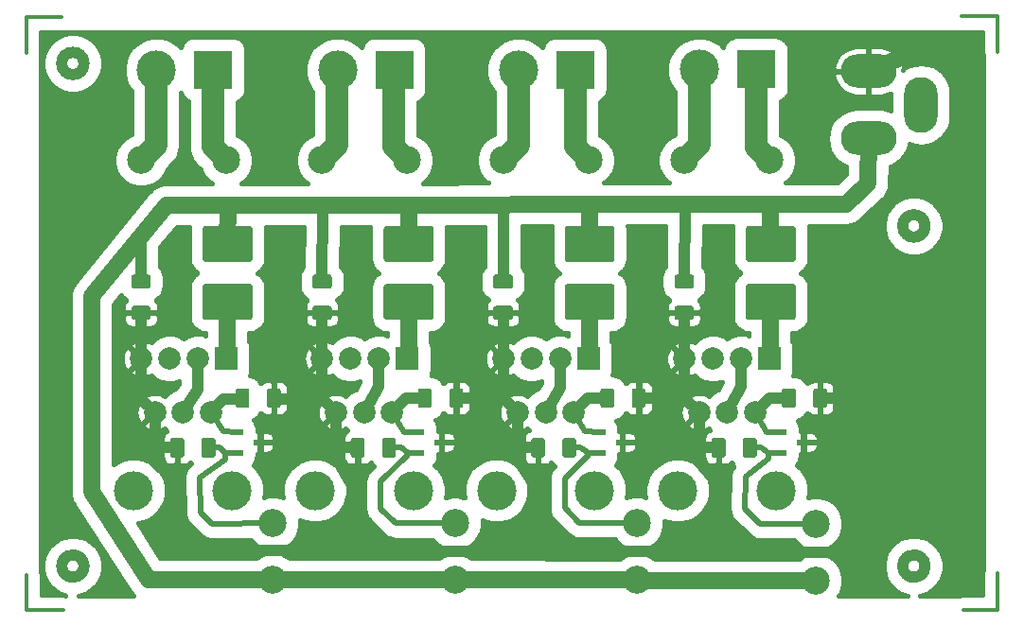
<source format=gbr>
%TF.GenerationSoftware,KiCad,Pcbnew,(5.1.4)-1*%
%TF.CreationDate,2022-10-13T23:08:16+01:00*%
%TF.ProjectId,LED_Quad,4c45445f-5175-4616-942e-6b696361645f,rev?*%
%TF.SameCoordinates,Original*%
%TF.FileFunction,Copper,L1,Top*%
%TF.FilePolarity,Positive*%
%FSLAX46Y46*%
G04 Gerber Fmt 4.6, Leading zero omitted, Abs format (unit mm)*
G04 Created by KiCad (PCBNEW (5.1.4)-1) date 2022-10-13 23:08:16*
%MOMM*%
%LPD*%
G04 APERTURE LIST*
%ADD10C,0.300000*%
%ADD11C,1.000000*%
%ADD12C,3.500000*%
%ADD13C,2.000000*%
%ADD14R,3.500000X3.500000*%
%ADD15O,3.000000X5.000000*%
%ADD16O,5.000000X3.000000*%
%ADD17C,2.500000*%
%ADD18R,2.000000X2.000000*%
%ADD19R,1.240000X0.590000*%
%ADD20C,0.100000*%
%ADD21C,3.200000*%
%ADD22C,1.250000*%
%ADD23C,0.250000*%
%ADD24C,0.500000*%
%ADD25C,1.500000*%
%ADD26C,2.000000*%
%ADD27C,0.400000*%
G04 APERTURE END LIST*
D10*
X149753320Y-72456040D02*
X149753320Y-75793600D01*
X149753320Y-75793600D02*
X146639280Y-75793600D01*
X62819280Y-25923240D02*
X62819280Y-22651720D01*
X62819280Y-22651720D02*
X65999360Y-22651720D01*
X66182240Y-75798680D02*
X62839600Y-75798680D01*
X62839600Y-75798680D02*
X62839600Y-72618600D01*
X149753320Y-22616160D02*
X149753320Y-25796240D01*
X146512280Y-22616160D02*
X149753320Y-22616160D01*
D11*
X68003760Y-26831160D02*
G75*
G03X68003760Y-26831160I-1000000J0D01*
G01*
X143245080Y-71831160D02*
G75*
G03X143245080Y-71831160I-1000000J0D01*
G01*
X68003760Y-71831160D02*
G75*
G03X68003760Y-71831160I-1000000J0D01*
G01*
X143245080Y-41381680D02*
G75*
G03X143245080Y-41381680I-1000000J0D01*
G01*
D12*
X81235000Y-65064400D03*
X72435000Y-65064400D03*
D13*
X79335000Y-58064400D03*
X76835000Y-58064400D03*
X74335000Y-58064400D03*
D12*
X123047760Y-27365960D03*
D14*
X128127760Y-27365960D03*
D12*
X106861186Y-27391360D03*
D14*
X111941186Y-27391360D03*
D12*
X90674613Y-27391360D03*
D14*
X95754613Y-27391360D03*
D12*
X74488040Y-27391360D03*
D14*
X79568040Y-27391360D03*
D15*
X142891240Y-30538160D03*
D16*
X138191240Y-27538160D03*
X138191240Y-33538160D03*
D17*
X121726880Y-35501880D03*
D13*
X121726880Y-53281880D03*
X124266880Y-53281880D03*
X126806880Y-53281880D03*
D18*
X129346880Y-53281880D03*
D17*
X129346880Y-35501880D03*
X105521680Y-35501880D03*
D13*
X105521680Y-53281880D03*
X108061680Y-53281880D03*
X110601680Y-53281880D03*
D18*
X113141680Y-53281880D03*
D17*
X113141680Y-35501880D03*
X89316480Y-35501880D03*
D13*
X89316480Y-53281880D03*
X91856480Y-53281880D03*
X94396480Y-53281880D03*
D18*
X96936480Y-53281880D03*
D17*
X96936480Y-35501880D03*
X73111280Y-35501880D03*
D13*
X73111280Y-53281880D03*
X75651280Y-53281880D03*
X78191280Y-53281880D03*
D18*
X80731280Y-53281880D03*
D17*
X80731280Y-35501880D03*
D12*
X113699586Y-65064400D03*
X104899586Y-65064400D03*
D13*
X111799586Y-58064400D03*
X109299586Y-58064400D03*
X106799586Y-58064400D03*
D12*
X97467293Y-65064400D03*
X88667293Y-65064400D03*
D13*
X95567293Y-58064400D03*
X93067293Y-58064400D03*
X90567293Y-58064400D03*
D19*
X116166106Y-60756800D03*
X114056106Y-61706800D03*
X114056106Y-59806800D03*
X99964293Y-60756800D03*
X97854293Y-61706800D03*
X97854293Y-59806800D03*
D12*
X129931880Y-65064400D03*
X121131880Y-65064400D03*
D13*
X128031880Y-58064400D03*
X125531880Y-58064400D03*
X123031880Y-58064400D03*
D19*
X132367920Y-60756800D03*
X130257920Y-61706800D03*
X130257920Y-59806800D03*
X83762480Y-60756800D03*
X81652480Y-61706800D03*
X81652480Y-59806800D03*
D20*
G36*
X115242864Y-46584044D02*
G01*
X115267133Y-46587644D01*
X115290931Y-46593605D01*
X115314031Y-46601870D01*
X115336209Y-46612360D01*
X115357253Y-46624973D01*
X115376958Y-46639587D01*
X115395137Y-46656063D01*
X115411613Y-46674242D01*
X115426227Y-46693947D01*
X115438840Y-46714991D01*
X115449330Y-46737169D01*
X115457595Y-46760269D01*
X115463556Y-46784067D01*
X115467156Y-46808336D01*
X115468360Y-46832840D01*
X115468360Y-49532840D01*
X115467156Y-49557344D01*
X115463556Y-49581613D01*
X115457595Y-49605411D01*
X115449330Y-49628511D01*
X115438840Y-49650689D01*
X115426227Y-49671733D01*
X115411613Y-49691438D01*
X115395137Y-49709617D01*
X115376958Y-49726093D01*
X115357253Y-49740707D01*
X115336209Y-49753320D01*
X115314031Y-49763810D01*
X115290931Y-49772075D01*
X115267133Y-49778036D01*
X115242864Y-49781636D01*
X115218360Y-49782840D01*
X111268360Y-49782840D01*
X111243856Y-49781636D01*
X111219587Y-49778036D01*
X111195789Y-49772075D01*
X111172689Y-49763810D01*
X111150511Y-49753320D01*
X111129467Y-49740707D01*
X111109762Y-49726093D01*
X111091583Y-49709617D01*
X111075107Y-49691438D01*
X111060493Y-49671733D01*
X111047880Y-49650689D01*
X111037390Y-49628511D01*
X111029125Y-49605411D01*
X111023164Y-49581613D01*
X111019564Y-49557344D01*
X111018360Y-49532840D01*
X111018360Y-46832840D01*
X111019564Y-46808336D01*
X111023164Y-46784067D01*
X111029125Y-46760269D01*
X111037390Y-46737169D01*
X111047880Y-46714991D01*
X111060493Y-46693947D01*
X111075107Y-46674242D01*
X111091583Y-46656063D01*
X111109762Y-46639587D01*
X111129467Y-46624973D01*
X111150511Y-46612360D01*
X111172689Y-46601870D01*
X111195789Y-46593605D01*
X111219587Y-46587644D01*
X111243856Y-46584044D01*
X111268360Y-46582840D01*
X115218360Y-46582840D01*
X115242864Y-46584044D01*
X115242864Y-46584044D01*
G37*
D21*
X113243360Y-48182840D03*
D20*
G36*
X115242864Y-41384044D02*
G01*
X115267133Y-41387644D01*
X115290931Y-41393605D01*
X115314031Y-41401870D01*
X115336209Y-41412360D01*
X115357253Y-41424973D01*
X115376958Y-41439587D01*
X115395137Y-41456063D01*
X115411613Y-41474242D01*
X115426227Y-41493947D01*
X115438840Y-41514991D01*
X115449330Y-41537169D01*
X115457595Y-41560269D01*
X115463556Y-41584067D01*
X115467156Y-41608336D01*
X115468360Y-41632840D01*
X115468360Y-44332840D01*
X115467156Y-44357344D01*
X115463556Y-44381613D01*
X115457595Y-44405411D01*
X115449330Y-44428511D01*
X115438840Y-44450689D01*
X115426227Y-44471733D01*
X115411613Y-44491438D01*
X115395137Y-44509617D01*
X115376958Y-44526093D01*
X115357253Y-44540707D01*
X115336209Y-44553320D01*
X115314031Y-44563810D01*
X115290931Y-44572075D01*
X115267133Y-44578036D01*
X115242864Y-44581636D01*
X115218360Y-44582840D01*
X111268360Y-44582840D01*
X111243856Y-44581636D01*
X111219587Y-44578036D01*
X111195789Y-44572075D01*
X111172689Y-44563810D01*
X111150511Y-44553320D01*
X111129467Y-44540707D01*
X111109762Y-44526093D01*
X111091583Y-44509617D01*
X111075107Y-44491438D01*
X111060493Y-44471733D01*
X111047880Y-44450689D01*
X111037390Y-44428511D01*
X111029125Y-44405411D01*
X111023164Y-44381613D01*
X111019564Y-44357344D01*
X111018360Y-44332840D01*
X111018360Y-41632840D01*
X111019564Y-41608336D01*
X111023164Y-41584067D01*
X111029125Y-41560269D01*
X111037390Y-41537169D01*
X111047880Y-41514991D01*
X111060493Y-41493947D01*
X111075107Y-41474242D01*
X111091583Y-41456063D01*
X111109762Y-41439587D01*
X111129467Y-41424973D01*
X111150511Y-41412360D01*
X111172689Y-41401870D01*
X111195789Y-41393605D01*
X111219587Y-41387644D01*
X111243856Y-41384044D01*
X111268360Y-41382840D01*
X115218360Y-41382840D01*
X115242864Y-41384044D01*
X115242864Y-41384044D01*
G37*
D21*
X113243360Y-42982840D03*
D20*
G36*
X99042744Y-46584044D02*
G01*
X99067013Y-46587644D01*
X99090811Y-46593605D01*
X99113911Y-46601870D01*
X99136089Y-46612360D01*
X99157133Y-46624973D01*
X99176838Y-46639587D01*
X99195017Y-46656063D01*
X99211493Y-46674242D01*
X99226107Y-46693947D01*
X99238720Y-46714991D01*
X99249210Y-46737169D01*
X99257475Y-46760269D01*
X99263436Y-46784067D01*
X99267036Y-46808336D01*
X99268240Y-46832840D01*
X99268240Y-49532840D01*
X99267036Y-49557344D01*
X99263436Y-49581613D01*
X99257475Y-49605411D01*
X99249210Y-49628511D01*
X99238720Y-49650689D01*
X99226107Y-49671733D01*
X99211493Y-49691438D01*
X99195017Y-49709617D01*
X99176838Y-49726093D01*
X99157133Y-49740707D01*
X99136089Y-49753320D01*
X99113911Y-49763810D01*
X99090811Y-49772075D01*
X99067013Y-49778036D01*
X99042744Y-49781636D01*
X99018240Y-49782840D01*
X95068240Y-49782840D01*
X95043736Y-49781636D01*
X95019467Y-49778036D01*
X94995669Y-49772075D01*
X94972569Y-49763810D01*
X94950391Y-49753320D01*
X94929347Y-49740707D01*
X94909642Y-49726093D01*
X94891463Y-49709617D01*
X94874987Y-49691438D01*
X94860373Y-49671733D01*
X94847760Y-49650689D01*
X94837270Y-49628511D01*
X94829005Y-49605411D01*
X94823044Y-49581613D01*
X94819444Y-49557344D01*
X94818240Y-49532840D01*
X94818240Y-46832840D01*
X94819444Y-46808336D01*
X94823044Y-46784067D01*
X94829005Y-46760269D01*
X94837270Y-46737169D01*
X94847760Y-46714991D01*
X94860373Y-46693947D01*
X94874987Y-46674242D01*
X94891463Y-46656063D01*
X94909642Y-46639587D01*
X94929347Y-46624973D01*
X94950391Y-46612360D01*
X94972569Y-46601870D01*
X94995669Y-46593605D01*
X95019467Y-46587644D01*
X95043736Y-46584044D01*
X95068240Y-46582840D01*
X99018240Y-46582840D01*
X99042744Y-46584044D01*
X99042744Y-46584044D01*
G37*
D21*
X97043240Y-48182840D03*
D20*
G36*
X99042744Y-41384044D02*
G01*
X99067013Y-41387644D01*
X99090811Y-41393605D01*
X99113911Y-41401870D01*
X99136089Y-41412360D01*
X99157133Y-41424973D01*
X99176838Y-41439587D01*
X99195017Y-41456063D01*
X99211493Y-41474242D01*
X99226107Y-41493947D01*
X99238720Y-41514991D01*
X99249210Y-41537169D01*
X99257475Y-41560269D01*
X99263436Y-41584067D01*
X99267036Y-41608336D01*
X99268240Y-41632840D01*
X99268240Y-44332840D01*
X99267036Y-44357344D01*
X99263436Y-44381613D01*
X99257475Y-44405411D01*
X99249210Y-44428511D01*
X99238720Y-44450689D01*
X99226107Y-44471733D01*
X99211493Y-44491438D01*
X99195017Y-44509617D01*
X99176838Y-44526093D01*
X99157133Y-44540707D01*
X99136089Y-44553320D01*
X99113911Y-44563810D01*
X99090811Y-44572075D01*
X99067013Y-44578036D01*
X99042744Y-44581636D01*
X99018240Y-44582840D01*
X95068240Y-44582840D01*
X95043736Y-44581636D01*
X95019467Y-44578036D01*
X94995669Y-44572075D01*
X94972569Y-44563810D01*
X94950391Y-44553320D01*
X94929347Y-44540707D01*
X94909642Y-44526093D01*
X94891463Y-44509617D01*
X94874987Y-44491438D01*
X94860373Y-44471733D01*
X94847760Y-44450689D01*
X94837270Y-44428511D01*
X94829005Y-44405411D01*
X94823044Y-44381613D01*
X94819444Y-44357344D01*
X94818240Y-44332840D01*
X94818240Y-41632840D01*
X94819444Y-41608336D01*
X94823044Y-41584067D01*
X94829005Y-41560269D01*
X94837270Y-41537169D01*
X94847760Y-41514991D01*
X94860373Y-41493947D01*
X94874987Y-41474242D01*
X94891463Y-41456063D01*
X94909642Y-41439587D01*
X94929347Y-41424973D01*
X94950391Y-41412360D01*
X94972569Y-41401870D01*
X94995669Y-41393605D01*
X95019467Y-41387644D01*
X95043736Y-41384044D01*
X95068240Y-41382840D01*
X99018240Y-41382840D01*
X99042744Y-41384044D01*
X99042744Y-41384044D01*
G37*
D21*
X97043240Y-42982840D03*
D20*
G36*
X131442984Y-46584044D02*
G01*
X131467253Y-46587644D01*
X131491051Y-46593605D01*
X131514151Y-46601870D01*
X131536329Y-46612360D01*
X131557373Y-46624973D01*
X131577078Y-46639587D01*
X131595257Y-46656063D01*
X131611733Y-46674242D01*
X131626347Y-46693947D01*
X131638960Y-46714991D01*
X131649450Y-46737169D01*
X131657715Y-46760269D01*
X131663676Y-46784067D01*
X131667276Y-46808336D01*
X131668480Y-46832840D01*
X131668480Y-49532840D01*
X131667276Y-49557344D01*
X131663676Y-49581613D01*
X131657715Y-49605411D01*
X131649450Y-49628511D01*
X131638960Y-49650689D01*
X131626347Y-49671733D01*
X131611733Y-49691438D01*
X131595257Y-49709617D01*
X131577078Y-49726093D01*
X131557373Y-49740707D01*
X131536329Y-49753320D01*
X131514151Y-49763810D01*
X131491051Y-49772075D01*
X131467253Y-49778036D01*
X131442984Y-49781636D01*
X131418480Y-49782840D01*
X127468480Y-49782840D01*
X127443976Y-49781636D01*
X127419707Y-49778036D01*
X127395909Y-49772075D01*
X127372809Y-49763810D01*
X127350631Y-49753320D01*
X127329587Y-49740707D01*
X127309882Y-49726093D01*
X127291703Y-49709617D01*
X127275227Y-49691438D01*
X127260613Y-49671733D01*
X127248000Y-49650689D01*
X127237510Y-49628511D01*
X127229245Y-49605411D01*
X127223284Y-49581613D01*
X127219684Y-49557344D01*
X127218480Y-49532840D01*
X127218480Y-46832840D01*
X127219684Y-46808336D01*
X127223284Y-46784067D01*
X127229245Y-46760269D01*
X127237510Y-46737169D01*
X127248000Y-46714991D01*
X127260613Y-46693947D01*
X127275227Y-46674242D01*
X127291703Y-46656063D01*
X127309882Y-46639587D01*
X127329587Y-46624973D01*
X127350631Y-46612360D01*
X127372809Y-46601870D01*
X127395909Y-46593605D01*
X127419707Y-46587644D01*
X127443976Y-46584044D01*
X127468480Y-46582840D01*
X131418480Y-46582840D01*
X131442984Y-46584044D01*
X131442984Y-46584044D01*
G37*
D21*
X129443480Y-48182840D03*
D20*
G36*
X131442984Y-41384044D02*
G01*
X131467253Y-41387644D01*
X131491051Y-41393605D01*
X131514151Y-41401870D01*
X131536329Y-41412360D01*
X131557373Y-41424973D01*
X131577078Y-41439587D01*
X131595257Y-41456063D01*
X131611733Y-41474242D01*
X131626347Y-41493947D01*
X131638960Y-41514991D01*
X131649450Y-41537169D01*
X131657715Y-41560269D01*
X131663676Y-41584067D01*
X131667276Y-41608336D01*
X131668480Y-41632840D01*
X131668480Y-44332840D01*
X131667276Y-44357344D01*
X131663676Y-44381613D01*
X131657715Y-44405411D01*
X131649450Y-44428511D01*
X131638960Y-44450689D01*
X131626347Y-44471733D01*
X131611733Y-44491438D01*
X131595257Y-44509617D01*
X131577078Y-44526093D01*
X131557373Y-44540707D01*
X131536329Y-44553320D01*
X131514151Y-44563810D01*
X131491051Y-44572075D01*
X131467253Y-44578036D01*
X131442984Y-44581636D01*
X131418480Y-44582840D01*
X127468480Y-44582840D01*
X127443976Y-44581636D01*
X127419707Y-44578036D01*
X127395909Y-44572075D01*
X127372809Y-44563810D01*
X127350631Y-44553320D01*
X127329587Y-44540707D01*
X127309882Y-44526093D01*
X127291703Y-44509617D01*
X127275227Y-44491438D01*
X127260613Y-44471733D01*
X127248000Y-44450689D01*
X127237510Y-44428511D01*
X127229245Y-44405411D01*
X127223284Y-44381613D01*
X127219684Y-44357344D01*
X127218480Y-44332840D01*
X127218480Y-41632840D01*
X127219684Y-41608336D01*
X127223284Y-41584067D01*
X127229245Y-41560269D01*
X127237510Y-41537169D01*
X127248000Y-41514991D01*
X127260613Y-41493947D01*
X127275227Y-41474242D01*
X127291703Y-41456063D01*
X127309882Y-41439587D01*
X127329587Y-41424973D01*
X127350631Y-41412360D01*
X127372809Y-41401870D01*
X127395909Y-41393605D01*
X127419707Y-41387644D01*
X127443976Y-41384044D01*
X127468480Y-41382840D01*
X131418480Y-41382840D01*
X131442984Y-41384044D01*
X131442984Y-41384044D01*
G37*
D21*
X129443480Y-42982840D03*
D20*
G36*
X82842624Y-46584044D02*
G01*
X82866893Y-46587644D01*
X82890691Y-46593605D01*
X82913791Y-46601870D01*
X82935969Y-46612360D01*
X82957013Y-46624973D01*
X82976718Y-46639587D01*
X82994897Y-46656063D01*
X83011373Y-46674242D01*
X83025987Y-46693947D01*
X83038600Y-46714991D01*
X83049090Y-46737169D01*
X83057355Y-46760269D01*
X83063316Y-46784067D01*
X83066916Y-46808336D01*
X83068120Y-46832840D01*
X83068120Y-49532840D01*
X83066916Y-49557344D01*
X83063316Y-49581613D01*
X83057355Y-49605411D01*
X83049090Y-49628511D01*
X83038600Y-49650689D01*
X83025987Y-49671733D01*
X83011373Y-49691438D01*
X82994897Y-49709617D01*
X82976718Y-49726093D01*
X82957013Y-49740707D01*
X82935969Y-49753320D01*
X82913791Y-49763810D01*
X82890691Y-49772075D01*
X82866893Y-49778036D01*
X82842624Y-49781636D01*
X82818120Y-49782840D01*
X78868120Y-49782840D01*
X78843616Y-49781636D01*
X78819347Y-49778036D01*
X78795549Y-49772075D01*
X78772449Y-49763810D01*
X78750271Y-49753320D01*
X78729227Y-49740707D01*
X78709522Y-49726093D01*
X78691343Y-49709617D01*
X78674867Y-49691438D01*
X78660253Y-49671733D01*
X78647640Y-49650689D01*
X78637150Y-49628511D01*
X78628885Y-49605411D01*
X78622924Y-49581613D01*
X78619324Y-49557344D01*
X78618120Y-49532840D01*
X78618120Y-46832840D01*
X78619324Y-46808336D01*
X78622924Y-46784067D01*
X78628885Y-46760269D01*
X78637150Y-46737169D01*
X78647640Y-46714991D01*
X78660253Y-46693947D01*
X78674867Y-46674242D01*
X78691343Y-46656063D01*
X78709522Y-46639587D01*
X78729227Y-46624973D01*
X78750271Y-46612360D01*
X78772449Y-46601870D01*
X78795549Y-46593605D01*
X78819347Y-46587644D01*
X78843616Y-46584044D01*
X78868120Y-46582840D01*
X82818120Y-46582840D01*
X82842624Y-46584044D01*
X82842624Y-46584044D01*
G37*
D21*
X80843120Y-48182840D03*
D20*
G36*
X82842624Y-41384044D02*
G01*
X82866893Y-41387644D01*
X82890691Y-41393605D01*
X82913791Y-41401870D01*
X82935969Y-41412360D01*
X82957013Y-41424973D01*
X82976718Y-41439587D01*
X82994897Y-41456063D01*
X83011373Y-41474242D01*
X83025987Y-41493947D01*
X83038600Y-41514991D01*
X83049090Y-41537169D01*
X83057355Y-41560269D01*
X83063316Y-41584067D01*
X83066916Y-41608336D01*
X83068120Y-41632840D01*
X83068120Y-44332840D01*
X83066916Y-44357344D01*
X83063316Y-44381613D01*
X83057355Y-44405411D01*
X83049090Y-44428511D01*
X83038600Y-44450689D01*
X83025987Y-44471733D01*
X83011373Y-44491438D01*
X82994897Y-44509617D01*
X82976718Y-44526093D01*
X82957013Y-44540707D01*
X82935969Y-44553320D01*
X82913791Y-44563810D01*
X82890691Y-44572075D01*
X82866893Y-44578036D01*
X82842624Y-44581636D01*
X82818120Y-44582840D01*
X78868120Y-44582840D01*
X78843616Y-44581636D01*
X78819347Y-44578036D01*
X78795549Y-44572075D01*
X78772449Y-44563810D01*
X78750271Y-44553320D01*
X78729227Y-44540707D01*
X78709522Y-44526093D01*
X78691343Y-44509617D01*
X78674867Y-44491438D01*
X78660253Y-44471733D01*
X78647640Y-44450689D01*
X78637150Y-44428511D01*
X78628885Y-44405411D01*
X78622924Y-44381613D01*
X78619324Y-44357344D01*
X78618120Y-44332840D01*
X78618120Y-41632840D01*
X78619324Y-41608336D01*
X78622924Y-41584067D01*
X78628885Y-41560269D01*
X78637150Y-41537169D01*
X78647640Y-41514991D01*
X78660253Y-41493947D01*
X78674867Y-41474242D01*
X78691343Y-41456063D01*
X78709522Y-41439587D01*
X78729227Y-41424973D01*
X78750271Y-41412360D01*
X78772449Y-41401870D01*
X78795549Y-41393605D01*
X78819347Y-41387644D01*
X78843616Y-41384044D01*
X78868120Y-41382840D01*
X82818120Y-41382840D01*
X82842624Y-41384044D01*
X82842624Y-41384044D01*
G37*
D21*
X80843120Y-42982840D03*
D20*
G36*
X118031596Y-55920604D02*
G01*
X118055865Y-55924204D01*
X118079663Y-55930165D01*
X118102763Y-55938430D01*
X118124941Y-55948920D01*
X118145985Y-55961533D01*
X118165690Y-55976147D01*
X118183869Y-55992623D01*
X118200345Y-56010802D01*
X118214959Y-56030507D01*
X118227572Y-56051551D01*
X118238062Y-56073729D01*
X118246327Y-56096829D01*
X118252288Y-56120627D01*
X118255888Y-56144896D01*
X118257092Y-56169400D01*
X118257092Y-57419400D01*
X118255888Y-57443904D01*
X118252288Y-57468173D01*
X118246327Y-57491971D01*
X118238062Y-57515071D01*
X118227572Y-57537249D01*
X118214959Y-57558293D01*
X118200345Y-57577998D01*
X118183869Y-57596177D01*
X118165690Y-57612653D01*
X118145985Y-57627267D01*
X118124941Y-57639880D01*
X118102763Y-57650370D01*
X118079663Y-57658635D01*
X118055865Y-57664596D01*
X118031596Y-57668196D01*
X118007092Y-57669400D01*
X117257092Y-57669400D01*
X117232588Y-57668196D01*
X117208319Y-57664596D01*
X117184521Y-57658635D01*
X117161421Y-57650370D01*
X117139243Y-57639880D01*
X117118199Y-57627267D01*
X117098494Y-57612653D01*
X117080315Y-57596177D01*
X117063839Y-57577998D01*
X117049225Y-57558293D01*
X117036612Y-57537249D01*
X117026122Y-57515071D01*
X117017857Y-57491971D01*
X117011896Y-57468173D01*
X117008296Y-57443904D01*
X117007092Y-57419400D01*
X117007092Y-56169400D01*
X117008296Y-56144896D01*
X117011896Y-56120627D01*
X117017857Y-56096829D01*
X117026122Y-56073729D01*
X117036612Y-56051551D01*
X117049225Y-56030507D01*
X117063839Y-56010802D01*
X117080315Y-55992623D01*
X117098494Y-55976147D01*
X117118199Y-55961533D01*
X117139243Y-55948920D01*
X117161421Y-55938430D01*
X117184521Y-55930165D01*
X117208319Y-55924204D01*
X117232588Y-55920604D01*
X117257092Y-55919400D01*
X118007092Y-55919400D01*
X118031596Y-55920604D01*
X118031596Y-55920604D01*
G37*
D22*
X117632092Y-56794400D03*
D20*
G36*
X115231596Y-55920604D02*
G01*
X115255865Y-55924204D01*
X115279663Y-55930165D01*
X115302763Y-55938430D01*
X115324941Y-55948920D01*
X115345985Y-55961533D01*
X115365690Y-55976147D01*
X115383869Y-55992623D01*
X115400345Y-56010802D01*
X115414959Y-56030507D01*
X115427572Y-56051551D01*
X115438062Y-56073729D01*
X115446327Y-56096829D01*
X115452288Y-56120627D01*
X115455888Y-56144896D01*
X115457092Y-56169400D01*
X115457092Y-57419400D01*
X115455888Y-57443904D01*
X115452288Y-57468173D01*
X115446327Y-57491971D01*
X115438062Y-57515071D01*
X115427572Y-57537249D01*
X115414959Y-57558293D01*
X115400345Y-57577998D01*
X115383869Y-57596177D01*
X115365690Y-57612653D01*
X115345985Y-57627267D01*
X115324941Y-57639880D01*
X115302763Y-57650370D01*
X115279663Y-57658635D01*
X115255865Y-57664596D01*
X115231596Y-57668196D01*
X115207092Y-57669400D01*
X114457092Y-57669400D01*
X114432588Y-57668196D01*
X114408319Y-57664596D01*
X114384521Y-57658635D01*
X114361421Y-57650370D01*
X114339243Y-57639880D01*
X114318199Y-57627267D01*
X114298494Y-57612653D01*
X114280315Y-57596177D01*
X114263839Y-57577998D01*
X114249225Y-57558293D01*
X114236612Y-57537249D01*
X114226122Y-57515071D01*
X114217857Y-57491971D01*
X114211896Y-57468173D01*
X114208296Y-57443904D01*
X114207092Y-57419400D01*
X114207092Y-56169400D01*
X114208296Y-56144896D01*
X114211896Y-56120627D01*
X114217857Y-56096829D01*
X114226122Y-56073729D01*
X114236612Y-56051551D01*
X114249225Y-56030507D01*
X114263839Y-56010802D01*
X114280315Y-55992623D01*
X114298494Y-55976147D01*
X114318199Y-55961533D01*
X114339243Y-55948920D01*
X114361421Y-55938430D01*
X114384521Y-55930165D01*
X114408319Y-55924204D01*
X114432588Y-55920604D01*
X114457092Y-55919400D01*
X115207092Y-55919400D01*
X115231596Y-55920604D01*
X115231596Y-55920604D01*
G37*
D22*
X114832092Y-56794400D03*
D20*
G36*
X101701090Y-55920604D02*
G01*
X101725359Y-55924204D01*
X101749157Y-55930165D01*
X101772257Y-55938430D01*
X101794435Y-55948920D01*
X101815479Y-55961533D01*
X101835184Y-55976147D01*
X101853363Y-55992623D01*
X101869839Y-56010802D01*
X101884453Y-56030507D01*
X101897066Y-56051551D01*
X101907556Y-56073729D01*
X101915821Y-56096829D01*
X101921782Y-56120627D01*
X101925382Y-56144896D01*
X101926586Y-56169400D01*
X101926586Y-57419400D01*
X101925382Y-57443904D01*
X101921782Y-57468173D01*
X101915821Y-57491971D01*
X101907556Y-57515071D01*
X101897066Y-57537249D01*
X101884453Y-57558293D01*
X101869839Y-57577998D01*
X101853363Y-57596177D01*
X101835184Y-57612653D01*
X101815479Y-57627267D01*
X101794435Y-57639880D01*
X101772257Y-57650370D01*
X101749157Y-57658635D01*
X101725359Y-57664596D01*
X101701090Y-57668196D01*
X101676586Y-57669400D01*
X100926586Y-57669400D01*
X100902082Y-57668196D01*
X100877813Y-57664596D01*
X100854015Y-57658635D01*
X100830915Y-57650370D01*
X100808737Y-57639880D01*
X100787693Y-57627267D01*
X100767988Y-57612653D01*
X100749809Y-57596177D01*
X100733333Y-57577998D01*
X100718719Y-57558293D01*
X100706106Y-57537249D01*
X100695616Y-57515071D01*
X100687351Y-57491971D01*
X100681390Y-57468173D01*
X100677790Y-57443904D01*
X100676586Y-57419400D01*
X100676586Y-56169400D01*
X100677790Y-56144896D01*
X100681390Y-56120627D01*
X100687351Y-56096829D01*
X100695616Y-56073729D01*
X100706106Y-56051551D01*
X100718719Y-56030507D01*
X100733333Y-56010802D01*
X100749809Y-55992623D01*
X100767988Y-55976147D01*
X100787693Y-55961533D01*
X100808737Y-55948920D01*
X100830915Y-55938430D01*
X100854015Y-55930165D01*
X100877813Y-55924204D01*
X100902082Y-55920604D01*
X100926586Y-55919400D01*
X101676586Y-55919400D01*
X101701090Y-55920604D01*
X101701090Y-55920604D01*
G37*
D22*
X101301586Y-56794400D03*
D20*
G36*
X98901090Y-55920604D02*
G01*
X98925359Y-55924204D01*
X98949157Y-55930165D01*
X98972257Y-55938430D01*
X98994435Y-55948920D01*
X99015479Y-55961533D01*
X99035184Y-55976147D01*
X99053363Y-55992623D01*
X99069839Y-56010802D01*
X99084453Y-56030507D01*
X99097066Y-56051551D01*
X99107556Y-56073729D01*
X99115821Y-56096829D01*
X99121782Y-56120627D01*
X99125382Y-56144896D01*
X99126586Y-56169400D01*
X99126586Y-57419400D01*
X99125382Y-57443904D01*
X99121782Y-57468173D01*
X99115821Y-57491971D01*
X99107556Y-57515071D01*
X99097066Y-57537249D01*
X99084453Y-57558293D01*
X99069839Y-57577998D01*
X99053363Y-57596177D01*
X99035184Y-57612653D01*
X99015479Y-57627267D01*
X98994435Y-57639880D01*
X98972257Y-57650370D01*
X98949157Y-57658635D01*
X98925359Y-57664596D01*
X98901090Y-57668196D01*
X98876586Y-57669400D01*
X98126586Y-57669400D01*
X98102082Y-57668196D01*
X98077813Y-57664596D01*
X98054015Y-57658635D01*
X98030915Y-57650370D01*
X98008737Y-57639880D01*
X97987693Y-57627267D01*
X97967988Y-57612653D01*
X97949809Y-57596177D01*
X97933333Y-57577998D01*
X97918719Y-57558293D01*
X97906106Y-57537249D01*
X97895616Y-57515071D01*
X97887351Y-57491971D01*
X97881390Y-57468173D01*
X97877790Y-57443904D01*
X97876586Y-57419400D01*
X97876586Y-56169400D01*
X97877790Y-56144896D01*
X97881390Y-56120627D01*
X97887351Y-56096829D01*
X97895616Y-56073729D01*
X97906106Y-56051551D01*
X97918719Y-56030507D01*
X97933333Y-56010802D01*
X97949809Y-55992623D01*
X97967988Y-55976147D01*
X97987693Y-55961533D01*
X98008737Y-55948920D01*
X98030915Y-55938430D01*
X98054015Y-55930165D01*
X98077813Y-55924204D01*
X98102082Y-55920604D01*
X98126586Y-55919400D01*
X98876586Y-55919400D01*
X98901090Y-55920604D01*
X98901090Y-55920604D01*
G37*
D22*
X98501586Y-56794400D03*
D20*
G36*
X111823836Y-60360524D02*
G01*
X111848105Y-60364124D01*
X111871903Y-60370085D01*
X111895003Y-60378350D01*
X111917181Y-60388840D01*
X111938225Y-60401453D01*
X111957930Y-60416067D01*
X111976109Y-60432543D01*
X111992585Y-60450722D01*
X112007199Y-60470427D01*
X112019812Y-60491471D01*
X112030302Y-60513649D01*
X112038567Y-60536749D01*
X112044528Y-60560547D01*
X112048128Y-60584816D01*
X112049332Y-60609320D01*
X112049332Y-61859320D01*
X112048128Y-61883824D01*
X112044528Y-61908093D01*
X112038567Y-61931891D01*
X112030302Y-61954991D01*
X112019812Y-61977169D01*
X112007199Y-61998213D01*
X111992585Y-62017918D01*
X111976109Y-62036097D01*
X111957930Y-62052573D01*
X111938225Y-62067187D01*
X111917181Y-62079800D01*
X111895003Y-62090290D01*
X111871903Y-62098555D01*
X111848105Y-62104516D01*
X111823836Y-62108116D01*
X111799332Y-62109320D01*
X111049332Y-62109320D01*
X111024828Y-62108116D01*
X111000559Y-62104516D01*
X110976761Y-62098555D01*
X110953661Y-62090290D01*
X110931483Y-62079800D01*
X110910439Y-62067187D01*
X110890734Y-62052573D01*
X110872555Y-62036097D01*
X110856079Y-62017918D01*
X110841465Y-61998213D01*
X110828852Y-61977169D01*
X110818362Y-61954991D01*
X110810097Y-61931891D01*
X110804136Y-61908093D01*
X110800536Y-61883824D01*
X110799332Y-61859320D01*
X110799332Y-60609320D01*
X110800536Y-60584816D01*
X110804136Y-60560547D01*
X110810097Y-60536749D01*
X110818362Y-60513649D01*
X110828852Y-60491471D01*
X110841465Y-60470427D01*
X110856079Y-60450722D01*
X110872555Y-60432543D01*
X110890734Y-60416067D01*
X110910439Y-60401453D01*
X110931483Y-60388840D01*
X110953661Y-60378350D01*
X110976761Y-60370085D01*
X111000559Y-60364124D01*
X111024828Y-60360524D01*
X111049332Y-60359320D01*
X111799332Y-60359320D01*
X111823836Y-60360524D01*
X111823836Y-60360524D01*
G37*
D22*
X111424332Y-61234320D03*
D20*
G36*
X109023836Y-60360524D02*
G01*
X109048105Y-60364124D01*
X109071903Y-60370085D01*
X109095003Y-60378350D01*
X109117181Y-60388840D01*
X109138225Y-60401453D01*
X109157930Y-60416067D01*
X109176109Y-60432543D01*
X109192585Y-60450722D01*
X109207199Y-60470427D01*
X109219812Y-60491471D01*
X109230302Y-60513649D01*
X109238567Y-60536749D01*
X109244528Y-60560547D01*
X109248128Y-60584816D01*
X109249332Y-60609320D01*
X109249332Y-61859320D01*
X109248128Y-61883824D01*
X109244528Y-61908093D01*
X109238567Y-61931891D01*
X109230302Y-61954991D01*
X109219812Y-61977169D01*
X109207199Y-61998213D01*
X109192585Y-62017918D01*
X109176109Y-62036097D01*
X109157930Y-62052573D01*
X109138225Y-62067187D01*
X109117181Y-62079800D01*
X109095003Y-62090290D01*
X109071903Y-62098555D01*
X109048105Y-62104516D01*
X109023836Y-62108116D01*
X108999332Y-62109320D01*
X108249332Y-62109320D01*
X108224828Y-62108116D01*
X108200559Y-62104516D01*
X108176761Y-62098555D01*
X108153661Y-62090290D01*
X108131483Y-62079800D01*
X108110439Y-62067187D01*
X108090734Y-62052573D01*
X108072555Y-62036097D01*
X108056079Y-62017918D01*
X108041465Y-61998213D01*
X108028852Y-61977169D01*
X108018362Y-61954991D01*
X108010097Y-61931891D01*
X108004136Y-61908093D01*
X108000536Y-61883824D01*
X107999332Y-61859320D01*
X107999332Y-60609320D01*
X108000536Y-60584816D01*
X108004136Y-60560547D01*
X108010097Y-60536749D01*
X108018362Y-60513649D01*
X108028852Y-60491471D01*
X108041465Y-60470427D01*
X108056079Y-60450722D01*
X108072555Y-60432543D01*
X108090734Y-60416067D01*
X108110439Y-60401453D01*
X108131483Y-60388840D01*
X108153661Y-60378350D01*
X108176761Y-60370085D01*
X108200559Y-60364124D01*
X108224828Y-60360524D01*
X108249332Y-60359320D01*
X108999332Y-60359320D01*
X109023836Y-60360524D01*
X109023836Y-60360524D01*
G37*
D22*
X108624332Y-61234320D03*
D20*
G36*
X95681290Y-60360524D02*
G01*
X95705559Y-60364124D01*
X95729357Y-60370085D01*
X95752457Y-60378350D01*
X95774635Y-60388840D01*
X95795679Y-60401453D01*
X95815384Y-60416067D01*
X95833563Y-60432543D01*
X95850039Y-60450722D01*
X95864653Y-60470427D01*
X95877266Y-60491471D01*
X95887756Y-60513649D01*
X95896021Y-60536749D01*
X95901982Y-60560547D01*
X95905582Y-60584816D01*
X95906786Y-60609320D01*
X95906786Y-61859320D01*
X95905582Y-61883824D01*
X95901982Y-61908093D01*
X95896021Y-61931891D01*
X95887756Y-61954991D01*
X95877266Y-61977169D01*
X95864653Y-61998213D01*
X95850039Y-62017918D01*
X95833563Y-62036097D01*
X95815384Y-62052573D01*
X95795679Y-62067187D01*
X95774635Y-62079800D01*
X95752457Y-62090290D01*
X95729357Y-62098555D01*
X95705559Y-62104516D01*
X95681290Y-62108116D01*
X95656786Y-62109320D01*
X94906786Y-62109320D01*
X94882282Y-62108116D01*
X94858013Y-62104516D01*
X94834215Y-62098555D01*
X94811115Y-62090290D01*
X94788937Y-62079800D01*
X94767893Y-62067187D01*
X94748188Y-62052573D01*
X94730009Y-62036097D01*
X94713533Y-62017918D01*
X94698919Y-61998213D01*
X94686306Y-61977169D01*
X94675816Y-61954991D01*
X94667551Y-61931891D01*
X94661590Y-61908093D01*
X94657990Y-61883824D01*
X94656786Y-61859320D01*
X94656786Y-60609320D01*
X94657990Y-60584816D01*
X94661590Y-60560547D01*
X94667551Y-60536749D01*
X94675816Y-60513649D01*
X94686306Y-60491471D01*
X94698919Y-60470427D01*
X94713533Y-60450722D01*
X94730009Y-60432543D01*
X94748188Y-60416067D01*
X94767893Y-60401453D01*
X94788937Y-60388840D01*
X94811115Y-60378350D01*
X94834215Y-60370085D01*
X94858013Y-60364124D01*
X94882282Y-60360524D01*
X94906786Y-60359320D01*
X95656786Y-60359320D01*
X95681290Y-60360524D01*
X95681290Y-60360524D01*
G37*
D22*
X95281786Y-61234320D03*
D20*
G36*
X92881290Y-60360524D02*
G01*
X92905559Y-60364124D01*
X92929357Y-60370085D01*
X92952457Y-60378350D01*
X92974635Y-60388840D01*
X92995679Y-60401453D01*
X93015384Y-60416067D01*
X93033563Y-60432543D01*
X93050039Y-60450722D01*
X93064653Y-60470427D01*
X93077266Y-60491471D01*
X93087756Y-60513649D01*
X93096021Y-60536749D01*
X93101982Y-60560547D01*
X93105582Y-60584816D01*
X93106786Y-60609320D01*
X93106786Y-61859320D01*
X93105582Y-61883824D01*
X93101982Y-61908093D01*
X93096021Y-61931891D01*
X93087756Y-61954991D01*
X93077266Y-61977169D01*
X93064653Y-61998213D01*
X93050039Y-62017918D01*
X93033563Y-62036097D01*
X93015384Y-62052573D01*
X92995679Y-62067187D01*
X92974635Y-62079800D01*
X92952457Y-62090290D01*
X92929357Y-62098555D01*
X92905559Y-62104516D01*
X92881290Y-62108116D01*
X92856786Y-62109320D01*
X92106786Y-62109320D01*
X92082282Y-62108116D01*
X92058013Y-62104516D01*
X92034215Y-62098555D01*
X92011115Y-62090290D01*
X91988937Y-62079800D01*
X91967893Y-62067187D01*
X91948188Y-62052573D01*
X91930009Y-62036097D01*
X91913533Y-62017918D01*
X91898919Y-61998213D01*
X91886306Y-61977169D01*
X91875816Y-61954991D01*
X91867551Y-61931891D01*
X91861590Y-61908093D01*
X91857990Y-61883824D01*
X91856786Y-61859320D01*
X91856786Y-60609320D01*
X91857990Y-60584816D01*
X91861590Y-60560547D01*
X91867551Y-60536749D01*
X91875816Y-60513649D01*
X91886306Y-60491471D01*
X91898919Y-60470427D01*
X91913533Y-60450722D01*
X91930009Y-60432543D01*
X91948188Y-60416067D01*
X91967893Y-60401453D01*
X91988937Y-60388840D01*
X92011115Y-60378350D01*
X92034215Y-60370085D01*
X92058013Y-60364124D01*
X92082282Y-60360524D01*
X92106786Y-60359320D01*
X92856786Y-60359320D01*
X92881290Y-60360524D01*
X92881290Y-60360524D01*
G37*
D22*
X92481786Y-61234320D03*
D20*
G36*
X89947437Y-48538364D02*
G01*
X89971706Y-48541964D01*
X89995504Y-48547925D01*
X90018604Y-48556190D01*
X90040782Y-48566680D01*
X90061826Y-48579293D01*
X90081531Y-48593907D01*
X90099710Y-48610383D01*
X90116186Y-48628562D01*
X90130800Y-48648267D01*
X90143413Y-48669311D01*
X90153903Y-48691489D01*
X90162168Y-48714589D01*
X90168129Y-48738387D01*
X90171729Y-48762656D01*
X90172933Y-48787160D01*
X90172933Y-49537160D01*
X90171729Y-49561664D01*
X90168129Y-49585933D01*
X90162168Y-49609731D01*
X90153903Y-49632831D01*
X90143413Y-49655009D01*
X90130800Y-49676053D01*
X90116186Y-49695758D01*
X90099710Y-49713937D01*
X90081531Y-49730413D01*
X90061826Y-49745027D01*
X90040782Y-49757640D01*
X90018604Y-49768130D01*
X89995504Y-49776395D01*
X89971706Y-49782356D01*
X89947437Y-49785956D01*
X89922933Y-49787160D01*
X88672933Y-49787160D01*
X88648429Y-49785956D01*
X88624160Y-49782356D01*
X88600362Y-49776395D01*
X88577262Y-49768130D01*
X88555084Y-49757640D01*
X88534040Y-49745027D01*
X88514335Y-49730413D01*
X88496156Y-49713937D01*
X88479680Y-49695758D01*
X88465066Y-49676053D01*
X88452453Y-49655009D01*
X88441963Y-49632831D01*
X88433698Y-49609731D01*
X88427737Y-49585933D01*
X88424137Y-49561664D01*
X88422933Y-49537160D01*
X88422933Y-48787160D01*
X88424137Y-48762656D01*
X88427737Y-48738387D01*
X88433698Y-48714589D01*
X88441963Y-48691489D01*
X88452453Y-48669311D01*
X88465066Y-48648267D01*
X88479680Y-48628562D01*
X88496156Y-48610383D01*
X88514335Y-48593907D01*
X88534040Y-48579293D01*
X88555084Y-48566680D01*
X88577262Y-48556190D01*
X88600362Y-48547925D01*
X88624160Y-48541964D01*
X88648429Y-48538364D01*
X88672933Y-48537160D01*
X89922933Y-48537160D01*
X89947437Y-48538364D01*
X89947437Y-48538364D01*
G37*
D22*
X89297933Y-49162160D03*
D20*
G36*
X89947437Y-45738364D02*
G01*
X89971706Y-45741964D01*
X89995504Y-45747925D01*
X90018604Y-45756190D01*
X90040782Y-45766680D01*
X90061826Y-45779293D01*
X90081531Y-45793907D01*
X90099710Y-45810383D01*
X90116186Y-45828562D01*
X90130800Y-45848267D01*
X90143413Y-45869311D01*
X90153903Y-45891489D01*
X90162168Y-45914589D01*
X90168129Y-45938387D01*
X90171729Y-45962656D01*
X90172933Y-45987160D01*
X90172933Y-46737160D01*
X90171729Y-46761664D01*
X90168129Y-46785933D01*
X90162168Y-46809731D01*
X90153903Y-46832831D01*
X90143413Y-46855009D01*
X90130800Y-46876053D01*
X90116186Y-46895758D01*
X90099710Y-46913937D01*
X90081531Y-46930413D01*
X90061826Y-46945027D01*
X90040782Y-46957640D01*
X90018604Y-46968130D01*
X89995504Y-46976395D01*
X89971706Y-46982356D01*
X89947437Y-46985956D01*
X89922933Y-46987160D01*
X88672933Y-46987160D01*
X88648429Y-46985956D01*
X88624160Y-46982356D01*
X88600362Y-46976395D01*
X88577262Y-46968130D01*
X88555084Y-46957640D01*
X88534040Y-46945027D01*
X88514335Y-46930413D01*
X88496156Y-46913937D01*
X88479680Y-46895758D01*
X88465066Y-46876053D01*
X88452453Y-46855009D01*
X88441963Y-46832831D01*
X88433698Y-46809731D01*
X88427737Y-46785933D01*
X88424137Y-46761664D01*
X88422933Y-46737160D01*
X88422933Y-45987160D01*
X88424137Y-45962656D01*
X88427737Y-45938387D01*
X88433698Y-45914589D01*
X88441963Y-45891489D01*
X88452453Y-45869311D01*
X88465066Y-45848267D01*
X88479680Y-45828562D01*
X88496156Y-45810383D01*
X88514335Y-45793907D01*
X88534040Y-45779293D01*
X88555084Y-45766680D01*
X88577262Y-45756190D01*
X88600362Y-45747925D01*
X88624160Y-45741964D01*
X88648429Y-45738364D01*
X88672933Y-45737160D01*
X89922933Y-45737160D01*
X89947437Y-45738364D01*
X89947437Y-45738364D01*
G37*
D22*
X89297933Y-46362160D03*
D20*
G36*
X106144170Y-48538364D02*
G01*
X106168439Y-48541964D01*
X106192237Y-48547925D01*
X106215337Y-48556190D01*
X106237515Y-48566680D01*
X106258559Y-48579293D01*
X106278264Y-48593907D01*
X106296443Y-48610383D01*
X106312919Y-48628562D01*
X106327533Y-48648267D01*
X106340146Y-48669311D01*
X106350636Y-48691489D01*
X106358901Y-48714589D01*
X106364862Y-48738387D01*
X106368462Y-48762656D01*
X106369666Y-48787160D01*
X106369666Y-49537160D01*
X106368462Y-49561664D01*
X106364862Y-49585933D01*
X106358901Y-49609731D01*
X106350636Y-49632831D01*
X106340146Y-49655009D01*
X106327533Y-49676053D01*
X106312919Y-49695758D01*
X106296443Y-49713937D01*
X106278264Y-49730413D01*
X106258559Y-49745027D01*
X106237515Y-49757640D01*
X106215337Y-49768130D01*
X106192237Y-49776395D01*
X106168439Y-49782356D01*
X106144170Y-49785956D01*
X106119666Y-49787160D01*
X104869666Y-49787160D01*
X104845162Y-49785956D01*
X104820893Y-49782356D01*
X104797095Y-49776395D01*
X104773995Y-49768130D01*
X104751817Y-49757640D01*
X104730773Y-49745027D01*
X104711068Y-49730413D01*
X104692889Y-49713937D01*
X104676413Y-49695758D01*
X104661799Y-49676053D01*
X104649186Y-49655009D01*
X104638696Y-49632831D01*
X104630431Y-49609731D01*
X104624470Y-49585933D01*
X104620870Y-49561664D01*
X104619666Y-49537160D01*
X104619666Y-48787160D01*
X104620870Y-48762656D01*
X104624470Y-48738387D01*
X104630431Y-48714589D01*
X104638696Y-48691489D01*
X104649186Y-48669311D01*
X104661799Y-48648267D01*
X104676413Y-48628562D01*
X104692889Y-48610383D01*
X104711068Y-48593907D01*
X104730773Y-48579293D01*
X104751817Y-48566680D01*
X104773995Y-48556190D01*
X104797095Y-48547925D01*
X104820893Y-48541964D01*
X104845162Y-48538364D01*
X104869666Y-48537160D01*
X106119666Y-48537160D01*
X106144170Y-48538364D01*
X106144170Y-48538364D01*
G37*
D22*
X105494666Y-49162160D03*
D20*
G36*
X106144170Y-45738364D02*
G01*
X106168439Y-45741964D01*
X106192237Y-45747925D01*
X106215337Y-45756190D01*
X106237515Y-45766680D01*
X106258559Y-45779293D01*
X106278264Y-45793907D01*
X106296443Y-45810383D01*
X106312919Y-45828562D01*
X106327533Y-45848267D01*
X106340146Y-45869311D01*
X106350636Y-45891489D01*
X106358901Y-45914589D01*
X106364862Y-45938387D01*
X106368462Y-45962656D01*
X106369666Y-45987160D01*
X106369666Y-46737160D01*
X106368462Y-46761664D01*
X106364862Y-46785933D01*
X106358901Y-46809731D01*
X106350636Y-46832831D01*
X106340146Y-46855009D01*
X106327533Y-46876053D01*
X106312919Y-46895758D01*
X106296443Y-46913937D01*
X106278264Y-46930413D01*
X106258559Y-46945027D01*
X106237515Y-46957640D01*
X106215337Y-46968130D01*
X106192237Y-46976395D01*
X106168439Y-46982356D01*
X106144170Y-46985956D01*
X106119666Y-46987160D01*
X104869666Y-46987160D01*
X104845162Y-46985956D01*
X104820893Y-46982356D01*
X104797095Y-46976395D01*
X104773995Y-46968130D01*
X104751817Y-46957640D01*
X104730773Y-46945027D01*
X104711068Y-46930413D01*
X104692889Y-46913937D01*
X104676413Y-46895758D01*
X104661799Y-46876053D01*
X104649186Y-46855009D01*
X104638696Y-46832831D01*
X104630431Y-46809731D01*
X104624470Y-46785933D01*
X104620870Y-46761664D01*
X104619666Y-46737160D01*
X104619666Y-45987160D01*
X104620870Y-45962656D01*
X104624470Y-45938387D01*
X104630431Y-45914589D01*
X104638696Y-45891489D01*
X104649186Y-45869311D01*
X104661799Y-45848267D01*
X104676413Y-45828562D01*
X104692889Y-45810383D01*
X104711068Y-45793907D01*
X104730773Y-45779293D01*
X104751817Y-45766680D01*
X104773995Y-45756190D01*
X104797095Y-45747925D01*
X104820893Y-45741964D01*
X104845162Y-45738364D01*
X104869666Y-45737160D01*
X106119666Y-45737160D01*
X106144170Y-45738364D01*
X106144170Y-45738364D01*
G37*
D22*
X105494666Y-46362160D03*
D20*
G36*
X134255424Y-55930764D02*
G01*
X134279693Y-55934364D01*
X134303491Y-55940325D01*
X134326591Y-55948590D01*
X134348769Y-55959080D01*
X134369813Y-55971693D01*
X134389518Y-55986307D01*
X134407697Y-56002783D01*
X134424173Y-56020962D01*
X134438787Y-56040667D01*
X134451400Y-56061711D01*
X134461890Y-56083889D01*
X134470155Y-56106989D01*
X134476116Y-56130787D01*
X134479716Y-56155056D01*
X134480920Y-56179560D01*
X134480920Y-57429560D01*
X134479716Y-57454064D01*
X134476116Y-57478333D01*
X134470155Y-57502131D01*
X134461890Y-57525231D01*
X134451400Y-57547409D01*
X134438787Y-57568453D01*
X134424173Y-57588158D01*
X134407697Y-57606337D01*
X134389518Y-57622813D01*
X134369813Y-57637427D01*
X134348769Y-57650040D01*
X134326591Y-57660530D01*
X134303491Y-57668795D01*
X134279693Y-57674756D01*
X134255424Y-57678356D01*
X134230920Y-57679560D01*
X133480920Y-57679560D01*
X133456416Y-57678356D01*
X133432147Y-57674756D01*
X133408349Y-57668795D01*
X133385249Y-57660530D01*
X133363071Y-57650040D01*
X133342027Y-57637427D01*
X133322322Y-57622813D01*
X133304143Y-57606337D01*
X133287667Y-57588158D01*
X133273053Y-57568453D01*
X133260440Y-57547409D01*
X133249950Y-57525231D01*
X133241685Y-57502131D01*
X133235724Y-57478333D01*
X133232124Y-57454064D01*
X133230920Y-57429560D01*
X133230920Y-56179560D01*
X133232124Y-56155056D01*
X133235724Y-56130787D01*
X133241685Y-56106989D01*
X133249950Y-56083889D01*
X133260440Y-56061711D01*
X133273053Y-56040667D01*
X133287667Y-56020962D01*
X133304143Y-56002783D01*
X133322322Y-55986307D01*
X133342027Y-55971693D01*
X133363071Y-55959080D01*
X133385249Y-55948590D01*
X133408349Y-55940325D01*
X133432147Y-55934364D01*
X133456416Y-55930764D01*
X133480920Y-55929560D01*
X134230920Y-55929560D01*
X134255424Y-55930764D01*
X134255424Y-55930764D01*
G37*
D22*
X133855920Y-56804560D03*
D20*
G36*
X131455424Y-55930764D02*
G01*
X131479693Y-55934364D01*
X131503491Y-55940325D01*
X131526591Y-55948590D01*
X131548769Y-55959080D01*
X131569813Y-55971693D01*
X131589518Y-55986307D01*
X131607697Y-56002783D01*
X131624173Y-56020962D01*
X131638787Y-56040667D01*
X131651400Y-56061711D01*
X131661890Y-56083889D01*
X131670155Y-56106989D01*
X131676116Y-56130787D01*
X131679716Y-56155056D01*
X131680920Y-56179560D01*
X131680920Y-57429560D01*
X131679716Y-57454064D01*
X131676116Y-57478333D01*
X131670155Y-57502131D01*
X131661890Y-57525231D01*
X131651400Y-57547409D01*
X131638787Y-57568453D01*
X131624173Y-57588158D01*
X131607697Y-57606337D01*
X131589518Y-57622813D01*
X131569813Y-57637427D01*
X131548769Y-57650040D01*
X131526591Y-57660530D01*
X131503491Y-57668795D01*
X131479693Y-57674756D01*
X131455424Y-57678356D01*
X131430920Y-57679560D01*
X130680920Y-57679560D01*
X130656416Y-57678356D01*
X130632147Y-57674756D01*
X130608349Y-57668795D01*
X130585249Y-57660530D01*
X130563071Y-57650040D01*
X130542027Y-57637427D01*
X130522322Y-57622813D01*
X130504143Y-57606337D01*
X130487667Y-57588158D01*
X130473053Y-57568453D01*
X130460440Y-57547409D01*
X130449950Y-57525231D01*
X130441685Y-57502131D01*
X130435724Y-57478333D01*
X130432124Y-57454064D01*
X130430920Y-57429560D01*
X130430920Y-56179560D01*
X130432124Y-56155056D01*
X130435724Y-56130787D01*
X130441685Y-56106989D01*
X130449950Y-56083889D01*
X130460440Y-56061711D01*
X130473053Y-56040667D01*
X130487667Y-56020962D01*
X130504143Y-56002783D01*
X130522322Y-55986307D01*
X130542027Y-55971693D01*
X130563071Y-55959080D01*
X130585249Y-55948590D01*
X130608349Y-55940325D01*
X130632147Y-55934364D01*
X130656416Y-55930764D01*
X130680920Y-55929560D01*
X131430920Y-55929560D01*
X131455424Y-55930764D01*
X131455424Y-55930764D01*
G37*
D22*
X131055920Y-56804560D03*
D20*
G36*
X127966384Y-60360524D02*
G01*
X127990653Y-60364124D01*
X128014451Y-60370085D01*
X128037551Y-60378350D01*
X128059729Y-60388840D01*
X128080773Y-60401453D01*
X128100478Y-60416067D01*
X128118657Y-60432543D01*
X128135133Y-60450722D01*
X128149747Y-60470427D01*
X128162360Y-60491471D01*
X128172850Y-60513649D01*
X128181115Y-60536749D01*
X128187076Y-60560547D01*
X128190676Y-60584816D01*
X128191880Y-60609320D01*
X128191880Y-61859320D01*
X128190676Y-61883824D01*
X128187076Y-61908093D01*
X128181115Y-61931891D01*
X128172850Y-61954991D01*
X128162360Y-61977169D01*
X128149747Y-61998213D01*
X128135133Y-62017918D01*
X128118657Y-62036097D01*
X128100478Y-62052573D01*
X128080773Y-62067187D01*
X128059729Y-62079800D01*
X128037551Y-62090290D01*
X128014451Y-62098555D01*
X127990653Y-62104516D01*
X127966384Y-62108116D01*
X127941880Y-62109320D01*
X127191880Y-62109320D01*
X127167376Y-62108116D01*
X127143107Y-62104516D01*
X127119309Y-62098555D01*
X127096209Y-62090290D01*
X127074031Y-62079800D01*
X127052987Y-62067187D01*
X127033282Y-62052573D01*
X127015103Y-62036097D01*
X126998627Y-62017918D01*
X126984013Y-61998213D01*
X126971400Y-61977169D01*
X126960910Y-61954991D01*
X126952645Y-61931891D01*
X126946684Y-61908093D01*
X126943084Y-61883824D01*
X126941880Y-61859320D01*
X126941880Y-60609320D01*
X126943084Y-60584816D01*
X126946684Y-60560547D01*
X126952645Y-60536749D01*
X126960910Y-60513649D01*
X126971400Y-60491471D01*
X126984013Y-60470427D01*
X126998627Y-60450722D01*
X127015103Y-60432543D01*
X127033282Y-60416067D01*
X127052987Y-60401453D01*
X127074031Y-60388840D01*
X127096209Y-60378350D01*
X127119309Y-60370085D01*
X127143107Y-60364124D01*
X127167376Y-60360524D01*
X127191880Y-60359320D01*
X127941880Y-60359320D01*
X127966384Y-60360524D01*
X127966384Y-60360524D01*
G37*
D22*
X127566880Y-61234320D03*
D20*
G36*
X125166384Y-60360524D02*
G01*
X125190653Y-60364124D01*
X125214451Y-60370085D01*
X125237551Y-60378350D01*
X125259729Y-60388840D01*
X125280773Y-60401453D01*
X125300478Y-60416067D01*
X125318657Y-60432543D01*
X125335133Y-60450722D01*
X125349747Y-60470427D01*
X125362360Y-60491471D01*
X125372850Y-60513649D01*
X125381115Y-60536749D01*
X125387076Y-60560547D01*
X125390676Y-60584816D01*
X125391880Y-60609320D01*
X125391880Y-61859320D01*
X125390676Y-61883824D01*
X125387076Y-61908093D01*
X125381115Y-61931891D01*
X125372850Y-61954991D01*
X125362360Y-61977169D01*
X125349747Y-61998213D01*
X125335133Y-62017918D01*
X125318657Y-62036097D01*
X125300478Y-62052573D01*
X125280773Y-62067187D01*
X125259729Y-62079800D01*
X125237551Y-62090290D01*
X125214451Y-62098555D01*
X125190653Y-62104516D01*
X125166384Y-62108116D01*
X125141880Y-62109320D01*
X124391880Y-62109320D01*
X124367376Y-62108116D01*
X124343107Y-62104516D01*
X124319309Y-62098555D01*
X124296209Y-62090290D01*
X124274031Y-62079800D01*
X124252987Y-62067187D01*
X124233282Y-62052573D01*
X124215103Y-62036097D01*
X124198627Y-62017918D01*
X124184013Y-61998213D01*
X124171400Y-61977169D01*
X124160910Y-61954991D01*
X124152645Y-61931891D01*
X124146684Y-61908093D01*
X124143084Y-61883824D01*
X124141880Y-61859320D01*
X124141880Y-60609320D01*
X124143084Y-60584816D01*
X124146684Y-60560547D01*
X124152645Y-60536749D01*
X124160910Y-60513649D01*
X124171400Y-60491471D01*
X124184013Y-60470427D01*
X124198627Y-60450722D01*
X124215103Y-60432543D01*
X124233282Y-60416067D01*
X124252987Y-60401453D01*
X124274031Y-60388840D01*
X124296209Y-60378350D01*
X124319309Y-60370085D01*
X124343107Y-60364124D01*
X124367376Y-60360524D01*
X124391880Y-60359320D01*
X125141880Y-60359320D01*
X125166384Y-60360524D01*
X125166384Y-60360524D01*
G37*
D22*
X124766880Y-61234320D03*
D20*
G36*
X122340904Y-48538364D02*
G01*
X122365173Y-48541964D01*
X122388971Y-48547925D01*
X122412071Y-48556190D01*
X122434249Y-48566680D01*
X122455293Y-48579293D01*
X122474998Y-48593907D01*
X122493177Y-48610383D01*
X122509653Y-48628562D01*
X122524267Y-48648267D01*
X122536880Y-48669311D01*
X122547370Y-48691489D01*
X122555635Y-48714589D01*
X122561596Y-48738387D01*
X122565196Y-48762656D01*
X122566400Y-48787160D01*
X122566400Y-49537160D01*
X122565196Y-49561664D01*
X122561596Y-49585933D01*
X122555635Y-49609731D01*
X122547370Y-49632831D01*
X122536880Y-49655009D01*
X122524267Y-49676053D01*
X122509653Y-49695758D01*
X122493177Y-49713937D01*
X122474998Y-49730413D01*
X122455293Y-49745027D01*
X122434249Y-49757640D01*
X122412071Y-49768130D01*
X122388971Y-49776395D01*
X122365173Y-49782356D01*
X122340904Y-49785956D01*
X122316400Y-49787160D01*
X121066400Y-49787160D01*
X121041896Y-49785956D01*
X121017627Y-49782356D01*
X120993829Y-49776395D01*
X120970729Y-49768130D01*
X120948551Y-49757640D01*
X120927507Y-49745027D01*
X120907802Y-49730413D01*
X120889623Y-49713937D01*
X120873147Y-49695758D01*
X120858533Y-49676053D01*
X120845920Y-49655009D01*
X120835430Y-49632831D01*
X120827165Y-49609731D01*
X120821204Y-49585933D01*
X120817604Y-49561664D01*
X120816400Y-49537160D01*
X120816400Y-48787160D01*
X120817604Y-48762656D01*
X120821204Y-48738387D01*
X120827165Y-48714589D01*
X120835430Y-48691489D01*
X120845920Y-48669311D01*
X120858533Y-48648267D01*
X120873147Y-48628562D01*
X120889623Y-48610383D01*
X120907802Y-48593907D01*
X120927507Y-48579293D01*
X120948551Y-48566680D01*
X120970729Y-48556190D01*
X120993829Y-48547925D01*
X121017627Y-48541964D01*
X121041896Y-48538364D01*
X121066400Y-48537160D01*
X122316400Y-48537160D01*
X122340904Y-48538364D01*
X122340904Y-48538364D01*
G37*
D22*
X121691400Y-49162160D03*
D20*
G36*
X122340904Y-45738364D02*
G01*
X122365173Y-45741964D01*
X122388971Y-45747925D01*
X122412071Y-45756190D01*
X122434249Y-45766680D01*
X122455293Y-45779293D01*
X122474998Y-45793907D01*
X122493177Y-45810383D01*
X122509653Y-45828562D01*
X122524267Y-45848267D01*
X122536880Y-45869311D01*
X122547370Y-45891489D01*
X122555635Y-45914589D01*
X122561596Y-45938387D01*
X122565196Y-45962656D01*
X122566400Y-45987160D01*
X122566400Y-46737160D01*
X122565196Y-46761664D01*
X122561596Y-46785933D01*
X122555635Y-46809731D01*
X122547370Y-46832831D01*
X122536880Y-46855009D01*
X122524267Y-46876053D01*
X122509653Y-46895758D01*
X122493177Y-46913937D01*
X122474998Y-46930413D01*
X122455293Y-46945027D01*
X122434249Y-46957640D01*
X122412071Y-46968130D01*
X122388971Y-46976395D01*
X122365173Y-46982356D01*
X122340904Y-46985956D01*
X122316400Y-46987160D01*
X121066400Y-46987160D01*
X121041896Y-46985956D01*
X121017627Y-46982356D01*
X120993829Y-46976395D01*
X120970729Y-46968130D01*
X120948551Y-46957640D01*
X120927507Y-46945027D01*
X120907802Y-46930413D01*
X120889623Y-46913937D01*
X120873147Y-46895758D01*
X120858533Y-46876053D01*
X120845920Y-46855009D01*
X120835430Y-46832831D01*
X120827165Y-46809731D01*
X120821204Y-46785933D01*
X120817604Y-46761664D01*
X120816400Y-46737160D01*
X120816400Y-45987160D01*
X120817604Y-45962656D01*
X120821204Y-45938387D01*
X120827165Y-45914589D01*
X120835430Y-45891489D01*
X120845920Y-45869311D01*
X120858533Y-45848267D01*
X120873147Y-45828562D01*
X120889623Y-45810383D01*
X120907802Y-45793907D01*
X120927507Y-45779293D01*
X120948551Y-45766680D01*
X120970729Y-45756190D01*
X120993829Y-45747925D01*
X121017627Y-45741964D01*
X121041896Y-45738364D01*
X121066400Y-45737160D01*
X122316400Y-45737160D01*
X122340904Y-45738364D01*
X122340904Y-45738364D01*
G37*
D22*
X121691400Y-46362160D03*
D20*
G36*
X85370584Y-55920604D02*
G01*
X85394853Y-55924204D01*
X85418651Y-55930165D01*
X85441751Y-55938430D01*
X85463929Y-55948920D01*
X85484973Y-55961533D01*
X85504678Y-55976147D01*
X85522857Y-55992623D01*
X85539333Y-56010802D01*
X85553947Y-56030507D01*
X85566560Y-56051551D01*
X85577050Y-56073729D01*
X85585315Y-56096829D01*
X85591276Y-56120627D01*
X85594876Y-56144896D01*
X85596080Y-56169400D01*
X85596080Y-57419400D01*
X85594876Y-57443904D01*
X85591276Y-57468173D01*
X85585315Y-57491971D01*
X85577050Y-57515071D01*
X85566560Y-57537249D01*
X85553947Y-57558293D01*
X85539333Y-57577998D01*
X85522857Y-57596177D01*
X85504678Y-57612653D01*
X85484973Y-57627267D01*
X85463929Y-57639880D01*
X85441751Y-57650370D01*
X85418651Y-57658635D01*
X85394853Y-57664596D01*
X85370584Y-57668196D01*
X85346080Y-57669400D01*
X84596080Y-57669400D01*
X84571576Y-57668196D01*
X84547307Y-57664596D01*
X84523509Y-57658635D01*
X84500409Y-57650370D01*
X84478231Y-57639880D01*
X84457187Y-57627267D01*
X84437482Y-57612653D01*
X84419303Y-57596177D01*
X84402827Y-57577998D01*
X84388213Y-57558293D01*
X84375600Y-57537249D01*
X84365110Y-57515071D01*
X84356845Y-57491971D01*
X84350884Y-57468173D01*
X84347284Y-57443904D01*
X84346080Y-57419400D01*
X84346080Y-56169400D01*
X84347284Y-56144896D01*
X84350884Y-56120627D01*
X84356845Y-56096829D01*
X84365110Y-56073729D01*
X84375600Y-56051551D01*
X84388213Y-56030507D01*
X84402827Y-56010802D01*
X84419303Y-55992623D01*
X84437482Y-55976147D01*
X84457187Y-55961533D01*
X84478231Y-55948920D01*
X84500409Y-55938430D01*
X84523509Y-55930165D01*
X84547307Y-55924204D01*
X84571576Y-55920604D01*
X84596080Y-55919400D01*
X85346080Y-55919400D01*
X85370584Y-55920604D01*
X85370584Y-55920604D01*
G37*
D22*
X84971080Y-56794400D03*
D20*
G36*
X82570584Y-55920604D02*
G01*
X82594853Y-55924204D01*
X82618651Y-55930165D01*
X82641751Y-55938430D01*
X82663929Y-55948920D01*
X82684973Y-55961533D01*
X82704678Y-55976147D01*
X82722857Y-55992623D01*
X82739333Y-56010802D01*
X82753947Y-56030507D01*
X82766560Y-56051551D01*
X82777050Y-56073729D01*
X82785315Y-56096829D01*
X82791276Y-56120627D01*
X82794876Y-56144896D01*
X82796080Y-56169400D01*
X82796080Y-57419400D01*
X82794876Y-57443904D01*
X82791276Y-57468173D01*
X82785315Y-57491971D01*
X82777050Y-57515071D01*
X82766560Y-57537249D01*
X82753947Y-57558293D01*
X82739333Y-57577998D01*
X82722857Y-57596177D01*
X82704678Y-57612653D01*
X82684973Y-57627267D01*
X82663929Y-57639880D01*
X82641751Y-57650370D01*
X82618651Y-57658635D01*
X82594853Y-57664596D01*
X82570584Y-57668196D01*
X82546080Y-57669400D01*
X81796080Y-57669400D01*
X81771576Y-57668196D01*
X81747307Y-57664596D01*
X81723509Y-57658635D01*
X81700409Y-57650370D01*
X81678231Y-57639880D01*
X81657187Y-57627267D01*
X81637482Y-57612653D01*
X81619303Y-57596177D01*
X81602827Y-57577998D01*
X81588213Y-57558293D01*
X81575600Y-57537249D01*
X81565110Y-57515071D01*
X81556845Y-57491971D01*
X81550884Y-57468173D01*
X81547284Y-57443904D01*
X81546080Y-57419400D01*
X81546080Y-56169400D01*
X81547284Y-56144896D01*
X81550884Y-56120627D01*
X81556845Y-56096829D01*
X81565110Y-56073729D01*
X81575600Y-56051551D01*
X81588213Y-56030507D01*
X81602827Y-56010802D01*
X81619303Y-55992623D01*
X81637482Y-55976147D01*
X81657187Y-55961533D01*
X81678231Y-55948920D01*
X81700409Y-55938430D01*
X81723509Y-55930165D01*
X81747307Y-55924204D01*
X81771576Y-55920604D01*
X81796080Y-55919400D01*
X82546080Y-55919400D01*
X82570584Y-55920604D01*
X82570584Y-55920604D01*
G37*
D22*
X82171080Y-56794400D03*
D20*
G36*
X79538744Y-60360524D02*
G01*
X79563013Y-60364124D01*
X79586811Y-60370085D01*
X79609911Y-60378350D01*
X79632089Y-60388840D01*
X79653133Y-60401453D01*
X79672838Y-60416067D01*
X79691017Y-60432543D01*
X79707493Y-60450722D01*
X79722107Y-60470427D01*
X79734720Y-60491471D01*
X79745210Y-60513649D01*
X79753475Y-60536749D01*
X79759436Y-60560547D01*
X79763036Y-60584816D01*
X79764240Y-60609320D01*
X79764240Y-61859320D01*
X79763036Y-61883824D01*
X79759436Y-61908093D01*
X79753475Y-61931891D01*
X79745210Y-61954991D01*
X79734720Y-61977169D01*
X79722107Y-61998213D01*
X79707493Y-62017918D01*
X79691017Y-62036097D01*
X79672838Y-62052573D01*
X79653133Y-62067187D01*
X79632089Y-62079800D01*
X79609911Y-62090290D01*
X79586811Y-62098555D01*
X79563013Y-62104516D01*
X79538744Y-62108116D01*
X79514240Y-62109320D01*
X78764240Y-62109320D01*
X78739736Y-62108116D01*
X78715467Y-62104516D01*
X78691669Y-62098555D01*
X78668569Y-62090290D01*
X78646391Y-62079800D01*
X78625347Y-62067187D01*
X78605642Y-62052573D01*
X78587463Y-62036097D01*
X78570987Y-62017918D01*
X78556373Y-61998213D01*
X78543760Y-61977169D01*
X78533270Y-61954991D01*
X78525005Y-61931891D01*
X78519044Y-61908093D01*
X78515444Y-61883824D01*
X78514240Y-61859320D01*
X78514240Y-60609320D01*
X78515444Y-60584816D01*
X78519044Y-60560547D01*
X78525005Y-60536749D01*
X78533270Y-60513649D01*
X78543760Y-60491471D01*
X78556373Y-60470427D01*
X78570987Y-60450722D01*
X78587463Y-60432543D01*
X78605642Y-60416067D01*
X78625347Y-60401453D01*
X78646391Y-60388840D01*
X78668569Y-60378350D01*
X78691669Y-60370085D01*
X78715467Y-60364124D01*
X78739736Y-60360524D01*
X78764240Y-60359320D01*
X79514240Y-60359320D01*
X79538744Y-60360524D01*
X79538744Y-60360524D01*
G37*
D22*
X79139240Y-61234320D03*
D20*
G36*
X76738744Y-60360524D02*
G01*
X76763013Y-60364124D01*
X76786811Y-60370085D01*
X76809911Y-60378350D01*
X76832089Y-60388840D01*
X76853133Y-60401453D01*
X76872838Y-60416067D01*
X76891017Y-60432543D01*
X76907493Y-60450722D01*
X76922107Y-60470427D01*
X76934720Y-60491471D01*
X76945210Y-60513649D01*
X76953475Y-60536749D01*
X76959436Y-60560547D01*
X76963036Y-60584816D01*
X76964240Y-60609320D01*
X76964240Y-61859320D01*
X76963036Y-61883824D01*
X76959436Y-61908093D01*
X76953475Y-61931891D01*
X76945210Y-61954991D01*
X76934720Y-61977169D01*
X76922107Y-61998213D01*
X76907493Y-62017918D01*
X76891017Y-62036097D01*
X76872838Y-62052573D01*
X76853133Y-62067187D01*
X76832089Y-62079800D01*
X76809911Y-62090290D01*
X76786811Y-62098555D01*
X76763013Y-62104516D01*
X76738744Y-62108116D01*
X76714240Y-62109320D01*
X75964240Y-62109320D01*
X75939736Y-62108116D01*
X75915467Y-62104516D01*
X75891669Y-62098555D01*
X75868569Y-62090290D01*
X75846391Y-62079800D01*
X75825347Y-62067187D01*
X75805642Y-62052573D01*
X75787463Y-62036097D01*
X75770987Y-62017918D01*
X75756373Y-61998213D01*
X75743760Y-61977169D01*
X75733270Y-61954991D01*
X75725005Y-61931891D01*
X75719044Y-61908093D01*
X75715444Y-61883824D01*
X75714240Y-61859320D01*
X75714240Y-60609320D01*
X75715444Y-60584816D01*
X75719044Y-60560547D01*
X75725005Y-60536749D01*
X75733270Y-60513649D01*
X75743760Y-60491471D01*
X75756373Y-60470427D01*
X75770987Y-60450722D01*
X75787463Y-60432543D01*
X75805642Y-60416067D01*
X75825347Y-60401453D01*
X75846391Y-60388840D01*
X75868569Y-60378350D01*
X75891669Y-60370085D01*
X75915467Y-60364124D01*
X75939736Y-60360524D01*
X75964240Y-60359320D01*
X76714240Y-60359320D01*
X76738744Y-60360524D01*
X76738744Y-60360524D01*
G37*
D22*
X76339240Y-61234320D03*
D20*
G36*
X73750704Y-48538364D02*
G01*
X73774973Y-48541964D01*
X73798771Y-48547925D01*
X73821871Y-48556190D01*
X73844049Y-48566680D01*
X73865093Y-48579293D01*
X73884798Y-48593907D01*
X73902977Y-48610383D01*
X73919453Y-48628562D01*
X73934067Y-48648267D01*
X73946680Y-48669311D01*
X73957170Y-48691489D01*
X73965435Y-48714589D01*
X73971396Y-48738387D01*
X73974996Y-48762656D01*
X73976200Y-48787160D01*
X73976200Y-49537160D01*
X73974996Y-49561664D01*
X73971396Y-49585933D01*
X73965435Y-49609731D01*
X73957170Y-49632831D01*
X73946680Y-49655009D01*
X73934067Y-49676053D01*
X73919453Y-49695758D01*
X73902977Y-49713937D01*
X73884798Y-49730413D01*
X73865093Y-49745027D01*
X73844049Y-49757640D01*
X73821871Y-49768130D01*
X73798771Y-49776395D01*
X73774973Y-49782356D01*
X73750704Y-49785956D01*
X73726200Y-49787160D01*
X72476200Y-49787160D01*
X72451696Y-49785956D01*
X72427427Y-49782356D01*
X72403629Y-49776395D01*
X72380529Y-49768130D01*
X72358351Y-49757640D01*
X72337307Y-49745027D01*
X72317602Y-49730413D01*
X72299423Y-49713937D01*
X72282947Y-49695758D01*
X72268333Y-49676053D01*
X72255720Y-49655009D01*
X72245230Y-49632831D01*
X72236965Y-49609731D01*
X72231004Y-49585933D01*
X72227404Y-49561664D01*
X72226200Y-49537160D01*
X72226200Y-48787160D01*
X72227404Y-48762656D01*
X72231004Y-48738387D01*
X72236965Y-48714589D01*
X72245230Y-48691489D01*
X72255720Y-48669311D01*
X72268333Y-48648267D01*
X72282947Y-48628562D01*
X72299423Y-48610383D01*
X72317602Y-48593907D01*
X72337307Y-48579293D01*
X72358351Y-48566680D01*
X72380529Y-48556190D01*
X72403629Y-48547925D01*
X72427427Y-48541964D01*
X72451696Y-48538364D01*
X72476200Y-48537160D01*
X73726200Y-48537160D01*
X73750704Y-48538364D01*
X73750704Y-48538364D01*
G37*
D22*
X73101200Y-49162160D03*
D20*
G36*
X73750704Y-45738364D02*
G01*
X73774973Y-45741964D01*
X73798771Y-45747925D01*
X73821871Y-45756190D01*
X73844049Y-45766680D01*
X73865093Y-45779293D01*
X73884798Y-45793907D01*
X73902977Y-45810383D01*
X73919453Y-45828562D01*
X73934067Y-45848267D01*
X73946680Y-45869311D01*
X73957170Y-45891489D01*
X73965435Y-45914589D01*
X73971396Y-45938387D01*
X73974996Y-45962656D01*
X73976200Y-45987160D01*
X73976200Y-46737160D01*
X73974996Y-46761664D01*
X73971396Y-46785933D01*
X73965435Y-46809731D01*
X73957170Y-46832831D01*
X73946680Y-46855009D01*
X73934067Y-46876053D01*
X73919453Y-46895758D01*
X73902977Y-46913937D01*
X73884798Y-46930413D01*
X73865093Y-46945027D01*
X73844049Y-46957640D01*
X73821871Y-46968130D01*
X73798771Y-46976395D01*
X73774973Y-46982356D01*
X73750704Y-46985956D01*
X73726200Y-46987160D01*
X72476200Y-46987160D01*
X72451696Y-46985956D01*
X72427427Y-46982356D01*
X72403629Y-46976395D01*
X72380529Y-46968130D01*
X72358351Y-46957640D01*
X72337307Y-46945027D01*
X72317602Y-46930413D01*
X72299423Y-46913937D01*
X72282947Y-46895758D01*
X72268333Y-46876053D01*
X72255720Y-46855009D01*
X72245230Y-46832831D01*
X72236965Y-46809731D01*
X72231004Y-46785933D01*
X72227404Y-46761664D01*
X72226200Y-46737160D01*
X72226200Y-45987160D01*
X72227404Y-45962656D01*
X72231004Y-45938387D01*
X72236965Y-45914589D01*
X72245230Y-45891489D01*
X72255720Y-45869311D01*
X72268333Y-45848267D01*
X72282947Y-45828562D01*
X72299423Y-45810383D01*
X72317602Y-45793907D01*
X72337307Y-45779293D01*
X72358351Y-45766680D01*
X72380529Y-45756190D01*
X72403629Y-45747925D01*
X72427427Y-45741964D01*
X72451696Y-45738364D01*
X72476200Y-45737160D01*
X73726200Y-45737160D01*
X73750704Y-45738364D01*
X73750704Y-45738364D01*
G37*
D22*
X73101200Y-46362160D03*
D17*
X84881720Y-73065640D03*
X84881720Y-67985640D03*
X101198680Y-73085960D03*
X101198680Y-68005960D03*
X117485160Y-73065640D03*
X117485160Y-67985640D03*
X133482080Y-73131680D03*
X133482080Y-68051680D03*
D23*
X121691400Y-53246400D02*
X121726880Y-53281880D01*
D11*
X121691400Y-49162160D02*
X121691400Y-53246400D01*
D23*
X105494666Y-53254866D02*
X105521680Y-53281880D01*
D11*
X105494666Y-49162160D02*
X105494666Y-53254866D01*
D23*
X73101200Y-53271800D02*
X73111280Y-53281880D01*
D11*
X73101200Y-49162160D02*
X73101200Y-53271800D01*
D23*
X89297933Y-53263333D02*
X89316480Y-53281880D01*
D11*
X89297933Y-49162160D02*
X89297933Y-53263333D01*
X121726880Y-56759400D02*
X123031880Y-58064400D01*
X121726880Y-53281880D02*
X121726880Y-56759400D01*
X105521680Y-56786494D02*
X106799586Y-58064400D01*
X105521680Y-53281880D02*
X105521680Y-56786494D01*
X73111280Y-56840680D02*
X74335000Y-58064400D01*
X73111280Y-53281880D02*
X73111280Y-56840680D01*
D23*
X90567293Y-59478613D02*
X90571320Y-59482640D01*
D11*
X90567293Y-58064400D02*
X90567293Y-59478613D01*
X89316480Y-56813587D02*
X90567293Y-58064400D01*
X89316480Y-53281880D02*
X89316480Y-56813587D01*
D23*
X89223907Y-56906160D02*
X89316480Y-56813587D01*
D11*
X84971080Y-56906160D02*
X87299800Y-56906160D01*
X87299800Y-56906160D02*
X89223907Y-56906160D01*
D23*
X105513774Y-56794400D02*
X105521680Y-56786494D01*
X121691880Y-56794400D02*
X121726880Y-56759400D01*
X100834293Y-60756800D02*
X100839373Y-60751720D01*
D24*
X99964293Y-60756800D02*
X100834293Y-60756800D01*
X100839373Y-60751720D02*
X102214680Y-60751720D01*
X103667560Y-59298840D02*
X103667560Y-56794400D01*
X102214680Y-60751720D02*
X103667560Y-59298840D01*
D11*
X101301586Y-56794400D02*
X103667560Y-56794400D01*
X103667560Y-56794400D02*
X105513774Y-56794400D01*
D24*
X87294720Y-58973720D02*
X87299800Y-56906160D01*
X83762480Y-60756800D02*
X85902250Y-60752270D01*
X85902250Y-60752270D02*
X87294720Y-58973720D01*
D23*
X117036106Y-60756800D02*
X117051346Y-60741560D01*
D24*
X116166106Y-60756800D02*
X117036106Y-60756800D01*
X117051346Y-60741560D02*
X118618000Y-60741560D01*
X119847360Y-59512200D02*
X119847360Y-56794400D01*
X118618000Y-60741560D02*
X119847360Y-59512200D01*
D11*
X117632092Y-56794400D02*
X119847360Y-56794400D01*
X119847360Y-56794400D02*
X121691880Y-56794400D01*
X76339240Y-61234320D02*
X74422000Y-61239400D01*
D23*
X90622120Y-61234320D02*
X90609081Y-61247359D01*
D11*
X92481786Y-61234320D02*
X90622120Y-61234320D01*
X90571320Y-59482640D02*
X90609081Y-61247359D01*
D23*
X107132120Y-61234320D02*
X106801267Y-61565173D01*
D11*
X108624332Y-61234320D02*
X107132120Y-61234320D01*
X106799586Y-58064400D02*
X106801267Y-61565173D01*
X123031880Y-58064400D02*
X123025266Y-61227066D01*
X124766880Y-61234320D02*
X123025266Y-61227066D01*
X92409967Y-65338647D02*
X92398237Y-70481803D01*
X90609081Y-61247359D02*
X90632280Y-62331600D01*
X90632280Y-62331600D02*
X92409967Y-65338647D01*
X108894880Y-65537080D02*
X108866362Y-70457638D01*
X106801267Y-61565173D02*
X106801634Y-62331314D01*
X106801634Y-62331314D02*
X108894880Y-65537080D01*
X125100080Y-64891920D02*
X125061403Y-70513517D01*
X123025266Y-61227066D02*
X123022572Y-62514692D01*
X123022572Y-62514692D02*
X125100080Y-64891920D01*
X133855920Y-56804560D02*
X135117840Y-56819800D01*
X135117840Y-56819800D02*
X137005060Y-56812180D01*
D24*
X132367920Y-60756800D02*
X137004324Y-60799244D01*
D11*
X137005060Y-56812180D02*
X137002520Y-70576440D01*
D23*
X78563850Y-70359650D02*
X78563850Y-70452870D01*
D11*
X137002520Y-70576440D02*
X78563850Y-70452870D01*
X76387960Y-68183760D02*
X78563850Y-70452870D01*
X76382880Y-64455040D02*
X76387960Y-68183760D01*
X74335000Y-58064400D02*
X74427080Y-62656720D01*
X74427080Y-62656720D02*
X76382880Y-64455040D01*
D25*
X146639280Y-45811440D02*
X137005060Y-56812180D01*
X146756120Y-28254960D02*
X146639280Y-45811440D01*
X144939157Y-26001117D02*
X146756120Y-28254960D01*
X138191240Y-27538160D02*
X141853920Y-26004520D01*
X141853920Y-26004520D02*
X144939157Y-26001117D01*
X113253520Y-39461440D02*
X113243360Y-42982840D01*
D11*
X105566470Y-39477690D02*
X105494666Y-46362160D01*
X121762520Y-39461440D02*
X121691400Y-46362160D01*
X89339978Y-39581378D02*
X89297933Y-46362160D01*
D23*
X73101200Y-46458680D02*
X73101200Y-45733680D01*
X73101200Y-45733680D02*
X73096120Y-45728600D01*
D25*
X98834160Y-39491920D02*
X113253520Y-39461440D01*
X93995240Y-39502080D02*
X98834160Y-39491920D01*
X82875120Y-39512240D02*
X93995240Y-39502080D01*
X129443530Y-39471550D02*
X129443480Y-42982840D01*
X113253520Y-39461440D02*
X129443530Y-39471550D01*
X97043240Y-42982840D02*
X97048320Y-39507160D01*
D23*
X80824929Y-39514369D02*
X80853280Y-39507160D01*
D25*
X80853280Y-39507160D02*
X82875120Y-39512240D01*
X80843120Y-42982840D02*
X80853280Y-39507160D01*
D24*
X81652480Y-61706800D02*
X80609480Y-61706800D01*
X80137000Y-61234320D02*
X79139240Y-61234320D01*
X80609480Y-61706800D02*
X80137000Y-61234320D01*
X97854293Y-61706800D02*
X96984293Y-61706800D01*
X96347280Y-61234320D02*
X95281786Y-61234320D01*
X96984293Y-61706800D02*
X96347280Y-61234320D01*
X128573622Y-61234320D02*
X127566880Y-61234320D01*
X129225000Y-61706800D02*
X128573622Y-61234320D01*
X130257920Y-61706800D02*
X129225000Y-61706800D01*
X112395000Y-61234320D02*
X111424332Y-61234320D01*
X114056106Y-61706800D02*
X113186106Y-61706800D01*
X113186106Y-61706800D02*
X112395000Y-61234320D01*
D23*
X73121520Y-42260520D02*
X73101200Y-42280840D01*
D11*
X73141746Y-42235026D02*
X73101200Y-46362160D01*
D24*
X79451200Y-68046600D02*
X84881720Y-67985640D01*
X78445360Y-67040760D02*
X79451200Y-68046600D01*
X78384400Y-63875920D02*
X78445360Y-67040760D01*
X80609480Y-61706800D02*
X80609480Y-62301080D01*
X80609480Y-62301080D02*
X78384400Y-63875920D01*
D23*
X101178360Y-73065640D02*
X101198680Y-73085960D01*
D25*
X84881720Y-73065640D02*
X101178360Y-73065640D01*
D23*
X96984293Y-61706800D02*
X96984293Y-61857147D01*
D24*
X96984293Y-61857147D02*
X94564200Y-64277240D01*
X94564200Y-64277240D02*
X94564200Y-66700400D01*
X95869760Y-68005960D02*
X101198680Y-68005960D01*
X94564200Y-66700400D02*
X95869760Y-68005960D01*
D23*
X117464840Y-73085960D02*
X117485160Y-73065640D01*
X113186106Y-61706800D02*
X113186106Y-61850374D01*
D24*
X113186106Y-61850374D02*
X111003080Y-64033400D01*
X111003080Y-64033400D02*
X111003080Y-66654680D01*
X112334040Y-67985640D02*
X117485160Y-67985640D01*
X111003080Y-66654680D02*
X112334040Y-67985640D01*
X128493520Y-68051680D02*
X133482080Y-68051680D01*
X127162560Y-66720720D02*
X128493520Y-68051680D01*
X127198120Y-63865760D02*
X127162560Y-66720720D01*
X129225000Y-61706800D02*
X129225000Y-62209720D01*
X129225000Y-62209720D02*
X127198120Y-63865760D01*
D25*
X101198680Y-73085960D02*
X133482080Y-73131680D01*
X73751440Y-73040240D02*
X84881720Y-73065640D01*
X68686680Y-65217040D02*
X73751440Y-73040240D01*
X68686680Y-47691040D02*
X68686680Y-65217040D01*
X80824929Y-39514369D02*
X75356720Y-39522400D01*
X75356720Y-39522400D02*
X68686680Y-47691040D01*
X138155680Y-37566600D02*
X138191240Y-33538160D01*
X129443530Y-39471550D02*
X136186210Y-39417290D01*
X136186210Y-39417290D02*
X138155680Y-37566600D01*
D11*
X80493240Y-56906160D02*
X82171080Y-56906160D01*
X79335000Y-58064400D02*
X80493240Y-56906160D01*
D24*
X80482440Y-59801760D02*
X79335000Y-58064400D01*
X81652480Y-59806800D02*
X80482440Y-59801760D01*
X129087880Y-59811920D02*
X128031880Y-58064400D01*
X130257920Y-59806800D02*
X129087880Y-59811920D01*
D11*
X129301880Y-56794400D02*
X131055920Y-56804560D01*
X128031880Y-58064400D02*
X129301880Y-56794400D01*
D24*
X96667320Y-59822080D02*
X95567293Y-58064400D01*
X97854293Y-59806800D02*
X96667320Y-59822080D01*
D11*
X96837293Y-56794400D02*
X98501586Y-56794400D01*
X95567293Y-58064400D02*
X96837293Y-56794400D01*
D24*
X112781080Y-59781440D02*
X111799586Y-58064400D01*
X114056106Y-59806800D02*
X112781080Y-59781440D01*
D11*
X113069586Y-56794400D02*
X114832092Y-56794400D01*
X111799586Y-58064400D02*
X113069586Y-56794400D01*
D23*
X80843120Y-53170040D02*
X80731280Y-53281880D01*
D25*
X80843120Y-48182840D02*
X80843120Y-53170040D01*
D23*
X129443480Y-53185280D02*
X129346880Y-53281880D01*
D25*
X129443480Y-48182840D02*
X129443480Y-53185280D01*
D23*
X97043240Y-53175120D02*
X96936480Y-53281880D01*
D25*
X97043240Y-48182840D02*
X97043240Y-53175120D01*
D23*
X113243360Y-53180200D02*
X113141680Y-53281880D01*
D25*
X113243360Y-48182840D02*
X113243360Y-53180200D01*
D11*
X78191280Y-56002000D02*
X78191280Y-53281880D01*
X76835000Y-58064400D02*
X78191280Y-56002000D01*
X126806880Y-55747840D02*
X125531880Y-58064400D01*
X126806880Y-53281880D02*
X126806880Y-55747840D01*
X94396480Y-55819120D02*
X93067293Y-58064400D01*
X94396480Y-53281880D02*
X94396480Y-55819120D01*
X110601680Y-55890240D02*
X109299586Y-58064400D01*
X110601680Y-53281880D02*
X110601680Y-55890240D01*
D26*
X90659373Y-34158987D02*
X89316480Y-35501880D01*
X90659373Y-27396440D02*
X90659373Y-34158987D01*
X95739373Y-34304773D02*
X96936480Y-35501880D01*
X95739373Y-27396440D02*
X95739373Y-34304773D01*
X106871346Y-34152214D02*
X105521680Y-35501880D01*
X106871346Y-27396440D02*
X106871346Y-34152214D01*
X111951346Y-34311546D02*
X113141680Y-35501880D01*
X111951346Y-27396440D02*
X111951346Y-34311546D01*
X74447400Y-34165760D02*
X73111280Y-35501880D01*
X74447400Y-27396440D02*
X74447400Y-34165760D01*
X79527400Y-34298000D02*
X80731280Y-35501880D01*
X79527400Y-27396440D02*
X79527400Y-34298000D01*
X123083320Y-34145440D02*
X121726880Y-35501880D01*
X123083320Y-27396440D02*
X123083320Y-34145440D01*
X128163320Y-34318320D02*
X129346880Y-35501880D01*
X128163320Y-27396440D02*
X128163320Y-34318320D01*
D27*
G36*
X148403321Y-25862561D02*
G01*
X148422854Y-26060886D01*
X148435720Y-26103299D01*
X148435720Y-72148978D01*
X148422853Y-72191395D01*
X148403320Y-72389720D01*
X148403321Y-74443600D01*
X146572959Y-74443600D01*
X146374634Y-74463133D01*
X146325098Y-74478160D01*
X142811805Y-74478365D01*
X143034654Y-74434038D01*
X143527279Y-74229986D01*
X143970630Y-73933748D01*
X144347668Y-73556710D01*
X144643906Y-73113359D01*
X144847958Y-72620734D01*
X144951982Y-72097767D01*
X144951982Y-71564553D01*
X144847958Y-71041586D01*
X144643906Y-70548961D01*
X144347668Y-70105610D01*
X143970630Y-69728572D01*
X143527279Y-69432334D01*
X143034654Y-69228282D01*
X142511687Y-69124258D01*
X141978473Y-69124258D01*
X141455506Y-69228282D01*
X140962881Y-69432334D01*
X140519530Y-69728572D01*
X140142492Y-70105610D01*
X139846254Y-70548961D01*
X139642202Y-71041586D01*
X139538178Y-71564553D01*
X139538178Y-72097767D01*
X139642202Y-72620734D01*
X139846254Y-73113359D01*
X140142492Y-73556710D01*
X140519530Y-73933748D01*
X140962881Y-74229986D01*
X141455506Y-74434038D01*
X141678688Y-74478431D01*
X135528560Y-74478791D01*
X135653242Y-74292190D01*
X135837928Y-73846319D01*
X135932080Y-73372984D01*
X135932080Y-72890376D01*
X135837928Y-72417041D01*
X135653242Y-71971170D01*
X135385120Y-71569896D01*
X135043864Y-71228640D01*
X134642590Y-70960518D01*
X134196719Y-70775832D01*
X133723384Y-70681680D01*
X133240776Y-70681680D01*
X132767441Y-70775832D01*
X132321570Y-70960518D01*
X131993734Y-71179571D01*
X119044897Y-71161233D01*
X118645670Y-70894478D01*
X118199799Y-70709792D01*
X117726464Y-70615640D01*
X117243856Y-70615640D01*
X116770521Y-70709792D01*
X116324650Y-70894478D01*
X115932020Y-71156824D01*
X102693349Y-71138076D01*
X102359190Y-70914798D01*
X101913319Y-70730112D01*
X101439984Y-70635960D01*
X100957376Y-70635960D01*
X100484041Y-70730112D01*
X100038170Y-70914798D01*
X99737588Y-71115640D01*
X86373223Y-71115640D01*
X86042230Y-70894478D01*
X85596359Y-70709792D01*
X85123024Y-70615640D01*
X84640416Y-70615640D01*
X84167081Y-70709792D01*
X83721210Y-70894478D01*
X83395301Y-71112243D01*
X74813552Y-71092659D01*
X72809826Y-67997636D01*
X73295483Y-67901033D01*
X73832349Y-67678656D01*
X74315516Y-67355815D01*
X74726415Y-66944916D01*
X75049256Y-66461749D01*
X75271633Y-65924883D01*
X75385000Y-65354950D01*
X75385000Y-64773850D01*
X75271633Y-64203917D01*
X75049256Y-63667051D01*
X74726415Y-63183884D01*
X74315516Y-62772985D01*
X73832349Y-62450144D01*
X73295483Y-62227767D01*
X72725550Y-62114400D01*
X72144450Y-62114400D01*
X71574517Y-62227767D01*
X71037651Y-62450144D01*
X70636680Y-62718064D01*
X70636680Y-62109320D01*
X75002814Y-62109320D01*
X75016484Y-62248112D01*
X75056968Y-62381571D01*
X75122711Y-62504567D01*
X75211186Y-62612374D01*
X75318993Y-62700849D01*
X75441989Y-62766592D01*
X75575448Y-62807076D01*
X75714240Y-62820746D01*
X76108240Y-62817320D01*
X76285240Y-62640320D01*
X76285240Y-61288320D01*
X75183240Y-61288320D01*
X75006240Y-61465320D01*
X75002814Y-62109320D01*
X70636680Y-62109320D01*
X70636680Y-58051012D01*
X72618788Y-58051012D01*
X72649153Y-58386086D01*
X72744303Y-58708797D01*
X72900584Y-59006745D01*
X72915461Y-59029008D01*
X73209062Y-59113971D01*
X74258632Y-58064400D01*
X73209062Y-57014829D01*
X72915461Y-57099792D01*
X72754551Y-57395265D01*
X72654377Y-57716453D01*
X72618788Y-58051012D01*
X70636680Y-58051012D01*
X70636680Y-53268492D01*
X71395068Y-53268492D01*
X71425433Y-53603566D01*
X71520583Y-53926277D01*
X71676864Y-54224225D01*
X71691741Y-54246488D01*
X71985342Y-54331451D01*
X73034912Y-53281880D01*
X71985342Y-52232309D01*
X71691741Y-52317272D01*
X71530831Y-52612745D01*
X71430657Y-52933933D01*
X71395068Y-53268492D01*
X70636680Y-53268492D01*
X70636680Y-49787160D01*
X71514774Y-49787160D01*
X71528444Y-49925952D01*
X71568928Y-50059411D01*
X71634671Y-50182407D01*
X71723146Y-50290214D01*
X71830953Y-50378689D01*
X71953949Y-50444432D01*
X72087408Y-50484916D01*
X72226200Y-50498586D01*
X72870200Y-50495160D01*
X73047200Y-50318160D01*
X73047200Y-49216160D01*
X73155200Y-49216160D01*
X73155200Y-50318160D01*
X73332200Y-50495160D01*
X73976200Y-50498586D01*
X74114992Y-50484916D01*
X74248451Y-50444432D01*
X74371447Y-50378689D01*
X74479254Y-50290214D01*
X74567729Y-50182407D01*
X74633472Y-50059411D01*
X74673956Y-49925952D01*
X74687626Y-49787160D01*
X74684200Y-49393160D01*
X74507200Y-49216160D01*
X73155200Y-49216160D01*
X73047200Y-49216160D01*
X71695200Y-49216160D01*
X71518200Y-49393160D01*
X71514774Y-49787160D01*
X70636680Y-49787160D01*
X70636680Y-48386037D01*
X71294261Y-47580713D01*
X71446790Y-47766570D01*
X71667398Y-47947618D01*
X71764978Y-47999776D01*
X71723146Y-48034106D01*
X71634671Y-48141913D01*
X71568928Y-48264909D01*
X71528444Y-48398368D01*
X71514774Y-48537160D01*
X71518200Y-48931160D01*
X71695200Y-49108160D01*
X73047200Y-49108160D01*
X73047200Y-49088160D01*
X73155200Y-49088160D01*
X73155200Y-49108160D01*
X74507200Y-49108160D01*
X74684200Y-48931160D01*
X74687626Y-48537160D01*
X74673956Y-48398368D01*
X74633472Y-48264909D01*
X74567729Y-48141913D01*
X74479254Y-48034106D01*
X74437422Y-47999776D01*
X74535002Y-47947618D01*
X74755610Y-47766570D01*
X74936658Y-47545962D01*
X75071189Y-47294273D01*
X75154033Y-47021174D01*
X75182006Y-46737160D01*
X75182006Y-45987160D01*
X75154033Y-45703146D01*
X75071189Y-45430047D01*
X74936658Y-45178358D01*
X74814375Y-45029356D01*
X74831873Y-43248284D01*
X76283067Y-41471041D01*
X77428416Y-41469359D01*
X77412314Y-41632840D01*
X77412314Y-44332840D01*
X77440287Y-44616854D01*
X77523131Y-44889953D01*
X77657662Y-45141642D01*
X77838710Y-45362250D01*
X78059318Y-45543298D01*
X78133296Y-45582840D01*
X78059318Y-45622382D01*
X77838710Y-45803430D01*
X77657662Y-46024038D01*
X77523131Y-46275727D01*
X77440287Y-46548826D01*
X77412314Y-46832840D01*
X77412314Y-49532840D01*
X77440287Y-49816854D01*
X77523131Y-50089953D01*
X77657662Y-50341642D01*
X77838710Y-50562250D01*
X78059318Y-50743298D01*
X78311007Y-50877829D01*
X78584106Y-50960673D01*
X78868120Y-50988646D01*
X78893121Y-50988646D01*
X78893121Y-51191329D01*
X78832996Y-51166425D01*
X78407961Y-51081880D01*
X77974599Y-51081880D01*
X77549564Y-51166425D01*
X77149189Y-51332265D01*
X76921280Y-51484549D01*
X76693371Y-51332265D01*
X76292996Y-51166425D01*
X75867961Y-51081880D01*
X75434599Y-51081880D01*
X75009564Y-51166425D01*
X74609189Y-51332265D01*
X74248862Y-51573028D01*
X74000567Y-51821323D01*
X73780415Y-51701431D01*
X73459227Y-51601257D01*
X73124668Y-51565668D01*
X72789594Y-51596033D01*
X72466883Y-51691183D01*
X72168935Y-51847464D01*
X72146672Y-51862341D01*
X72061709Y-52155942D01*
X73111280Y-53205512D01*
X73125422Y-53191370D01*
X73201790Y-53267738D01*
X73187648Y-53281880D01*
X73201790Y-53296022D01*
X73125422Y-53372390D01*
X73111280Y-53358248D01*
X72061709Y-54407818D01*
X72146672Y-54701419D01*
X72442145Y-54862329D01*
X72763333Y-54962503D01*
X73097892Y-54998092D01*
X73432966Y-54967727D01*
X73755677Y-54872577D01*
X74001675Y-54743545D01*
X74248862Y-54990732D01*
X74609189Y-55231495D01*
X75009564Y-55397335D01*
X75434599Y-55481880D01*
X75867961Y-55481880D01*
X76292996Y-55397335D01*
X76491280Y-55315203D01*
X76491280Y-55493111D01*
X76190851Y-55949953D01*
X75792909Y-56114785D01*
X75432582Y-56355548D01*
X75198390Y-56589740D01*
X75004135Y-56483951D01*
X74682947Y-56383777D01*
X74348388Y-56348188D01*
X74013314Y-56378553D01*
X73690603Y-56473703D01*
X73392655Y-56629984D01*
X73370392Y-56644861D01*
X73285429Y-56938462D01*
X74335000Y-57988032D01*
X74349142Y-57973890D01*
X74425510Y-58050258D01*
X74411368Y-58064400D01*
X74425510Y-58078542D01*
X74349142Y-58154910D01*
X74335000Y-58140768D01*
X73285429Y-59190338D01*
X73370392Y-59483939D01*
X73665865Y-59644849D01*
X73987053Y-59745023D01*
X74321612Y-59780612D01*
X74656686Y-59750247D01*
X74979397Y-59655097D01*
X75199157Y-59539827D01*
X75389457Y-59730127D01*
X75318993Y-59767791D01*
X75211186Y-59856266D01*
X75122711Y-59964073D01*
X75056968Y-60087069D01*
X75016484Y-60220528D01*
X75002814Y-60359320D01*
X75006240Y-61003320D01*
X75183240Y-61180320D01*
X76285240Y-61180320D01*
X76285240Y-61160320D01*
X76393240Y-61160320D01*
X76393240Y-61180320D01*
X76413240Y-61180320D01*
X76413240Y-61288320D01*
X76393240Y-61288320D01*
X76393240Y-62640320D01*
X76570240Y-62817320D01*
X76964240Y-62820746D01*
X77103032Y-62807076D01*
X77236491Y-62766592D01*
X77359487Y-62700849D01*
X77467294Y-62612374D01*
X77501624Y-62570542D01*
X77553782Y-62668122D01*
X77559974Y-62675666D01*
X77551746Y-62680270D01*
X77493098Y-62730322D01*
X77488584Y-62733517D01*
X77438912Y-62776566D01*
X77334486Y-62865687D01*
X77331037Y-62870058D01*
X77326825Y-62873709D01*
X77242610Y-62982140D01*
X77157572Y-63089927D01*
X77155040Y-63094893D01*
X77151625Y-63099289D01*
X77090214Y-63222003D01*
X77027806Y-63344371D01*
X77026291Y-63349734D01*
X77023799Y-63354714D01*
X76987503Y-63487069D01*
X76950172Y-63619243D01*
X76949733Y-63624799D01*
X76948260Y-63630169D01*
X76938475Y-63767159D01*
X76933298Y-63832633D01*
X76933404Y-63838156D01*
X76927911Y-63915067D01*
X76936148Y-63980593D01*
X76993988Y-66983475D01*
X76988346Y-67040760D01*
X76996731Y-67125899D01*
X76997001Y-67139895D01*
X77003715Y-67196801D01*
X77016342Y-67325009D01*
X77020430Y-67338487D01*
X77022081Y-67352477D01*
X77061852Y-67475036D01*
X77099254Y-67598334D01*
X77105894Y-67610757D01*
X77110242Y-67624155D01*
X77173155Y-67736595D01*
X77233896Y-67850233D01*
X77242832Y-67861122D01*
X77249710Y-67873414D01*
X77333350Y-67971418D01*
X77369692Y-68015701D01*
X77379589Y-68025598D01*
X77435127Y-68090674D01*
X77480320Y-68126329D01*
X78381304Y-69027313D01*
X78432565Y-69088364D01*
X78537568Y-69172583D01*
X78641726Y-69258064D01*
X78648974Y-69261938D01*
X78655376Y-69267073D01*
X78774800Y-69329193D01*
X78893625Y-69392706D01*
X78901486Y-69395091D01*
X78908769Y-69398879D01*
X79038015Y-69436506D01*
X79166950Y-69475619D01*
X79175127Y-69476424D01*
X79183009Y-69478719D01*
X79317143Y-69490412D01*
X79451200Y-69503615D01*
X79530542Y-69495801D01*
X82918773Y-69457766D01*
X82978680Y-69547424D01*
X83319936Y-69888680D01*
X83721210Y-70156802D01*
X84167081Y-70341488D01*
X84640416Y-70435640D01*
X85123024Y-70435640D01*
X85596359Y-70341488D01*
X86042230Y-70156802D01*
X86443504Y-69888680D01*
X86784760Y-69547424D01*
X87052882Y-69146150D01*
X87237568Y-68700279D01*
X87331720Y-68226944D01*
X87331720Y-67744336D01*
X87323029Y-67700645D01*
X87806810Y-67901033D01*
X88376743Y-68014400D01*
X88957843Y-68014400D01*
X89527776Y-67901033D01*
X90064642Y-67678656D01*
X90547809Y-67355815D01*
X90958708Y-66944916D01*
X91281549Y-66461749D01*
X91503926Y-65924883D01*
X91617293Y-65354950D01*
X91617293Y-64773850D01*
X91503926Y-64203917D01*
X91281549Y-63667051D01*
X90958708Y-63183884D01*
X90547809Y-62772985D01*
X90064642Y-62450144D01*
X89527776Y-62227767D01*
X88957843Y-62114400D01*
X88376743Y-62114400D01*
X87806810Y-62227767D01*
X87269944Y-62450144D01*
X86786777Y-62772985D01*
X86375878Y-63183884D01*
X86053037Y-63667051D01*
X85830660Y-64203917D01*
X85717293Y-64773850D01*
X85717293Y-65354950D01*
X85787730Y-65709061D01*
X85596359Y-65629792D01*
X85123024Y-65535640D01*
X84640416Y-65535640D01*
X84167081Y-65629792D01*
X84127031Y-65646381D01*
X84185000Y-65354950D01*
X84185000Y-64773850D01*
X84071633Y-64203917D01*
X83849256Y-63667051D01*
X83526415Y-63183884D01*
X83157501Y-62814970D01*
X83275071Y-62671710D01*
X83386499Y-62463242D01*
X83455117Y-62237041D01*
X83467696Y-62109320D01*
X91145360Y-62109320D01*
X91159030Y-62248112D01*
X91199514Y-62381571D01*
X91265257Y-62504567D01*
X91353732Y-62612374D01*
X91461539Y-62700849D01*
X91584535Y-62766592D01*
X91717994Y-62807076D01*
X91856786Y-62820746D01*
X92250786Y-62817320D01*
X92427786Y-62640320D01*
X92427786Y-61288320D01*
X91325786Y-61288320D01*
X91148786Y-61465320D01*
X91145360Y-62109320D01*
X83467696Y-62109320D01*
X83478286Y-62001800D01*
X83478286Y-61760268D01*
X83531480Y-61759800D01*
X83708480Y-61582800D01*
X83708480Y-60810800D01*
X83816480Y-60810800D01*
X83816480Y-61582800D01*
X83993480Y-61759800D01*
X84382480Y-61763226D01*
X84521272Y-61749556D01*
X84654731Y-61709072D01*
X84777727Y-61643329D01*
X84885534Y-61554854D01*
X84974009Y-61447047D01*
X85039752Y-61324051D01*
X85080236Y-61190592D01*
X85093906Y-61051800D01*
X85090480Y-60987800D01*
X84913480Y-60810800D01*
X83816480Y-60810800D01*
X83708480Y-60810800D01*
X83688480Y-60810800D01*
X83688480Y-60702800D01*
X83708480Y-60702800D01*
X83708480Y-59930800D01*
X83816480Y-59930800D01*
X83816480Y-60702800D01*
X84913480Y-60702800D01*
X85090480Y-60525800D01*
X85093906Y-60461800D01*
X85080236Y-60323008D01*
X85039752Y-60189549D01*
X84974009Y-60066553D01*
X84885534Y-59958746D01*
X84777727Y-59870271D01*
X84654731Y-59804528D01*
X84521272Y-59764044D01*
X84382480Y-59750374D01*
X83993480Y-59753800D01*
X83816480Y-59930800D01*
X83708480Y-59930800D01*
X83531480Y-59753800D01*
X83478286Y-59753332D01*
X83478286Y-59511800D01*
X83455117Y-59276559D01*
X83386499Y-59050358D01*
X83275071Y-58841890D01*
X83178454Y-58724161D01*
X83354882Y-58629858D01*
X83575490Y-58448810D01*
X83756538Y-58228202D01*
X83808696Y-58130622D01*
X83843026Y-58172454D01*
X83950833Y-58260929D01*
X84073829Y-58326672D01*
X84207288Y-58367156D01*
X84346080Y-58380826D01*
X84740080Y-58377400D01*
X84917080Y-58200400D01*
X84917080Y-56848400D01*
X85025080Y-56848400D01*
X85025080Y-58200400D01*
X85202080Y-58377400D01*
X85596080Y-58380826D01*
X85734872Y-58367156D01*
X85868331Y-58326672D01*
X85991327Y-58260929D01*
X86099134Y-58172454D01*
X86187609Y-58064647D01*
X86194897Y-58051012D01*
X88851081Y-58051012D01*
X88881446Y-58386086D01*
X88976596Y-58708797D01*
X89132877Y-59006745D01*
X89147754Y-59029008D01*
X89441355Y-59113971D01*
X90490925Y-58064400D01*
X89441355Y-57014829D01*
X89147754Y-57099792D01*
X88986844Y-57395265D01*
X88886670Y-57716453D01*
X88851081Y-58051012D01*
X86194897Y-58051012D01*
X86253352Y-57941651D01*
X86293836Y-57808192D01*
X86307506Y-57669400D01*
X86304080Y-57025400D01*
X86127080Y-56848400D01*
X85025080Y-56848400D01*
X84917080Y-56848400D01*
X84897080Y-56848400D01*
X84897080Y-56740400D01*
X84917080Y-56740400D01*
X84917080Y-55388400D01*
X85025080Y-55388400D01*
X85025080Y-56740400D01*
X86127080Y-56740400D01*
X86304080Y-56563400D01*
X86307506Y-55919400D01*
X86293836Y-55780608D01*
X86253352Y-55647149D01*
X86187609Y-55524153D01*
X86099134Y-55416346D01*
X85991327Y-55327871D01*
X85868331Y-55262128D01*
X85734872Y-55221644D01*
X85596080Y-55207974D01*
X85202080Y-55211400D01*
X85025080Y-55388400D01*
X84917080Y-55388400D01*
X84740080Y-55211400D01*
X84346080Y-55207974D01*
X84207288Y-55221644D01*
X84073829Y-55262128D01*
X83950833Y-55327871D01*
X83843026Y-55416346D01*
X83808696Y-55458178D01*
X83756538Y-55360598D01*
X83575490Y-55139990D01*
X83354882Y-54958942D01*
X83103193Y-54824411D01*
X82843985Y-54745781D01*
X82845299Y-54743322D01*
X82913917Y-54517121D01*
X82937086Y-54281880D01*
X82937086Y-53268492D01*
X87600268Y-53268492D01*
X87630633Y-53603566D01*
X87725783Y-53926277D01*
X87882064Y-54224225D01*
X87896941Y-54246488D01*
X88190542Y-54331451D01*
X89240112Y-53281880D01*
X88190542Y-52232309D01*
X87896941Y-52317272D01*
X87736031Y-52612745D01*
X87635857Y-52933933D01*
X87600268Y-53268492D01*
X82937086Y-53268492D01*
X82937086Y-52281880D01*
X82913917Y-52046639D01*
X82845299Y-51820438D01*
X82793120Y-51722818D01*
X82793120Y-50988646D01*
X82818120Y-50988646D01*
X83102134Y-50960673D01*
X83375233Y-50877829D01*
X83626922Y-50743298D01*
X83847530Y-50562250D01*
X84028578Y-50341642D01*
X84163109Y-50089953D01*
X84245953Y-49816854D01*
X84248877Y-49787160D01*
X87711507Y-49787160D01*
X87725177Y-49925952D01*
X87765661Y-50059411D01*
X87831404Y-50182407D01*
X87919879Y-50290214D01*
X88027686Y-50378689D01*
X88150682Y-50444432D01*
X88284141Y-50484916D01*
X88422933Y-50498586D01*
X89066933Y-50495160D01*
X89243933Y-50318160D01*
X89243933Y-49216160D01*
X89351933Y-49216160D01*
X89351933Y-50318160D01*
X89528933Y-50495160D01*
X90172933Y-50498586D01*
X90311725Y-50484916D01*
X90445184Y-50444432D01*
X90568180Y-50378689D01*
X90675987Y-50290214D01*
X90764462Y-50182407D01*
X90830205Y-50059411D01*
X90870689Y-49925952D01*
X90884359Y-49787160D01*
X90880933Y-49393160D01*
X90703933Y-49216160D01*
X89351933Y-49216160D01*
X89243933Y-49216160D01*
X87891933Y-49216160D01*
X87714933Y-49393160D01*
X87711507Y-49787160D01*
X84248877Y-49787160D01*
X84273926Y-49532840D01*
X84273926Y-46832840D01*
X84245953Y-46548826D01*
X84163109Y-46275727D01*
X84028578Y-46024038D01*
X83847530Y-45803430D01*
X83626922Y-45622382D01*
X83552944Y-45582840D01*
X83626922Y-45543298D01*
X83847530Y-45362250D01*
X84028578Y-45141642D01*
X84163109Y-44889953D01*
X84245953Y-44616854D01*
X84273926Y-44332840D01*
X84273926Y-41632840D01*
X84256999Y-41460978D01*
X87628310Y-41457897D01*
X87606328Y-45003073D01*
X87462475Y-45178358D01*
X87327944Y-45430047D01*
X87245100Y-45703146D01*
X87217127Y-45987160D01*
X87217127Y-46737160D01*
X87245100Y-47021174D01*
X87327944Y-47294273D01*
X87462475Y-47545962D01*
X87643523Y-47766570D01*
X87864131Y-47947618D01*
X87961711Y-47999776D01*
X87919879Y-48034106D01*
X87831404Y-48141913D01*
X87765661Y-48264909D01*
X87725177Y-48398368D01*
X87711507Y-48537160D01*
X87714933Y-48931160D01*
X87891933Y-49108160D01*
X89243933Y-49108160D01*
X89243933Y-49088160D01*
X89351933Y-49088160D01*
X89351933Y-49108160D01*
X90703933Y-49108160D01*
X90880933Y-48931160D01*
X90884359Y-48537160D01*
X90870689Y-48398368D01*
X90830205Y-48264909D01*
X90764462Y-48141913D01*
X90675987Y-48034106D01*
X90634155Y-47999776D01*
X90731735Y-47947618D01*
X90952343Y-47766570D01*
X91133391Y-47545962D01*
X91267922Y-47294273D01*
X91350766Y-47021174D01*
X91378739Y-46737160D01*
X91378739Y-45987160D01*
X91350766Y-45703146D01*
X91267922Y-45430047D01*
X91133391Y-45178358D01*
X91006266Y-45023456D01*
X91028394Y-41454791D01*
X93630204Y-41452414D01*
X93612434Y-41632840D01*
X93612434Y-44332840D01*
X93640407Y-44616854D01*
X93723251Y-44889953D01*
X93857782Y-45141642D01*
X94038830Y-45362250D01*
X94259438Y-45543298D01*
X94333416Y-45582840D01*
X94259438Y-45622382D01*
X94038830Y-45803430D01*
X93857782Y-46024038D01*
X93723251Y-46275727D01*
X93640407Y-46548826D01*
X93612434Y-46832840D01*
X93612434Y-49532840D01*
X93640407Y-49816854D01*
X93723251Y-50089953D01*
X93857782Y-50341642D01*
X94038830Y-50562250D01*
X94259438Y-50743298D01*
X94511127Y-50877829D01*
X94784226Y-50960673D01*
X95068240Y-50988646D01*
X95093241Y-50988646D01*
X95093241Y-51189225D01*
X95038196Y-51166425D01*
X94613161Y-51081880D01*
X94179799Y-51081880D01*
X93754764Y-51166425D01*
X93354389Y-51332265D01*
X93126480Y-51484549D01*
X92898571Y-51332265D01*
X92498196Y-51166425D01*
X92073161Y-51081880D01*
X91639799Y-51081880D01*
X91214764Y-51166425D01*
X90814389Y-51332265D01*
X90454062Y-51573028D01*
X90205767Y-51821323D01*
X89985615Y-51701431D01*
X89664427Y-51601257D01*
X89329868Y-51565668D01*
X88994794Y-51596033D01*
X88672083Y-51691183D01*
X88374135Y-51847464D01*
X88351872Y-51862341D01*
X88266909Y-52155942D01*
X89316480Y-53205512D01*
X89330622Y-53191370D01*
X89406990Y-53267738D01*
X89392848Y-53281880D01*
X89406990Y-53296022D01*
X89330622Y-53372390D01*
X89316480Y-53358248D01*
X88266909Y-54407818D01*
X88351872Y-54701419D01*
X88647345Y-54862329D01*
X88968533Y-54962503D01*
X89303092Y-54998092D01*
X89638166Y-54967727D01*
X89960877Y-54872577D01*
X90206875Y-54743545D01*
X90454062Y-54990732D01*
X90814389Y-55231495D01*
X91214764Y-55397335D01*
X91639799Y-55481880D01*
X92073161Y-55481880D01*
X92498196Y-55397335D01*
X92696481Y-55315203D01*
X92696481Y-55353652D01*
X92317593Y-55993673D01*
X92025202Y-56114785D01*
X91664875Y-56355548D01*
X91430683Y-56589740D01*
X91236428Y-56483951D01*
X90915240Y-56383777D01*
X90580681Y-56348188D01*
X90245607Y-56378553D01*
X89922896Y-56473703D01*
X89624948Y-56629984D01*
X89602685Y-56644861D01*
X89517722Y-56938462D01*
X90567293Y-57988032D01*
X90581435Y-57973890D01*
X90657803Y-58050258D01*
X90643661Y-58064400D01*
X90657803Y-58078542D01*
X90581435Y-58154910D01*
X90567293Y-58140768D01*
X89517722Y-59190338D01*
X89602685Y-59483939D01*
X89898158Y-59644849D01*
X90219346Y-59745023D01*
X90553905Y-59780612D01*
X90888979Y-59750247D01*
X91211690Y-59655097D01*
X91431450Y-59539827D01*
X91591545Y-59699922D01*
X91584535Y-59702048D01*
X91461539Y-59767791D01*
X91353732Y-59856266D01*
X91265257Y-59964073D01*
X91199514Y-60087069D01*
X91159030Y-60220528D01*
X91145360Y-60359320D01*
X91148786Y-61003320D01*
X91325786Y-61180320D01*
X92427786Y-61180320D01*
X92427786Y-61160320D01*
X92535786Y-61160320D01*
X92535786Y-61180320D01*
X92555786Y-61180320D01*
X92555786Y-61288320D01*
X92535786Y-61288320D01*
X92535786Y-62640320D01*
X92712786Y-62817320D01*
X93106786Y-62820746D01*
X93245578Y-62807076D01*
X93379037Y-62766592D01*
X93502033Y-62700849D01*
X93609840Y-62612374D01*
X93644170Y-62570542D01*
X93696328Y-62668122D01*
X93877376Y-62888730D01*
X93890956Y-62899875D01*
X93589257Y-63201574D01*
X93533935Y-63246976D01*
X93488535Y-63302296D01*
X93488532Y-63302299D01*
X93445516Y-63354714D01*
X93352736Y-63467767D01*
X93218094Y-63719665D01*
X93135181Y-63992991D01*
X93114200Y-64206016D01*
X93114200Y-64206025D01*
X93107186Y-64277240D01*
X93114200Y-64348455D01*
X93114201Y-66629176D01*
X93107186Y-66700400D01*
X93114201Y-66771625D01*
X93135182Y-66984650D01*
X93148322Y-67027965D01*
X93218094Y-67257974D01*
X93352736Y-67509873D01*
X93488532Y-67675341D01*
X93488536Y-67675345D01*
X93533936Y-67730665D01*
X93589256Y-67776065D01*
X94794090Y-68980899D01*
X94839495Y-69036225D01*
X95060286Y-69217424D01*
X95312184Y-69352066D01*
X95585510Y-69434979D01*
X95798535Y-69455960D01*
X95798543Y-69455960D01*
X95869760Y-69462974D01*
X95940977Y-69455960D01*
X99220949Y-69455960D01*
X99295640Y-69567744D01*
X99636896Y-69909000D01*
X100038170Y-70177122D01*
X100484041Y-70361808D01*
X100957376Y-70455960D01*
X101439984Y-70455960D01*
X101913319Y-70361808D01*
X102359190Y-70177122D01*
X102760464Y-69909000D01*
X103101720Y-69567744D01*
X103369842Y-69166470D01*
X103554528Y-68720599D01*
X103648680Y-68247264D01*
X103648680Y-67764656D01*
X103643187Y-67737039D01*
X104039103Y-67901033D01*
X104609036Y-68014400D01*
X105190136Y-68014400D01*
X105760069Y-67901033D01*
X106296935Y-67678656D01*
X106780102Y-67355815D01*
X107191001Y-66944916D01*
X107513842Y-66461749D01*
X107736219Y-65924883D01*
X107849586Y-65354950D01*
X107849586Y-64773850D01*
X107736219Y-64203917D01*
X107513842Y-63667051D01*
X107191001Y-63183884D01*
X106780102Y-62772985D01*
X106296935Y-62450144D01*
X105760069Y-62227767D01*
X105190136Y-62114400D01*
X104609036Y-62114400D01*
X104039103Y-62227767D01*
X103502237Y-62450144D01*
X103019070Y-62772985D01*
X102608171Y-63183884D01*
X102285330Y-63667051D01*
X102062953Y-64203917D01*
X101949586Y-64773850D01*
X101949586Y-65354950D01*
X102016826Y-65692986D01*
X101913319Y-65650112D01*
X101439984Y-65555960D01*
X100957376Y-65555960D01*
X100484041Y-65650112D01*
X100347316Y-65706745D01*
X100417293Y-65354950D01*
X100417293Y-64773850D01*
X100303926Y-64203917D01*
X100081549Y-63667051D01*
X99758708Y-63183884D01*
X99373053Y-62798229D01*
X99476884Y-62671710D01*
X99588312Y-62463242D01*
X99656930Y-62237041D01*
X99669509Y-62109320D01*
X107287906Y-62109320D01*
X107301576Y-62248112D01*
X107342060Y-62381571D01*
X107407803Y-62504567D01*
X107496278Y-62612374D01*
X107604085Y-62700849D01*
X107727081Y-62766592D01*
X107860540Y-62807076D01*
X107999332Y-62820746D01*
X108393332Y-62817320D01*
X108570332Y-62640320D01*
X108570332Y-61288320D01*
X107468332Y-61288320D01*
X107291332Y-61465320D01*
X107287906Y-62109320D01*
X99669509Y-62109320D01*
X99680099Y-62001800D01*
X99680099Y-61760268D01*
X99733293Y-61759800D01*
X99910293Y-61582800D01*
X99910293Y-60810800D01*
X100018293Y-60810800D01*
X100018293Y-61582800D01*
X100195293Y-61759800D01*
X100584293Y-61763226D01*
X100723085Y-61749556D01*
X100856544Y-61709072D01*
X100979540Y-61643329D01*
X101087347Y-61554854D01*
X101175822Y-61447047D01*
X101241565Y-61324051D01*
X101282049Y-61190592D01*
X101295719Y-61051800D01*
X101292293Y-60987800D01*
X101115293Y-60810800D01*
X100018293Y-60810800D01*
X99910293Y-60810800D01*
X99890293Y-60810800D01*
X99890293Y-60702800D01*
X99910293Y-60702800D01*
X99910293Y-59930800D01*
X100018293Y-59930800D01*
X100018293Y-60702800D01*
X101115293Y-60702800D01*
X101292293Y-60525800D01*
X101295719Y-60461800D01*
X101282049Y-60323008D01*
X101241565Y-60189549D01*
X101175822Y-60066553D01*
X101087347Y-59958746D01*
X100979540Y-59870271D01*
X100856544Y-59804528D01*
X100723085Y-59764044D01*
X100584293Y-59750374D01*
X100195293Y-59753800D01*
X100018293Y-59930800D01*
X99910293Y-59930800D01*
X99733293Y-59753800D01*
X99680099Y-59753332D01*
X99680099Y-59511800D01*
X99656930Y-59276559D01*
X99588312Y-59050358D01*
X99476884Y-58841890D01*
X99417351Y-58769348D01*
X99433699Y-58764389D01*
X99685388Y-58629858D01*
X99905996Y-58448810D01*
X100087044Y-58228202D01*
X100139202Y-58130622D01*
X100173532Y-58172454D01*
X100281339Y-58260929D01*
X100404335Y-58326672D01*
X100537794Y-58367156D01*
X100676586Y-58380826D01*
X101070586Y-58377400D01*
X101247586Y-58200400D01*
X101247586Y-56848400D01*
X101355586Y-56848400D01*
X101355586Y-58200400D01*
X101532586Y-58377400D01*
X101926586Y-58380826D01*
X102065378Y-58367156D01*
X102198837Y-58326672D01*
X102321833Y-58260929D01*
X102429640Y-58172454D01*
X102518115Y-58064647D01*
X102525403Y-58051012D01*
X105083374Y-58051012D01*
X105113739Y-58386086D01*
X105208889Y-58708797D01*
X105365170Y-59006745D01*
X105380047Y-59029008D01*
X105673648Y-59113971D01*
X106723218Y-58064400D01*
X105673648Y-57014829D01*
X105380047Y-57099792D01*
X105219137Y-57395265D01*
X105118963Y-57716453D01*
X105083374Y-58051012D01*
X102525403Y-58051012D01*
X102583858Y-57941651D01*
X102624342Y-57808192D01*
X102638012Y-57669400D01*
X102634586Y-57025400D01*
X102457586Y-56848400D01*
X101355586Y-56848400D01*
X101247586Y-56848400D01*
X101227586Y-56848400D01*
X101227586Y-56740400D01*
X101247586Y-56740400D01*
X101247586Y-55388400D01*
X101355586Y-55388400D01*
X101355586Y-56740400D01*
X102457586Y-56740400D01*
X102634586Y-56563400D01*
X102638012Y-55919400D01*
X102624342Y-55780608D01*
X102583858Y-55647149D01*
X102518115Y-55524153D01*
X102429640Y-55416346D01*
X102321833Y-55327871D01*
X102198837Y-55262128D01*
X102065378Y-55221644D01*
X101926586Y-55207974D01*
X101532586Y-55211400D01*
X101355586Y-55388400D01*
X101247586Y-55388400D01*
X101070586Y-55211400D01*
X100676586Y-55207974D01*
X100537794Y-55221644D01*
X100404335Y-55262128D01*
X100281339Y-55327871D01*
X100173532Y-55416346D01*
X100139202Y-55458178D01*
X100087044Y-55360598D01*
X99905996Y-55139990D01*
X99685388Y-54958942D01*
X99433699Y-54824411D01*
X99160600Y-54741567D01*
X99054210Y-54731088D01*
X99119117Y-54517121D01*
X99142286Y-54281880D01*
X99142286Y-53268492D01*
X103805468Y-53268492D01*
X103835833Y-53603566D01*
X103930983Y-53926277D01*
X104087264Y-54224225D01*
X104102141Y-54246488D01*
X104395742Y-54331451D01*
X105445312Y-53281880D01*
X104395742Y-52232309D01*
X104102141Y-52317272D01*
X103941231Y-52612745D01*
X103841057Y-52933933D01*
X103805468Y-53268492D01*
X99142286Y-53268492D01*
X99142286Y-52281880D01*
X99119117Y-52046639D01*
X99050499Y-51820438D01*
X98993240Y-51713313D01*
X98993240Y-50988646D01*
X99018240Y-50988646D01*
X99302254Y-50960673D01*
X99575353Y-50877829D01*
X99827042Y-50743298D01*
X100047650Y-50562250D01*
X100228698Y-50341642D01*
X100363229Y-50089953D01*
X100446073Y-49816854D01*
X100448997Y-49787160D01*
X103908240Y-49787160D01*
X103921910Y-49925952D01*
X103962394Y-50059411D01*
X104028137Y-50182407D01*
X104116612Y-50290214D01*
X104224419Y-50378689D01*
X104347415Y-50444432D01*
X104480874Y-50484916D01*
X104619666Y-50498586D01*
X105263666Y-50495160D01*
X105440666Y-50318160D01*
X105440666Y-49216160D01*
X105548666Y-49216160D01*
X105548666Y-50318160D01*
X105725666Y-50495160D01*
X106369666Y-50498586D01*
X106508458Y-50484916D01*
X106641917Y-50444432D01*
X106764913Y-50378689D01*
X106872720Y-50290214D01*
X106961195Y-50182407D01*
X107026938Y-50059411D01*
X107067422Y-49925952D01*
X107081092Y-49787160D01*
X107077666Y-49393160D01*
X106900666Y-49216160D01*
X105548666Y-49216160D01*
X105440666Y-49216160D01*
X104088666Y-49216160D01*
X103911666Y-49393160D01*
X103908240Y-49787160D01*
X100448997Y-49787160D01*
X100474046Y-49532840D01*
X100474046Y-46832840D01*
X100446073Y-46548826D01*
X100363229Y-46275727D01*
X100228698Y-46024038D01*
X100047650Y-45803430D01*
X99827042Y-45622382D01*
X99753064Y-45582840D01*
X99827042Y-45543298D01*
X100047650Y-45362250D01*
X100228698Y-45141642D01*
X100363229Y-44889953D01*
X100446073Y-44616854D01*
X100474046Y-44332840D01*
X100474046Y-41632840D01*
X100454905Y-41438498D01*
X103846002Y-41431330D01*
X103808822Y-44996052D01*
X103659208Y-45178358D01*
X103524677Y-45430047D01*
X103441833Y-45703146D01*
X103413860Y-45987160D01*
X103413860Y-46737160D01*
X103441833Y-47021174D01*
X103524677Y-47294273D01*
X103659208Y-47545962D01*
X103840256Y-47766570D01*
X104060864Y-47947618D01*
X104158444Y-47999776D01*
X104116612Y-48034106D01*
X104028137Y-48141913D01*
X103962394Y-48264909D01*
X103921910Y-48398368D01*
X103908240Y-48537160D01*
X103911666Y-48931160D01*
X104088666Y-49108160D01*
X105440666Y-49108160D01*
X105440666Y-49088160D01*
X105548666Y-49088160D01*
X105548666Y-49108160D01*
X106900666Y-49108160D01*
X107077666Y-48931160D01*
X107081092Y-48537160D01*
X107067422Y-48398368D01*
X107026938Y-48264909D01*
X106961195Y-48141913D01*
X106872720Y-48034106D01*
X106830888Y-47999776D01*
X106928468Y-47947618D01*
X107149076Y-47766570D01*
X107330124Y-47545962D01*
X107464655Y-47294273D01*
X107547499Y-47021174D01*
X107575472Y-46737160D01*
X107575472Y-45987160D01*
X107547499Y-45703146D01*
X107464655Y-45430047D01*
X107330124Y-45178358D01*
X107208649Y-45030340D01*
X107246261Y-41424143D01*
X109833648Y-41418673D01*
X109812554Y-41632840D01*
X109812554Y-44332840D01*
X109840527Y-44616854D01*
X109923371Y-44889953D01*
X110057902Y-45141642D01*
X110238950Y-45362250D01*
X110459558Y-45543298D01*
X110533536Y-45582840D01*
X110459558Y-45622382D01*
X110238950Y-45803430D01*
X110057902Y-46024038D01*
X109923371Y-46275727D01*
X109840527Y-46548826D01*
X109812554Y-46832840D01*
X109812554Y-49532840D01*
X109840527Y-49816854D01*
X109923371Y-50089953D01*
X110057902Y-50341642D01*
X110238950Y-50562250D01*
X110459558Y-50743298D01*
X110711247Y-50877829D01*
X110984346Y-50960673D01*
X111268360Y-50988646D01*
X111293361Y-50988646D01*
X111293361Y-51187121D01*
X111243396Y-51166425D01*
X110818361Y-51081880D01*
X110384999Y-51081880D01*
X109959964Y-51166425D01*
X109559589Y-51332265D01*
X109331680Y-51484549D01*
X109103771Y-51332265D01*
X108703396Y-51166425D01*
X108278361Y-51081880D01*
X107844999Y-51081880D01*
X107419964Y-51166425D01*
X107019589Y-51332265D01*
X106659262Y-51573028D01*
X106410967Y-51821323D01*
X106190815Y-51701431D01*
X105869627Y-51601257D01*
X105535068Y-51565668D01*
X105199994Y-51596033D01*
X104877283Y-51691183D01*
X104579335Y-51847464D01*
X104557072Y-51862341D01*
X104472109Y-52155942D01*
X105521680Y-53205512D01*
X105535822Y-53191370D01*
X105612190Y-53267738D01*
X105598048Y-53281880D01*
X105612190Y-53296022D01*
X105535822Y-53372390D01*
X105521680Y-53358248D01*
X104472109Y-54407818D01*
X104557072Y-54701419D01*
X104852545Y-54862329D01*
X105173733Y-54962503D01*
X105508292Y-54998092D01*
X105843366Y-54967727D01*
X106166077Y-54872577D01*
X106412075Y-54743545D01*
X106659262Y-54990732D01*
X107019589Y-55231495D01*
X107419964Y-55397335D01*
X107844999Y-55481880D01*
X108278361Y-55481880D01*
X108703396Y-55397335D01*
X108901681Y-55315203D01*
X108901681Y-55420111D01*
X108560912Y-55989106D01*
X108257495Y-56114785D01*
X107897168Y-56355548D01*
X107662976Y-56589740D01*
X107468721Y-56483951D01*
X107147533Y-56383777D01*
X106812974Y-56348188D01*
X106477900Y-56378553D01*
X106155189Y-56473703D01*
X105857241Y-56629984D01*
X105834978Y-56644861D01*
X105750015Y-56938462D01*
X106799586Y-57988032D01*
X106813728Y-57973890D01*
X106890096Y-58050258D01*
X106875954Y-58064400D01*
X106890096Y-58078542D01*
X106813728Y-58154910D01*
X106799586Y-58140768D01*
X105750015Y-59190338D01*
X105834978Y-59483939D01*
X106130451Y-59644849D01*
X106451639Y-59745023D01*
X106786198Y-59780612D01*
X107121272Y-59750247D01*
X107443983Y-59655097D01*
X107663743Y-59539827D01*
X107802950Y-59679034D01*
X107727081Y-59702048D01*
X107604085Y-59767791D01*
X107496278Y-59856266D01*
X107407803Y-59964073D01*
X107342060Y-60087069D01*
X107301576Y-60220528D01*
X107287906Y-60359320D01*
X107291332Y-61003320D01*
X107468332Y-61180320D01*
X108570332Y-61180320D01*
X108570332Y-61160320D01*
X108678332Y-61160320D01*
X108678332Y-61180320D01*
X108698332Y-61180320D01*
X108698332Y-61288320D01*
X108678332Y-61288320D01*
X108678332Y-62640320D01*
X108855332Y-62817320D01*
X109249332Y-62820746D01*
X109388124Y-62807076D01*
X109521583Y-62766592D01*
X109644579Y-62700849D01*
X109752386Y-62612374D01*
X109786716Y-62570542D01*
X109838874Y-62668122D01*
X110019922Y-62888730D01*
X110062334Y-62923537D01*
X110028137Y-62957734D01*
X109972815Y-63003136D01*
X109927415Y-63058456D01*
X109927412Y-63058459D01*
X109824025Y-63184437D01*
X109791616Y-63223927D01*
X109656974Y-63475825D01*
X109574061Y-63749151D01*
X109553080Y-63962176D01*
X109553080Y-63962185D01*
X109546066Y-64033400D01*
X109553080Y-64104615D01*
X109553081Y-66583456D01*
X109546066Y-66654680D01*
X109553081Y-66725905D01*
X109574062Y-66938930D01*
X109594095Y-67004969D01*
X109656974Y-67212254D01*
X109791616Y-67464153D01*
X109927412Y-67629621D01*
X109927416Y-67629625D01*
X109972816Y-67684945D01*
X110028136Y-67730345D01*
X111258370Y-68960579D01*
X111303775Y-69015905D01*
X111524566Y-69197104D01*
X111776464Y-69331746D01*
X112049790Y-69414659D01*
X112262815Y-69435640D01*
X112262823Y-69435640D01*
X112334040Y-69442654D01*
X112405257Y-69435640D01*
X115507429Y-69435640D01*
X115582120Y-69547424D01*
X115923376Y-69888680D01*
X116324650Y-70156802D01*
X116770521Y-70341488D01*
X117243856Y-70435640D01*
X117726464Y-70435640D01*
X118199799Y-70341488D01*
X118645670Y-70156802D01*
X119046944Y-69888680D01*
X119388200Y-69547424D01*
X119656322Y-69146150D01*
X119841008Y-68700279D01*
X119935160Y-68226944D01*
X119935160Y-67761759D01*
X120271397Y-67901033D01*
X120841330Y-68014400D01*
X121422430Y-68014400D01*
X121992363Y-67901033D01*
X122529229Y-67678656D01*
X123012396Y-67355815D01*
X123423295Y-66944916D01*
X123746136Y-66461749D01*
X123968513Y-65924883D01*
X124081880Y-65354950D01*
X124081880Y-64773850D01*
X123968513Y-64203917D01*
X123746136Y-63667051D01*
X123423295Y-63183884D01*
X123012396Y-62772985D01*
X122529229Y-62450144D01*
X121992363Y-62227767D01*
X121422430Y-62114400D01*
X120841330Y-62114400D01*
X120271397Y-62227767D01*
X119734531Y-62450144D01*
X119251364Y-62772985D01*
X118840465Y-63183884D01*
X118517624Y-63667051D01*
X118295247Y-64203917D01*
X118181880Y-64773850D01*
X118181880Y-65354950D01*
X118239849Y-65646381D01*
X118199799Y-65629792D01*
X117726464Y-65535640D01*
X117243856Y-65535640D01*
X116770521Y-65629792D01*
X116579149Y-65709061D01*
X116649586Y-65354950D01*
X116649586Y-64773850D01*
X116536219Y-64203917D01*
X116313842Y-63667051D01*
X115991001Y-63183884D01*
X115588605Y-62781488D01*
X115678697Y-62671710D01*
X115790125Y-62463242D01*
X115858743Y-62237041D01*
X115871322Y-62109320D01*
X123430454Y-62109320D01*
X123444124Y-62248112D01*
X123484608Y-62381571D01*
X123550351Y-62504567D01*
X123638826Y-62612374D01*
X123746633Y-62700849D01*
X123869629Y-62766592D01*
X124003088Y-62807076D01*
X124141880Y-62820746D01*
X124535880Y-62817320D01*
X124712880Y-62640320D01*
X124712880Y-61288320D01*
X123610880Y-61288320D01*
X123433880Y-61465320D01*
X123430454Y-62109320D01*
X115871322Y-62109320D01*
X115881912Y-62001800D01*
X115881912Y-61760268D01*
X115935106Y-61759800D01*
X116112106Y-61582800D01*
X116112106Y-60810800D01*
X116220106Y-60810800D01*
X116220106Y-61582800D01*
X116397106Y-61759800D01*
X116786106Y-61763226D01*
X116924898Y-61749556D01*
X117058357Y-61709072D01*
X117181353Y-61643329D01*
X117289160Y-61554854D01*
X117377635Y-61447047D01*
X117443378Y-61324051D01*
X117483862Y-61190592D01*
X117497532Y-61051800D01*
X117494106Y-60987800D01*
X117317106Y-60810800D01*
X116220106Y-60810800D01*
X116112106Y-60810800D01*
X116092106Y-60810800D01*
X116092106Y-60702800D01*
X116112106Y-60702800D01*
X116112106Y-59930800D01*
X116220106Y-59930800D01*
X116220106Y-60702800D01*
X117317106Y-60702800D01*
X117494106Y-60525800D01*
X117497532Y-60461800D01*
X117483862Y-60323008D01*
X117443378Y-60189549D01*
X117377635Y-60066553D01*
X117289160Y-59958746D01*
X117181353Y-59870271D01*
X117058357Y-59804528D01*
X116924898Y-59764044D01*
X116786106Y-59750374D01*
X116397106Y-59753800D01*
X116220106Y-59930800D01*
X116112106Y-59930800D01*
X115935106Y-59753800D01*
X115881912Y-59753332D01*
X115881912Y-59511800D01*
X115858743Y-59276559D01*
X115790125Y-59050358D01*
X115678697Y-58841890D01*
X115644816Y-58800605D01*
X115764205Y-58764389D01*
X116015894Y-58629858D01*
X116236502Y-58448810D01*
X116417550Y-58228202D01*
X116469708Y-58130622D01*
X116504038Y-58172454D01*
X116611845Y-58260929D01*
X116734841Y-58326672D01*
X116868300Y-58367156D01*
X117007092Y-58380826D01*
X117401092Y-58377400D01*
X117578092Y-58200400D01*
X117578092Y-56848400D01*
X117686092Y-56848400D01*
X117686092Y-58200400D01*
X117863092Y-58377400D01*
X118257092Y-58380826D01*
X118395884Y-58367156D01*
X118529343Y-58326672D01*
X118652339Y-58260929D01*
X118760146Y-58172454D01*
X118848621Y-58064647D01*
X118855909Y-58051012D01*
X121315668Y-58051012D01*
X121346033Y-58386086D01*
X121441183Y-58708797D01*
X121597464Y-59006745D01*
X121612341Y-59029008D01*
X121905942Y-59113971D01*
X122955512Y-58064400D01*
X121905942Y-57014829D01*
X121612341Y-57099792D01*
X121451431Y-57395265D01*
X121351257Y-57716453D01*
X121315668Y-58051012D01*
X118855909Y-58051012D01*
X118914364Y-57941651D01*
X118954848Y-57808192D01*
X118968518Y-57669400D01*
X118965092Y-57025400D01*
X118788092Y-56848400D01*
X117686092Y-56848400D01*
X117578092Y-56848400D01*
X117558092Y-56848400D01*
X117558092Y-56740400D01*
X117578092Y-56740400D01*
X117578092Y-55388400D01*
X117686092Y-55388400D01*
X117686092Y-56740400D01*
X118788092Y-56740400D01*
X118965092Y-56563400D01*
X118968518Y-55919400D01*
X118954848Y-55780608D01*
X118914364Y-55647149D01*
X118848621Y-55524153D01*
X118760146Y-55416346D01*
X118652339Y-55327871D01*
X118529343Y-55262128D01*
X118395884Y-55221644D01*
X118257092Y-55207974D01*
X117863092Y-55211400D01*
X117686092Y-55388400D01*
X117578092Y-55388400D01*
X117401092Y-55211400D01*
X117007092Y-55207974D01*
X116868300Y-55221644D01*
X116734841Y-55262128D01*
X116611845Y-55327871D01*
X116504038Y-55416346D01*
X116469708Y-55458178D01*
X116417550Y-55360598D01*
X116236502Y-55139990D01*
X116015894Y-54958942D01*
X115764205Y-54824411D01*
X115491106Y-54741567D01*
X115263045Y-54719105D01*
X115324317Y-54517121D01*
X115347486Y-54281880D01*
X115347486Y-53268492D01*
X120010668Y-53268492D01*
X120041033Y-53603566D01*
X120136183Y-53926277D01*
X120292464Y-54224225D01*
X120307341Y-54246488D01*
X120600942Y-54331451D01*
X121650512Y-53281880D01*
X120600942Y-52232309D01*
X120307341Y-52317272D01*
X120146431Y-52612745D01*
X120046257Y-52933933D01*
X120010668Y-53268492D01*
X115347486Y-53268492D01*
X115347486Y-52281880D01*
X115324317Y-52046639D01*
X115255699Y-51820438D01*
X115193360Y-51703809D01*
X115193360Y-50988646D01*
X115218360Y-50988646D01*
X115502374Y-50960673D01*
X115775473Y-50877829D01*
X116027162Y-50743298D01*
X116247770Y-50562250D01*
X116428818Y-50341642D01*
X116563349Y-50089953D01*
X116646193Y-49816854D01*
X116649117Y-49787160D01*
X120104974Y-49787160D01*
X120118644Y-49925952D01*
X120159128Y-50059411D01*
X120224871Y-50182407D01*
X120313346Y-50290214D01*
X120421153Y-50378689D01*
X120544149Y-50444432D01*
X120677608Y-50484916D01*
X120816400Y-50498586D01*
X121460400Y-50495160D01*
X121637400Y-50318160D01*
X121637400Y-49216160D01*
X121745400Y-49216160D01*
X121745400Y-50318160D01*
X121922400Y-50495160D01*
X122566400Y-50498586D01*
X122705192Y-50484916D01*
X122838651Y-50444432D01*
X122961647Y-50378689D01*
X123069454Y-50290214D01*
X123157929Y-50182407D01*
X123223672Y-50059411D01*
X123264156Y-49925952D01*
X123277826Y-49787160D01*
X123274400Y-49393160D01*
X123097400Y-49216160D01*
X121745400Y-49216160D01*
X121637400Y-49216160D01*
X120285400Y-49216160D01*
X120108400Y-49393160D01*
X120104974Y-49787160D01*
X116649117Y-49787160D01*
X116674166Y-49532840D01*
X116674166Y-46832840D01*
X116646193Y-46548826D01*
X116563349Y-46275727D01*
X116428818Y-46024038D01*
X116247770Y-45803430D01*
X116027162Y-45622382D01*
X115953184Y-45582840D01*
X116027162Y-45543298D01*
X116247770Y-45362250D01*
X116428818Y-45141642D01*
X116563349Y-44889953D01*
X116646193Y-44616854D01*
X116674166Y-44332840D01*
X116674166Y-41632840D01*
X116652569Y-41413562D01*
X120042289Y-41415679D01*
X120005387Y-44996258D01*
X119855942Y-45178358D01*
X119721411Y-45430047D01*
X119638567Y-45703146D01*
X119610594Y-45987160D01*
X119610594Y-46737160D01*
X119638567Y-47021174D01*
X119721411Y-47294273D01*
X119855942Y-47545962D01*
X120036990Y-47766570D01*
X120257598Y-47947618D01*
X120355178Y-47999776D01*
X120313346Y-48034106D01*
X120224871Y-48141913D01*
X120159128Y-48264909D01*
X120118644Y-48398368D01*
X120104974Y-48537160D01*
X120108400Y-48931160D01*
X120285400Y-49108160D01*
X121637400Y-49108160D01*
X121637400Y-49088160D01*
X121745400Y-49088160D01*
X121745400Y-49108160D01*
X123097400Y-49108160D01*
X123274400Y-48931160D01*
X123277826Y-48537160D01*
X123264156Y-48398368D01*
X123223672Y-48264909D01*
X123157929Y-48141913D01*
X123069454Y-48034106D01*
X123027622Y-47999776D01*
X123125202Y-47947618D01*
X123345810Y-47766570D01*
X123526858Y-47545962D01*
X123661389Y-47294273D01*
X123744233Y-47021174D01*
X123772206Y-46737160D01*
X123772206Y-45987160D01*
X123744233Y-45703146D01*
X123661389Y-45430047D01*
X123526858Y-45178358D01*
X123405218Y-45030139D01*
X123442447Y-41417802D01*
X126033694Y-41419421D01*
X126012674Y-41632840D01*
X126012674Y-44332840D01*
X126040647Y-44616854D01*
X126123491Y-44889953D01*
X126258022Y-45141642D01*
X126439070Y-45362250D01*
X126659678Y-45543298D01*
X126733656Y-45582840D01*
X126659678Y-45622382D01*
X126439070Y-45803430D01*
X126258022Y-46024038D01*
X126123491Y-46275727D01*
X126040647Y-46548826D01*
X126012674Y-46832840D01*
X126012674Y-49532840D01*
X126040647Y-49816854D01*
X126123491Y-50089953D01*
X126258022Y-50341642D01*
X126439070Y-50562250D01*
X126659678Y-50743298D01*
X126911367Y-50877829D01*
X127184466Y-50960673D01*
X127468480Y-50988646D01*
X127493481Y-50988646D01*
X127493481Y-51185017D01*
X127448596Y-51166425D01*
X127023561Y-51081880D01*
X126590199Y-51081880D01*
X126165164Y-51166425D01*
X125764789Y-51332265D01*
X125536880Y-51484549D01*
X125308971Y-51332265D01*
X124908596Y-51166425D01*
X124483561Y-51081880D01*
X124050199Y-51081880D01*
X123625164Y-51166425D01*
X123224789Y-51332265D01*
X122864462Y-51573028D01*
X122616167Y-51821323D01*
X122396015Y-51701431D01*
X122074827Y-51601257D01*
X121740268Y-51565668D01*
X121405194Y-51596033D01*
X121082483Y-51691183D01*
X120784535Y-51847464D01*
X120762272Y-51862341D01*
X120677309Y-52155942D01*
X121726880Y-53205512D01*
X121741022Y-53191370D01*
X121817390Y-53267738D01*
X121803248Y-53281880D01*
X121817390Y-53296022D01*
X121741022Y-53372390D01*
X121726880Y-53358248D01*
X120677309Y-54407818D01*
X120762272Y-54701419D01*
X121057745Y-54862329D01*
X121378933Y-54962503D01*
X121713492Y-54998092D01*
X122048566Y-54967727D01*
X122371277Y-54872577D01*
X122617275Y-54743545D01*
X122864462Y-54990732D01*
X123224789Y-55231495D01*
X123625164Y-55397335D01*
X124050199Y-55481880D01*
X124483561Y-55481880D01*
X124908596Y-55397335D01*
X125103824Y-55316469D01*
X124716018Y-56021078D01*
X124489789Y-56114785D01*
X124129462Y-56355548D01*
X123895270Y-56589740D01*
X123701015Y-56483951D01*
X123379827Y-56383777D01*
X123045268Y-56348188D01*
X122710194Y-56378553D01*
X122387483Y-56473703D01*
X122089535Y-56629984D01*
X122067272Y-56644861D01*
X121982309Y-56938462D01*
X123031880Y-57988032D01*
X123046022Y-57973890D01*
X123122390Y-58050258D01*
X123108248Y-58064400D01*
X123122390Y-58078542D01*
X123046022Y-58154910D01*
X123031880Y-58140768D01*
X121982309Y-59190338D01*
X122067272Y-59483939D01*
X122362745Y-59644849D01*
X122683933Y-59745023D01*
X123018492Y-59780612D01*
X123353566Y-59750247D01*
X123676277Y-59655097D01*
X123896037Y-59539827D01*
X124016457Y-59660247D01*
X124003088Y-59661564D01*
X123869629Y-59702048D01*
X123746633Y-59767791D01*
X123638826Y-59856266D01*
X123550351Y-59964073D01*
X123484608Y-60087069D01*
X123444124Y-60220528D01*
X123430454Y-60359320D01*
X123433880Y-61003320D01*
X123610880Y-61180320D01*
X124712880Y-61180320D01*
X124712880Y-61160320D01*
X124820880Y-61160320D01*
X124820880Y-61180320D01*
X124840880Y-61180320D01*
X124840880Y-61288320D01*
X124820880Y-61288320D01*
X124820880Y-62640320D01*
X124997880Y-62817320D01*
X125391880Y-62820746D01*
X125530672Y-62807076D01*
X125664131Y-62766592D01*
X125787127Y-62700849D01*
X125894934Y-62612374D01*
X125929264Y-62570542D01*
X125981422Y-62668122D01*
X126144083Y-62866325D01*
X126129867Y-62883213D01*
X126073849Y-62938988D01*
X126038115Y-62992216D01*
X125996832Y-63041261D01*
X125958705Y-63110504D01*
X125914647Y-63176131D01*
X125889985Y-63235306D01*
X125859063Y-63291463D01*
X125835178Y-63366810D01*
X125804769Y-63439774D01*
X125792125Y-63502626D01*
X125772753Y-63563735D01*
X125764026Y-63642295D01*
X125748436Y-63719789D01*
X125748141Y-63855046D01*
X125713447Y-66640496D01*
X125705546Y-66720720D01*
X125718655Y-66853817D01*
X125730112Y-66987150D01*
X125732649Y-66995905D01*
X125733542Y-67004969D01*
X125772374Y-67132980D01*
X125809615Y-67261487D01*
X125813809Y-67269574D01*
X125816454Y-67278294D01*
X125879532Y-67396305D01*
X125941109Y-67515042D01*
X125946799Y-67522155D01*
X125951096Y-67530193D01*
X126035997Y-67633646D01*
X126119544Y-67738073D01*
X126181216Y-67789985D01*
X127417850Y-69026619D01*
X127463255Y-69081945D01*
X127684046Y-69263144D01*
X127935944Y-69397786D01*
X128209270Y-69480699D01*
X128422295Y-69501680D01*
X128422303Y-69501680D01*
X128493520Y-69508694D01*
X128564737Y-69501680D01*
X131504349Y-69501680D01*
X131579040Y-69613464D01*
X131920296Y-69954720D01*
X132321570Y-70222842D01*
X132767441Y-70407528D01*
X133240776Y-70501680D01*
X133723384Y-70501680D01*
X134196719Y-70407528D01*
X134642590Y-70222842D01*
X135043864Y-69954720D01*
X135385120Y-69613464D01*
X135653242Y-69212190D01*
X135837928Y-68766319D01*
X135932080Y-68292984D01*
X135932080Y-67810376D01*
X135837928Y-67337041D01*
X135653242Y-66891170D01*
X135385120Y-66489896D01*
X135043864Y-66148640D01*
X134642590Y-65880518D01*
X134196719Y-65695832D01*
X133723384Y-65601680D01*
X133240776Y-65601680D01*
X132815995Y-65686174D01*
X132881880Y-65354950D01*
X132881880Y-64773850D01*
X132768513Y-64203917D01*
X132546136Y-63667051D01*
X132223295Y-63183884D01*
X131812396Y-62772985D01*
X131802709Y-62766512D01*
X131880511Y-62671710D01*
X131991939Y-62463242D01*
X132060557Y-62237041D01*
X132083726Y-62001800D01*
X132083726Y-61760268D01*
X132136920Y-61759800D01*
X132313920Y-61582800D01*
X132313920Y-60810800D01*
X132421920Y-60810800D01*
X132421920Y-61582800D01*
X132598920Y-61759800D01*
X132987920Y-61763226D01*
X133126712Y-61749556D01*
X133260171Y-61709072D01*
X133383167Y-61643329D01*
X133490974Y-61554854D01*
X133579449Y-61447047D01*
X133645192Y-61324051D01*
X133685676Y-61190592D01*
X133699346Y-61051800D01*
X133695920Y-60987800D01*
X133518920Y-60810800D01*
X132421920Y-60810800D01*
X132313920Y-60810800D01*
X132293920Y-60810800D01*
X132293920Y-60702800D01*
X132313920Y-60702800D01*
X132313920Y-59930800D01*
X132421920Y-59930800D01*
X132421920Y-60702800D01*
X133518920Y-60702800D01*
X133695920Y-60525800D01*
X133699346Y-60461800D01*
X133685676Y-60323008D01*
X133645192Y-60189549D01*
X133579449Y-60066553D01*
X133490974Y-59958746D01*
X133383167Y-59870271D01*
X133260171Y-59804528D01*
X133126712Y-59764044D01*
X132987920Y-59750374D01*
X132598920Y-59753800D01*
X132421920Y-59930800D01*
X132313920Y-59930800D01*
X132136920Y-59753800D01*
X132083726Y-59753332D01*
X132083726Y-59511800D01*
X132060557Y-59276559D01*
X131991939Y-59050358D01*
X131880511Y-58841890D01*
X131857694Y-58814087D01*
X131988033Y-58774549D01*
X132239722Y-58640018D01*
X132460330Y-58458970D01*
X132641378Y-58238362D01*
X132693536Y-58140782D01*
X132727866Y-58182614D01*
X132835673Y-58271089D01*
X132958669Y-58336832D01*
X133092128Y-58377316D01*
X133230920Y-58390986D01*
X133624920Y-58387560D01*
X133801920Y-58210560D01*
X133801920Y-56858560D01*
X133909920Y-56858560D01*
X133909920Y-58210560D01*
X134086920Y-58387560D01*
X134480920Y-58390986D01*
X134619712Y-58377316D01*
X134753171Y-58336832D01*
X134876167Y-58271089D01*
X134983974Y-58182614D01*
X135072449Y-58074807D01*
X135138192Y-57951811D01*
X135178676Y-57818352D01*
X135192346Y-57679560D01*
X135188920Y-57035560D01*
X135011920Y-56858560D01*
X133909920Y-56858560D01*
X133801920Y-56858560D01*
X133781920Y-56858560D01*
X133781920Y-56750560D01*
X133801920Y-56750560D01*
X133801920Y-55398560D01*
X133909920Y-55398560D01*
X133909920Y-56750560D01*
X135011920Y-56750560D01*
X135188920Y-56573560D01*
X135192346Y-55929560D01*
X135178676Y-55790768D01*
X135138192Y-55657309D01*
X135072449Y-55534313D01*
X134983974Y-55426506D01*
X134876167Y-55338031D01*
X134753171Y-55272288D01*
X134619712Y-55231804D01*
X134480920Y-55218134D01*
X134086920Y-55221560D01*
X133909920Y-55398560D01*
X133801920Y-55398560D01*
X133624920Y-55221560D01*
X133230920Y-55218134D01*
X133092128Y-55231804D01*
X132958669Y-55272288D01*
X132835673Y-55338031D01*
X132727866Y-55426506D01*
X132693536Y-55468338D01*
X132641378Y-55370758D01*
X132460330Y-55150150D01*
X132239722Y-54969102D01*
X131988033Y-54834571D01*
X131714934Y-54751727D01*
X131465793Y-54727189D01*
X131529517Y-54517121D01*
X131552686Y-54281880D01*
X131552686Y-52281880D01*
X131529517Y-52046639D01*
X131460899Y-51820438D01*
X131393480Y-51694305D01*
X131393480Y-50988646D01*
X131418480Y-50988646D01*
X131702494Y-50960673D01*
X131975593Y-50877829D01*
X132227282Y-50743298D01*
X132447890Y-50562250D01*
X132628938Y-50341642D01*
X132763469Y-50089953D01*
X132846313Y-49816854D01*
X132874286Y-49532840D01*
X132874286Y-46832840D01*
X132846313Y-46548826D01*
X132763469Y-46275727D01*
X132628938Y-46024038D01*
X132447890Y-45803430D01*
X132227282Y-45622382D01*
X132153304Y-45582840D01*
X132227282Y-45543298D01*
X132447890Y-45362250D01*
X132628938Y-45141642D01*
X132763469Y-44889953D01*
X132846313Y-44616854D01*
X132874286Y-44332840D01*
X132874286Y-41632840D01*
X132850781Y-41394194D01*
X136067827Y-41368306D01*
X136125315Y-41375778D01*
X136259477Y-41366764D01*
X136297693Y-41366456D01*
X136355008Y-41360345D01*
X136508567Y-41350027D01*
X136545698Y-41340012D01*
X136583928Y-41335936D01*
X136730832Y-41290079D01*
X136879431Y-41250000D01*
X136913888Y-41232937D01*
X136950595Y-41221479D01*
X137085737Y-41147840D01*
X137151908Y-41115073D01*
X139538178Y-41115073D01*
X139538178Y-41648287D01*
X139642202Y-42171254D01*
X139846254Y-42663879D01*
X140142492Y-43107230D01*
X140519530Y-43484268D01*
X140962881Y-43780506D01*
X141455506Y-43984558D01*
X141978473Y-44088582D01*
X142511687Y-44088582D01*
X143034654Y-43984558D01*
X143527279Y-43780506D01*
X143970630Y-43484268D01*
X144347668Y-43107230D01*
X144643906Y-42663879D01*
X144847958Y-42171254D01*
X144951982Y-41648287D01*
X144951982Y-41115073D01*
X144847958Y-40592106D01*
X144643906Y-40099481D01*
X144347668Y-39656130D01*
X143970630Y-39279092D01*
X143527279Y-38982854D01*
X143034654Y-38778802D01*
X142511687Y-38674778D01*
X141978473Y-38674778D01*
X141455506Y-38778802D01*
X140962881Y-38982854D01*
X140519530Y-39279092D01*
X140142492Y-39656130D01*
X139846254Y-40099481D01*
X139642202Y-40592106D01*
X139538178Y-41115073D01*
X137151908Y-41115073D01*
X137223655Y-41079545D01*
X137254122Y-41056087D01*
X137287888Y-41037688D01*
X137406071Y-40939095D01*
X137451740Y-40903933D01*
X137479585Y-40877768D01*
X137582844Y-40791625D01*
X137619261Y-40746516D01*
X139437061Y-39038349D01*
X139528926Y-38964305D01*
X139638151Y-38833584D01*
X139750271Y-38705311D01*
X139761183Y-38686339D01*
X139775218Y-38669542D01*
X139856842Y-38520023D01*
X139941783Y-38372342D01*
X139948786Y-38351601D01*
X139959272Y-38332392D01*
X140010154Y-38169836D01*
X140064656Y-38008408D01*
X140067478Y-37986700D01*
X140074015Y-37965815D01*
X140092208Y-37796442D01*
X140114168Y-37627496D01*
X140106257Y-37509764D01*
X140118893Y-36078252D01*
X140229485Y-36044704D01*
X140698538Y-35793990D01*
X141109666Y-35456586D01*
X141447070Y-35045458D01*
X141697784Y-34576405D01*
X141852173Y-34067453D01*
X141854372Y-34045122D01*
X142361948Y-34199093D01*
X142891240Y-34251224D01*
X143420533Y-34199093D01*
X143929485Y-34044704D01*
X144398538Y-33793990D01*
X144809666Y-33456586D01*
X145147070Y-33045458D01*
X145397784Y-32576405D01*
X145552173Y-32067453D01*
X145591240Y-31670801D01*
X145591240Y-29405519D01*
X145552173Y-29008867D01*
X145397784Y-28499915D01*
X145147070Y-28030862D01*
X144809665Y-27619734D01*
X144398537Y-27282330D01*
X143929484Y-27031616D01*
X143420532Y-26877227D01*
X142891240Y-26825096D01*
X142361947Y-26877227D01*
X141852995Y-27031616D01*
X141383942Y-27282330D01*
X141263931Y-27380821D01*
X141362957Y-27139521D01*
X141251831Y-26743084D01*
X141057126Y-26356360D01*
X140790716Y-26015052D01*
X140462839Y-25732276D01*
X140086095Y-25518899D01*
X139674962Y-25383121D01*
X139245240Y-25330160D01*
X138245240Y-25330160D01*
X138245240Y-27484160D01*
X138265240Y-27484160D01*
X138265240Y-27592160D01*
X138245240Y-27592160D01*
X138245240Y-29746160D01*
X139245240Y-29746160D01*
X139674962Y-29693199D01*
X140086095Y-29557421D01*
X140191240Y-29497870D01*
X140191240Y-31020014D01*
X139720533Y-30877227D01*
X139323881Y-30838160D01*
X137058599Y-30838160D01*
X136661947Y-30877227D01*
X136152995Y-31031616D01*
X135683942Y-31282330D01*
X135272814Y-31619734D01*
X134935410Y-32030862D01*
X134684696Y-32499915D01*
X134530307Y-33008867D01*
X134478176Y-33538160D01*
X134530307Y-34067453D01*
X134684696Y-34576405D01*
X134935410Y-35045458D01*
X135272814Y-35456586D01*
X135683942Y-35793990D01*
X136152995Y-36044704D01*
X136218862Y-36064685D01*
X136213112Y-36716162D01*
X135407171Y-37473497D01*
X130749943Y-37510974D01*
X130908664Y-37404920D01*
X131249920Y-37063664D01*
X131518042Y-36662390D01*
X131702728Y-36216519D01*
X131796880Y-35743184D01*
X131796880Y-35260576D01*
X131702728Y-34787241D01*
X131518042Y-34341370D01*
X131249920Y-33940096D01*
X130908664Y-33598840D01*
X130507390Y-33330718D01*
X130363320Y-33271042D01*
X130363320Y-30217088D01*
X130547670Y-30118551D01*
X130730394Y-29968594D01*
X130880351Y-29785870D01*
X130991779Y-29577402D01*
X131060397Y-29351201D01*
X131083566Y-29115960D01*
X131083566Y-27936799D01*
X135019523Y-27936799D01*
X135130649Y-28333236D01*
X135325354Y-28719960D01*
X135591764Y-29061268D01*
X135919641Y-29344044D01*
X136296385Y-29557421D01*
X136707518Y-29693199D01*
X137137240Y-29746160D01*
X138137240Y-29746160D01*
X138137240Y-27592160D01*
X135160958Y-27592160D01*
X135019523Y-27936799D01*
X131083566Y-27936799D01*
X131083566Y-27139521D01*
X135019523Y-27139521D01*
X135160958Y-27484160D01*
X138137240Y-27484160D01*
X138137240Y-25330160D01*
X137137240Y-25330160D01*
X136707518Y-25383121D01*
X136296385Y-25518899D01*
X135919641Y-25732276D01*
X135591764Y-26015052D01*
X135325354Y-26356360D01*
X135130649Y-26743084D01*
X135019523Y-27139521D01*
X131083566Y-27139521D01*
X131083566Y-25615960D01*
X131060397Y-25380719D01*
X130991779Y-25154518D01*
X130880351Y-24946050D01*
X130730394Y-24763326D01*
X130547670Y-24613369D01*
X130339202Y-24501941D01*
X130113001Y-24433323D01*
X129877760Y-24410154D01*
X126377760Y-24410154D01*
X126142519Y-24433323D01*
X125916318Y-24501941D01*
X125707850Y-24613369D01*
X125525126Y-24763326D01*
X125375169Y-24946050D01*
X125263741Y-25154518D01*
X125204276Y-25350545D01*
X124928276Y-25074545D01*
X124445109Y-24751704D01*
X123908243Y-24529327D01*
X123338310Y-24415960D01*
X122757210Y-24415960D01*
X122187277Y-24529327D01*
X121650411Y-24751704D01*
X121167244Y-25074545D01*
X120756345Y-25485444D01*
X120433504Y-25968611D01*
X120211127Y-26505477D01*
X120097760Y-27075410D01*
X120097760Y-27656510D01*
X120211127Y-28226443D01*
X120433504Y-28763309D01*
X120756345Y-29246476D01*
X120883320Y-29373451D01*
X120883321Y-33199433D01*
X120566370Y-33330718D01*
X120165096Y-33598840D01*
X119823840Y-33940096D01*
X119555718Y-34341370D01*
X119371032Y-34787241D01*
X119276880Y-35260576D01*
X119276880Y-35743184D01*
X119371032Y-36216519D01*
X119555718Y-36662390D01*
X119823840Y-37063664D01*
X120165096Y-37404920D01*
X120331130Y-37515860D01*
X114542840Y-37512245D01*
X114703464Y-37404920D01*
X115044720Y-37063664D01*
X115312842Y-36662390D01*
X115497528Y-36216519D01*
X115591680Y-35743184D01*
X115591680Y-35260576D01*
X115497528Y-34787241D01*
X115312842Y-34341370D01*
X115044720Y-33940096D01*
X114703464Y-33598840D01*
X114302190Y-33330718D01*
X114151346Y-33268236D01*
X114151346Y-30255768D01*
X114152628Y-30255379D01*
X114361096Y-30143951D01*
X114543820Y-29993994D01*
X114693777Y-29811270D01*
X114805205Y-29602802D01*
X114873823Y-29376601D01*
X114896992Y-29141360D01*
X114896992Y-25641360D01*
X114873823Y-25406119D01*
X114805205Y-25179918D01*
X114693777Y-24971450D01*
X114543820Y-24788726D01*
X114361096Y-24638769D01*
X114152628Y-24527341D01*
X113926427Y-24458723D01*
X113691186Y-24435554D01*
X110191186Y-24435554D01*
X109955945Y-24458723D01*
X109729744Y-24527341D01*
X109521276Y-24638769D01*
X109338552Y-24788726D01*
X109188595Y-24971450D01*
X109077167Y-25179918D01*
X109017702Y-25375945D01*
X108741702Y-25099945D01*
X108258535Y-24777104D01*
X107721669Y-24554727D01*
X107151736Y-24441360D01*
X106570636Y-24441360D01*
X106000703Y-24554727D01*
X105463837Y-24777104D01*
X104980670Y-25099945D01*
X104569771Y-25510844D01*
X104246930Y-25994011D01*
X104024553Y-26530877D01*
X103911186Y-27100810D01*
X103911186Y-27681910D01*
X104024553Y-28251843D01*
X104246930Y-28788709D01*
X104569771Y-29271876D01*
X104671346Y-29373451D01*
X104671347Y-33202238D01*
X104361170Y-33330718D01*
X103959896Y-33598840D01*
X103618640Y-33940096D01*
X103350518Y-34341370D01*
X103165832Y-34787241D01*
X103071680Y-35260576D01*
X103071680Y-35743184D01*
X103165832Y-36216519D01*
X103350518Y-36662390D01*
X103618640Y-37063664D01*
X103959896Y-37404920D01*
X104148114Y-37530683D01*
X98782372Y-37542025D01*
X98291529Y-37543056D01*
X98498264Y-37404920D01*
X98839520Y-37063664D01*
X99107642Y-36662390D01*
X99292328Y-36216519D01*
X99386480Y-35743184D01*
X99386480Y-35260576D01*
X99292328Y-34787241D01*
X99107642Y-34341370D01*
X98839520Y-33940096D01*
X98498264Y-33598840D01*
X98096990Y-33330718D01*
X97939373Y-33265431D01*
X97939373Y-30263473D01*
X97966055Y-30255379D01*
X98174523Y-30143951D01*
X98357247Y-29993994D01*
X98507204Y-29811270D01*
X98618632Y-29602802D01*
X98687250Y-29376601D01*
X98710419Y-29141360D01*
X98710419Y-25641360D01*
X98687250Y-25406119D01*
X98618632Y-25179918D01*
X98507204Y-24971450D01*
X98357247Y-24788726D01*
X98174523Y-24638769D01*
X97966055Y-24527341D01*
X97739854Y-24458723D01*
X97504613Y-24435554D01*
X94004613Y-24435554D01*
X93769372Y-24458723D01*
X93543171Y-24527341D01*
X93334703Y-24638769D01*
X93151979Y-24788726D01*
X93002022Y-24971450D01*
X92890594Y-25179918D01*
X92831129Y-25375945D01*
X92555129Y-25099945D01*
X92071962Y-24777104D01*
X91535096Y-24554727D01*
X90965163Y-24441360D01*
X90384063Y-24441360D01*
X89814130Y-24554727D01*
X89277264Y-24777104D01*
X88794097Y-25099945D01*
X88383198Y-25510844D01*
X88060357Y-25994011D01*
X87837980Y-26530877D01*
X87724613Y-27100810D01*
X87724613Y-27681910D01*
X87837980Y-28251843D01*
X88060357Y-28788709D01*
X88383198Y-29271876D01*
X88459373Y-29348051D01*
X88459374Y-33205044D01*
X88155970Y-33330718D01*
X87754696Y-33598840D01*
X87413440Y-33940096D01*
X87145318Y-34341370D01*
X86960632Y-34787241D01*
X86866480Y-35260576D01*
X86866480Y-35743184D01*
X86960632Y-36216519D01*
X87145318Y-36662390D01*
X87413440Y-37063664D01*
X87754696Y-37404920D01*
X87983158Y-37557573D01*
X82876822Y-37562238D01*
X82060689Y-37560188D01*
X82293064Y-37404920D01*
X82634320Y-37063664D01*
X82902442Y-36662390D01*
X83087128Y-36216519D01*
X83181280Y-35743184D01*
X83181280Y-35260576D01*
X83087128Y-34787241D01*
X82902442Y-34341370D01*
X82634320Y-33940096D01*
X82293064Y-33598840D01*
X81891790Y-33330718D01*
X81727400Y-33262625D01*
X81727400Y-30271178D01*
X81779482Y-30255379D01*
X81987950Y-30143951D01*
X82170674Y-29993994D01*
X82320631Y-29811270D01*
X82432059Y-29602802D01*
X82500677Y-29376601D01*
X82523846Y-29141360D01*
X82523846Y-25641360D01*
X82500677Y-25406119D01*
X82432059Y-25179918D01*
X82320631Y-24971450D01*
X82170674Y-24788726D01*
X81987950Y-24638769D01*
X81779482Y-24527341D01*
X81553281Y-24458723D01*
X81318040Y-24435554D01*
X77818040Y-24435554D01*
X77582799Y-24458723D01*
X77356598Y-24527341D01*
X77148130Y-24638769D01*
X76965406Y-24788726D01*
X76815449Y-24971450D01*
X76704021Y-25179918D01*
X76644556Y-25375945D01*
X76368556Y-25099945D01*
X75885389Y-24777104D01*
X75348523Y-24554727D01*
X74778590Y-24441360D01*
X74197490Y-24441360D01*
X73627557Y-24554727D01*
X73090691Y-24777104D01*
X72607524Y-25099945D01*
X72196625Y-25510844D01*
X71873784Y-25994011D01*
X71651407Y-26530877D01*
X71538040Y-27100810D01*
X71538040Y-27681910D01*
X71651407Y-28251843D01*
X71873784Y-28788709D01*
X72196625Y-29271876D01*
X72247400Y-29322651D01*
X72247401Y-33207849D01*
X71950770Y-33330718D01*
X71549496Y-33598840D01*
X71208240Y-33940096D01*
X70940118Y-34341370D01*
X70755432Y-34787241D01*
X70661280Y-35260576D01*
X70661280Y-35743184D01*
X70755432Y-36216519D01*
X70940118Y-36662390D01*
X71208240Y-37063664D01*
X71549496Y-37404920D01*
X71950770Y-37673042D01*
X72396641Y-37857728D01*
X72869976Y-37951880D01*
X73352584Y-37951880D01*
X73825919Y-37857728D01*
X74271790Y-37673042D01*
X74673064Y-37404920D01*
X75014320Y-37063664D01*
X75282442Y-36662390D01*
X75438291Y-36286137D01*
X75926611Y-35797817D01*
X76010561Y-35728921D01*
X76234061Y-35456586D01*
X76285483Y-35393929D01*
X76489769Y-35011737D01*
X76495933Y-34991417D01*
X76615567Y-34597035D01*
X76647400Y-34273830D01*
X76647400Y-34273821D01*
X76658043Y-34165761D01*
X76647400Y-34057701D01*
X76647400Y-29416149D01*
X76704021Y-29602802D01*
X76815449Y-29811270D01*
X76965406Y-29993994D01*
X77148130Y-30143951D01*
X77327400Y-30239773D01*
X77327401Y-34189930D01*
X77316757Y-34298000D01*
X77359234Y-34729275D01*
X77485031Y-35143976D01*
X77689317Y-35526168D01*
X77786822Y-35644977D01*
X77964240Y-35861161D01*
X78048184Y-35930052D01*
X78404269Y-36286137D01*
X78560118Y-36662390D01*
X78828240Y-37063664D01*
X79169496Y-37404920D01*
X79411234Y-37566444D01*
X75544918Y-37572122D01*
X75543947Y-37571931D01*
X75353176Y-37572403D01*
X75258062Y-37572543D01*
X75257079Y-37572641D01*
X75159832Y-37572882D01*
X75066429Y-37591702D01*
X74971631Y-37601179D01*
X74878622Y-37629542D01*
X74783283Y-37648752D01*
X74695341Y-37685435D01*
X74604220Y-37713222D01*
X74518532Y-37759185D01*
X74428771Y-37796626D01*
X74349681Y-37849756D01*
X74265725Y-37894790D01*
X74190644Y-37956592D01*
X74109920Y-38010820D01*
X74042716Y-38078358D01*
X73969157Y-38138907D01*
X73907576Y-38214169D01*
X73906878Y-38214870D01*
X73846779Y-38288472D01*
X73725912Y-38436190D01*
X73725445Y-38437067D01*
X67178114Y-46455429D01*
X67057469Y-46602436D01*
X67010945Y-46689476D01*
X66956331Y-46771652D01*
X66920637Y-46858433D01*
X66876398Y-46941198D01*
X66847752Y-47035632D01*
X66810215Y-47126892D01*
X66792136Y-47218972D01*
X66764895Y-47308774D01*
X66755222Y-47406985D01*
X66736211Y-47503813D01*
X66736680Y-47693247D01*
X66736681Y-65107059D01*
X66727451Y-65188627D01*
X66736681Y-65298679D01*
X66736681Y-65312835D01*
X66744679Y-65394037D01*
X66759554Y-65571399D01*
X66763498Y-65585114D01*
X66764896Y-65599307D01*
X66816528Y-65769514D01*
X66865715Y-65940553D01*
X66872259Y-65953234D01*
X66876399Y-65966883D01*
X66960262Y-66123781D01*
X66997715Y-66196362D01*
X67005415Y-66208256D01*
X67057470Y-66305644D01*
X67109542Y-66369094D01*
X72068962Y-74029583D01*
X72119749Y-74125123D01*
X72233726Y-74264653D01*
X72345964Y-74405532D01*
X72355146Y-74413293D01*
X72362752Y-74422604D01*
X72435370Y-74482478D01*
X67548371Y-74482764D01*
X67793334Y-74434038D01*
X68285959Y-74229986D01*
X68729310Y-73933748D01*
X69106348Y-73556710D01*
X69402586Y-73113359D01*
X69606638Y-72620734D01*
X69710662Y-72097767D01*
X69710662Y-71564553D01*
X69606638Y-71041586D01*
X69402586Y-70548961D01*
X69106348Y-70105610D01*
X68729310Y-69728572D01*
X68285959Y-69432334D01*
X67793334Y-69228282D01*
X67270367Y-69124258D01*
X66737153Y-69124258D01*
X66214186Y-69228282D01*
X65721561Y-69432334D01*
X65278210Y-69728572D01*
X64901172Y-70105610D01*
X64604934Y-70548961D01*
X64400882Y-71041586D01*
X64296858Y-71564553D01*
X64296858Y-72097767D01*
X64400882Y-72620734D01*
X64604934Y-73113359D01*
X64901172Y-73556710D01*
X65278210Y-73933748D01*
X65721561Y-74229986D01*
X66214186Y-74434038D01*
X66326278Y-74456334D01*
X66248561Y-74448680D01*
X64189600Y-74448680D01*
X64189600Y-72552279D01*
X64170067Y-72353954D01*
X64167360Y-72345030D01*
X64167360Y-26564553D01*
X64296858Y-26564553D01*
X64296858Y-27097767D01*
X64400882Y-27620734D01*
X64604934Y-28113359D01*
X64901172Y-28556710D01*
X65278210Y-28933748D01*
X65721561Y-29229986D01*
X66214186Y-29434038D01*
X66737153Y-29538062D01*
X67270367Y-29538062D01*
X67793334Y-29434038D01*
X68285959Y-29229986D01*
X68729310Y-28933748D01*
X69106348Y-28556710D01*
X69402586Y-28113359D01*
X69606638Y-27620734D01*
X69710662Y-27097767D01*
X69710662Y-26564553D01*
X69606638Y-26041586D01*
X69402586Y-25548961D01*
X69106348Y-25105610D01*
X68729310Y-24728572D01*
X68285959Y-24432334D01*
X67793334Y-24228282D01*
X67270367Y-24124258D01*
X66737153Y-24124258D01*
X66214186Y-24228282D01*
X65721561Y-24432334D01*
X65278210Y-24728572D01*
X64901172Y-25105610D01*
X64604934Y-25548961D01*
X64400882Y-26041586D01*
X64296858Y-26564553D01*
X64167360Y-26564553D01*
X64167360Y-26009055D01*
X64169280Y-25989561D01*
X64169280Y-24015040D01*
X148403320Y-24015040D01*
X148403321Y-25862561D01*
X148403321Y-25862561D01*
G37*
X148403321Y-25862561D02*
X148422854Y-26060886D01*
X148435720Y-26103299D01*
X148435720Y-72148978D01*
X148422853Y-72191395D01*
X148403320Y-72389720D01*
X148403321Y-74443600D01*
X146572959Y-74443600D01*
X146374634Y-74463133D01*
X146325098Y-74478160D01*
X142811805Y-74478365D01*
X143034654Y-74434038D01*
X143527279Y-74229986D01*
X143970630Y-73933748D01*
X144347668Y-73556710D01*
X144643906Y-73113359D01*
X144847958Y-72620734D01*
X144951982Y-72097767D01*
X144951982Y-71564553D01*
X144847958Y-71041586D01*
X144643906Y-70548961D01*
X144347668Y-70105610D01*
X143970630Y-69728572D01*
X143527279Y-69432334D01*
X143034654Y-69228282D01*
X142511687Y-69124258D01*
X141978473Y-69124258D01*
X141455506Y-69228282D01*
X140962881Y-69432334D01*
X140519530Y-69728572D01*
X140142492Y-70105610D01*
X139846254Y-70548961D01*
X139642202Y-71041586D01*
X139538178Y-71564553D01*
X139538178Y-72097767D01*
X139642202Y-72620734D01*
X139846254Y-73113359D01*
X140142492Y-73556710D01*
X140519530Y-73933748D01*
X140962881Y-74229986D01*
X141455506Y-74434038D01*
X141678688Y-74478431D01*
X135528560Y-74478791D01*
X135653242Y-74292190D01*
X135837928Y-73846319D01*
X135932080Y-73372984D01*
X135932080Y-72890376D01*
X135837928Y-72417041D01*
X135653242Y-71971170D01*
X135385120Y-71569896D01*
X135043864Y-71228640D01*
X134642590Y-70960518D01*
X134196719Y-70775832D01*
X133723384Y-70681680D01*
X133240776Y-70681680D01*
X132767441Y-70775832D01*
X132321570Y-70960518D01*
X131993734Y-71179571D01*
X119044897Y-71161233D01*
X118645670Y-70894478D01*
X118199799Y-70709792D01*
X117726464Y-70615640D01*
X117243856Y-70615640D01*
X116770521Y-70709792D01*
X116324650Y-70894478D01*
X115932020Y-71156824D01*
X102693349Y-71138076D01*
X102359190Y-70914798D01*
X101913319Y-70730112D01*
X101439984Y-70635960D01*
X100957376Y-70635960D01*
X100484041Y-70730112D01*
X100038170Y-70914798D01*
X99737588Y-71115640D01*
X86373223Y-71115640D01*
X86042230Y-70894478D01*
X85596359Y-70709792D01*
X85123024Y-70615640D01*
X84640416Y-70615640D01*
X84167081Y-70709792D01*
X83721210Y-70894478D01*
X83395301Y-71112243D01*
X74813552Y-71092659D01*
X72809826Y-67997636D01*
X73295483Y-67901033D01*
X73832349Y-67678656D01*
X74315516Y-67355815D01*
X74726415Y-66944916D01*
X75049256Y-66461749D01*
X75271633Y-65924883D01*
X75385000Y-65354950D01*
X75385000Y-64773850D01*
X75271633Y-64203917D01*
X75049256Y-63667051D01*
X74726415Y-63183884D01*
X74315516Y-62772985D01*
X73832349Y-62450144D01*
X73295483Y-62227767D01*
X72725550Y-62114400D01*
X72144450Y-62114400D01*
X71574517Y-62227767D01*
X71037651Y-62450144D01*
X70636680Y-62718064D01*
X70636680Y-62109320D01*
X75002814Y-62109320D01*
X75016484Y-62248112D01*
X75056968Y-62381571D01*
X75122711Y-62504567D01*
X75211186Y-62612374D01*
X75318993Y-62700849D01*
X75441989Y-62766592D01*
X75575448Y-62807076D01*
X75714240Y-62820746D01*
X76108240Y-62817320D01*
X76285240Y-62640320D01*
X76285240Y-61288320D01*
X75183240Y-61288320D01*
X75006240Y-61465320D01*
X75002814Y-62109320D01*
X70636680Y-62109320D01*
X70636680Y-58051012D01*
X72618788Y-58051012D01*
X72649153Y-58386086D01*
X72744303Y-58708797D01*
X72900584Y-59006745D01*
X72915461Y-59029008D01*
X73209062Y-59113971D01*
X74258632Y-58064400D01*
X73209062Y-57014829D01*
X72915461Y-57099792D01*
X72754551Y-57395265D01*
X72654377Y-57716453D01*
X72618788Y-58051012D01*
X70636680Y-58051012D01*
X70636680Y-53268492D01*
X71395068Y-53268492D01*
X71425433Y-53603566D01*
X71520583Y-53926277D01*
X71676864Y-54224225D01*
X71691741Y-54246488D01*
X71985342Y-54331451D01*
X73034912Y-53281880D01*
X71985342Y-52232309D01*
X71691741Y-52317272D01*
X71530831Y-52612745D01*
X71430657Y-52933933D01*
X71395068Y-53268492D01*
X70636680Y-53268492D01*
X70636680Y-49787160D01*
X71514774Y-49787160D01*
X71528444Y-49925952D01*
X71568928Y-50059411D01*
X71634671Y-50182407D01*
X71723146Y-50290214D01*
X71830953Y-50378689D01*
X71953949Y-50444432D01*
X72087408Y-50484916D01*
X72226200Y-50498586D01*
X72870200Y-50495160D01*
X73047200Y-50318160D01*
X73047200Y-49216160D01*
X73155200Y-49216160D01*
X73155200Y-50318160D01*
X73332200Y-50495160D01*
X73976200Y-50498586D01*
X74114992Y-50484916D01*
X74248451Y-50444432D01*
X74371447Y-50378689D01*
X74479254Y-50290214D01*
X74567729Y-50182407D01*
X74633472Y-50059411D01*
X74673956Y-49925952D01*
X74687626Y-49787160D01*
X74684200Y-49393160D01*
X74507200Y-49216160D01*
X73155200Y-49216160D01*
X73047200Y-49216160D01*
X71695200Y-49216160D01*
X71518200Y-49393160D01*
X71514774Y-49787160D01*
X70636680Y-49787160D01*
X70636680Y-48386037D01*
X71294261Y-47580713D01*
X71446790Y-47766570D01*
X71667398Y-47947618D01*
X71764978Y-47999776D01*
X71723146Y-48034106D01*
X71634671Y-48141913D01*
X71568928Y-48264909D01*
X71528444Y-48398368D01*
X71514774Y-48537160D01*
X71518200Y-48931160D01*
X71695200Y-49108160D01*
X73047200Y-49108160D01*
X73047200Y-49088160D01*
X73155200Y-49088160D01*
X73155200Y-49108160D01*
X74507200Y-49108160D01*
X74684200Y-48931160D01*
X74687626Y-48537160D01*
X74673956Y-48398368D01*
X74633472Y-48264909D01*
X74567729Y-48141913D01*
X74479254Y-48034106D01*
X74437422Y-47999776D01*
X74535002Y-47947618D01*
X74755610Y-47766570D01*
X74936658Y-47545962D01*
X75071189Y-47294273D01*
X75154033Y-47021174D01*
X75182006Y-46737160D01*
X75182006Y-45987160D01*
X75154033Y-45703146D01*
X75071189Y-45430047D01*
X74936658Y-45178358D01*
X74814375Y-45029356D01*
X74831873Y-43248284D01*
X76283067Y-41471041D01*
X77428416Y-41469359D01*
X77412314Y-41632840D01*
X77412314Y-44332840D01*
X77440287Y-44616854D01*
X77523131Y-44889953D01*
X77657662Y-45141642D01*
X77838710Y-45362250D01*
X78059318Y-45543298D01*
X78133296Y-45582840D01*
X78059318Y-45622382D01*
X77838710Y-45803430D01*
X77657662Y-46024038D01*
X77523131Y-46275727D01*
X77440287Y-46548826D01*
X77412314Y-46832840D01*
X77412314Y-49532840D01*
X77440287Y-49816854D01*
X77523131Y-50089953D01*
X77657662Y-50341642D01*
X77838710Y-50562250D01*
X78059318Y-50743298D01*
X78311007Y-50877829D01*
X78584106Y-50960673D01*
X78868120Y-50988646D01*
X78893121Y-50988646D01*
X78893121Y-51191329D01*
X78832996Y-51166425D01*
X78407961Y-51081880D01*
X77974599Y-51081880D01*
X77549564Y-51166425D01*
X77149189Y-51332265D01*
X76921280Y-51484549D01*
X76693371Y-51332265D01*
X76292996Y-51166425D01*
X75867961Y-51081880D01*
X75434599Y-51081880D01*
X75009564Y-51166425D01*
X74609189Y-51332265D01*
X74248862Y-51573028D01*
X74000567Y-51821323D01*
X73780415Y-51701431D01*
X73459227Y-51601257D01*
X73124668Y-51565668D01*
X72789594Y-51596033D01*
X72466883Y-51691183D01*
X72168935Y-51847464D01*
X72146672Y-51862341D01*
X72061709Y-52155942D01*
X73111280Y-53205512D01*
X73125422Y-53191370D01*
X73201790Y-53267738D01*
X73187648Y-53281880D01*
X73201790Y-53296022D01*
X73125422Y-53372390D01*
X73111280Y-53358248D01*
X72061709Y-54407818D01*
X72146672Y-54701419D01*
X72442145Y-54862329D01*
X72763333Y-54962503D01*
X73097892Y-54998092D01*
X73432966Y-54967727D01*
X73755677Y-54872577D01*
X74001675Y-54743545D01*
X74248862Y-54990732D01*
X74609189Y-55231495D01*
X75009564Y-55397335D01*
X75434599Y-55481880D01*
X75867961Y-55481880D01*
X76292996Y-55397335D01*
X76491280Y-55315203D01*
X76491280Y-55493111D01*
X76190851Y-55949953D01*
X75792909Y-56114785D01*
X75432582Y-56355548D01*
X75198390Y-56589740D01*
X75004135Y-56483951D01*
X74682947Y-56383777D01*
X74348388Y-56348188D01*
X74013314Y-56378553D01*
X73690603Y-56473703D01*
X73392655Y-56629984D01*
X73370392Y-56644861D01*
X73285429Y-56938462D01*
X74335000Y-57988032D01*
X74349142Y-57973890D01*
X74425510Y-58050258D01*
X74411368Y-58064400D01*
X74425510Y-58078542D01*
X74349142Y-58154910D01*
X74335000Y-58140768D01*
X73285429Y-59190338D01*
X73370392Y-59483939D01*
X73665865Y-59644849D01*
X73987053Y-59745023D01*
X74321612Y-59780612D01*
X74656686Y-59750247D01*
X74979397Y-59655097D01*
X75199157Y-59539827D01*
X75389457Y-59730127D01*
X75318993Y-59767791D01*
X75211186Y-59856266D01*
X75122711Y-59964073D01*
X75056968Y-60087069D01*
X75016484Y-60220528D01*
X75002814Y-60359320D01*
X75006240Y-61003320D01*
X75183240Y-61180320D01*
X76285240Y-61180320D01*
X76285240Y-61160320D01*
X76393240Y-61160320D01*
X76393240Y-61180320D01*
X76413240Y-61180320D01*
X76413240Y-61288320D01*
X76393240Y-61288320D01*
X76393240Y-62640320D01*
X76570240Y-62817320D01*
X76964240Y-62820746D01*
X77103032Y-62807076D01*
X77236491Y-62766592D01*
X77359487Y-62700849D01*
X77467294Y-62612374D01*
X77501624Y-62570542D01*
X77553782Y-62668122D01*
X77559974Y-62675666D01*
X77551746Y-62680270D01*
X77493098Y-62730322D01*
X77488584Y-62733517D01*
X77438912Y-62776566D01*
X77334486Y-62865687D01*
X77331037Y-62870058D01*
X77326825Y-62873709D01*
X77242610Y-62982140D01*
X77157572Y-63089927D01*
X77155040Y-63094893D01*
X77151625Y-63099289D01*
X77090214Y-63222003D01*
X77027806Y-63344371D01*
X77026291Y-63349734D01*
X77023799Y-63354714D01*
X76987503Y-63487069D01*
X76950172Y-63619243D01*
X76949733Y-63624799D01*
X76948260Y-63630169D01*
X76938475Y-63767159D01*
X76933298Y-63832633D01*
X76933404Y-63838156D01*
X76927911Y-63915067D01*
X76936148Y-63980593D01*
X76993988Y-66983475D01*
X76988346Y-67040760D01*
X76996731Y-67125899D01*
X76997001Y-67139895D01*
X77003715Y-67196801D01*
X77016342Y-67325009D01*
X77020430Y-67338487D01*
X77022081Y-67352477D01*
X77061852Y-67475036D01*
X77099254Y-67598334D01*
X77105894Y-67610757D01*
X77110242Y-67624155D01*
X77173155Y-67736595D01*
X77233896Y-67850233D01*
X77242832Y-67861122D01*
X77249710Y-67873414D01*
X77333350Y-67971418D01*
X77369692Y-68015701D01*
X77379589Y-68025598D01*
X77435127Y-68090674D01*
X77480320Y-68126329D01*
X78381304Y-69027313D01*
X78432565Y-69088364D01*
X78537568Y-69172583D01*
X78641726Y-69258064D01*
X78648974Y-69261938D01*
X78655376Y-69267073D01*
X78774800Y-69329193D01*
X78893625Y-69392706D01*
X78901486Y-69395091D01*
X78908769Y-69398879D01*
X79038015Y-69436506D01*
X79166950Y-69475619D01*
X79175127Y-69476424D01*
X79183009Y-69478719D01*
X79317143Y-69490412D01*
X79451200Y-69503615D01*
X79530542Y-69495801D01*
X82918773Y-69457766D01*
X82978680Y-69547424D01*
X83319936Y-69888680D01*
X83721210Y-70156802D01*
X84167081Y-70341488D01*
X84640416Y-70435640D01*
X85123024Y-70435640D01*
X85596359Y-70341488D01*
X86042230Y-70156802D01*
X86443504Y-69888680D01*
X86784760Y-69547424D01*
X87052882Y-69146150D01*
X87237568Y-68700279D01*
X87331720Y-68226944D01*
X87331720Y-67744336D01*
X87323029Y-67700645D01*
X87806810Y-67901033D01*
X88376743Y-68014400D01*
X88957843Y-68014400D01*
X89527776Y-67901033D01*
X90064642Y-67678656D01*
X90547809Y-67355815D01*
X90958708Y-66944916D01*
X91281549Y-66461749D01*
X91503926Y-65924883D01*
X91617293Y-65354950D01*
X91617293Y-64773850D01*
X91503926Y-64203917D01*
X91281549Y-63667051D01*
X90958708Y-63183884D01*
X90547809Y-62772985D01*
X90064642Y-62450144D01*
X89527776Y-62227767D01*
X88957843Y-62114400D01*
X88376743Y-62114400D01*
X87806810Y-62227767D01*
X87269944Y-62450144D01*
X86786777Y-62772985D01*
X86375878Y-63183884D01*
X86053037Y-63667051D01*
X85830660Y-64203917D01*
X85717293Y-64773850D01*
X85717293Y-65354950D01*
X85787730Y-65709061D01*
X85596359Y-65629792D01*
X85123024Y-65535640D01*
X84640416Y-65535640D01*
X84167081Y-65629792D01*
X84127031Y-65646381D01*
X84185000Y-65354950D01*
X84185000Y-64773850D01*
X84071633Y-64203917D01*
X83849256Y-63667051D01*
X83526415Y-63183884D01*
X83157501Y-62814970D01*
X83275071Y-62671710D01*
X83386499Y-62463242D01*
X83455117Y-62237041D01*
X83467696Y-62109320D01*
X91145360Y-62109320D01*
X91159030Y-62248112D01*
X91199514Y-62381571D01*
X91265257Y-62504567D01*
X91353732Y-62612374D01*
X91461539Y-62700849D01*
X91584535Y-62766592D01*
X91717994Y-62807076D01*
X91856786Y-62820746D01*
X92250786Y-62817320D01*
X92427786Y-62640320D01*
X92427786Y-61288320D01*
X91325786Y-61288320D01*
X91148786Y-61465320D01*
X91145360Y-62109320D01*
X83467696Y-62109320D01*
X83478286Y-62001800D01*
X83478286Y-61760268D01*
X83531480Y-61759800D01*
X83708480Y-61582800D01*
X83708480Y-60810800D01*
X83816480Y-60810800D01*
X83816480Y-61582800D01*
X83993480Y-61759800D01*
X84382480Y-61763226D01*
X84521272Y-61749556D01*
X84654731Y-61709072D01*
X84777727Y-61643329D01*
X84885534Y-61554854D01*
X84974009Y-61447047D01*
X85039752Y-61324051D01*
X85080236Y-61190592D01*
X85093906Y-61051800D01*
X85090480Y-60987800D01*
X84913480Y-60810800D01*
X83816480Y-60810800D01*
X83708480Y-60810800D01*
X83688480Y-60810800D01*
X83688480Y-60702800D01*
X83708480Y-60702800D01*
X83708480Y-59930800D01*
X83816480Y-59930800D01*
X83816480Y-60702800D01*
X84913480Y-60702800D01*
X85090480Y-60525800D01*
X85093906Y-60461800D01*
X85080236Y-60323008D01*
X85039752Y-60189549D01*
X84974009Y-60066553D01*
X84885534Y-59958746D01*
X84777727Y-59870271D01*
X84654731Y-59804528D01*
X84521272Y-59764044D01*
X84382480Y-59750374D01*
X83993480Y-59753800D01*
X83816480Y-59930800D01*
X83708480Y-59930800D01*
X83531480Y-59753800D01*
X83478286Y-59753332D01*
X83478286Y-59511800D01*
X83455117Y-59276559D01*
X83386499Y-59050358D01*
X83275071Y-58841890D01*
X83178454Y-58724161D01*
X83354882Y-58629858D01*
X83575490Y-58448810D01*
X83756538Y-58228202D01*
X83808696Y-58130622D01*
X83843026Y-58172454D01*
X83950833Y-58260929D01*
X84073829Y-58326672D01*
X84207288Y-58367156D01*
X84346080Y-58380826D01*
X84740080Y-58377400D01*
X84917080Y-58200400D01*
X84917080Y-56848400D01*
X85025080Y-56848400D01*
X85025080Y-58200400D01*
X85202080Y-58377400D01*
X85596080Y-58380826D01*
X85734872Y-58367156D01*
X85868331Y-58326672D01*
X85991327Y-58260929D01*
X86099134Y-58172454D01*
X86187609Y-58064647D01*
X86194897Y-58051012D01*
X88851081Y-58051012D01*
X88881446Y-58386086D01*
X88976596Y-58708797D01*
X89132877Y-59006745D01*
X89147754Y-59029008D01*
X89441355Y-59113971D01*
X90490925Y-58064400D01*
X89441355Y-57014829D01*
X89147754Y-57099792D01*
X88986844Y-57395265D01*
X88886670Y-57716453D01*
X88851081Y-58051012D01*
X86194897Y-58051012D01*
X86253352Y-57941651D01*
X86293836Y-57808192D01*
X86307506Y-57669400D01*
X86304080Y-57025400D01*
X86127080Y-56848400D01*
X85025080Y-56848400D01*
X84917080Y-56848400D01*
X84897080Y-56848400D01*
X84897080Y-56740400D01*
X84917080Y-56740400D01*
X84917080Y-55388400D01*
X85025080Y-55388400D01*
X85025080Y-56740400D01*
X86127080Y-56740400D01*
X86304080Y-56563400D01*
X86307506Y-55919400D01*
X86293836Y-55780608D01*
X86253352Y-55647149D01*
X86187609Y-55524153D01*
X86099134Y-55416346D01*
X85991327Y-55327871D01*
X85868331Y-55262128D01*
X85734872Y-55221644D01*
X85596080Y-55207974D01*
X85202080Y-55211400D01*
X85025080Y-55388400D01*
X84917080Y-55388400D01*
X84740080Y-55211400D01*
X84346080Y-55207974D01*
X84207288Y-55221644D01*
X84073829Y-55262128D01*
X83950833Y-55327871D01*
X83843026Y-55416346D01*
X83808696Y-55458178D01*
X83756538Y-55360598D01*
X83575490Y-55139990D01*
X83354882Y-54958942D01*
X83103193Y-54824411D01*
X82843985Y-54745781D01*
X82845299Y-54743322D01*
X82913917Y-54517121D01*
X82937086Y-54281880D01*
X82937086Y-53268492D01*
X87600268Y-53268492D01*
X87630633Y-53603566D01*
X87725783Y-53926277D01*
X87882064Y-54224225D01*
X87896941Y-54246488D01*
X88190542Y-54331451D01*
X89240112Y-53281880D01*
X88190542Y-52232309D01*
X87896941Y-52317272D01*
X87736031Y-52612745D01*
X87635857Y-52933933D01*
X87600268Y-53268492D01*
X82937086Y-53268492D01*
X82937086Y-52281880D01*
X82913917Y-52046639D01*
X82845299Y-51820438D01*
X82793120Y-51722818D01*
X82793120Y-50988646D01*
X82818120Y-50988646D01*
X83102134Y-50960673D01*
X83375233Y-50877829D01*
X83626922Y-50743298D01*
X83847530Y-50562250D01*
X84028578Y-50341642D01*
X84163109Y-50089953D01*
X84245953Y-49816854D01*
X84248877Y-49787160D01*
X87711507Y-49787160D01*
X87725177Y-49925952D01*
X87765661Y-50059411D01*
X87831404Y-50182407D01*
X87919879Y-50290214D01*
X88027686Y-50378689D01*
X88150682Y-50444432D01*
X88284141Y-50484916D01*
X88422933Y-50498586D01*
X89066933Y-50495160D01*
X89243933Y-50318160D01*
X89243933Y-49216160D01*
X89351933Y-49216160D01*
X89351933Y-50318160D01*
X89528933Y-50495160D01*
X90172933Y-50498586D01*
X90311725Y-50484916D01*
X90445184Y-50444432D01*
X90568180Y-50378689D01*
X90675987Y-50290214D01*
X90764462Y-50182407D01*
X90830205Y-50059411D01*
X90870689Y-49925952D01*
X90884359Y-49787160D01*
X90880933Y-49393160D01*
X90703933Y-49216160D01*
X89351933Y-49216160D01*
X89243933Y-49216160D01*
X87891933Y-49216160D01*
X87714933Y-49393160D01*
X87711507Y-49787160D01*
X84248877Y-49787160D01*
X84273926Y-49532840D01*
X84273926Y-46832840D01*
X84245953Y-46548826D01*
X84163109Y-46275727D01*
X84028578Y-46024038D01*
X83847530Y-45803430D01*
X83626922Y-45622382D01*
X83552944Y-45582840D01*
X83626922Y-45543298D01*
X83847530Y-45362250D01*
X84028578Y-45141642D01*
X84163109Y-44889953D01*
X84245953Y-44616854D01*
X84273926Y-44332840D01*
X84273926Y-41632840D01*
X84256999Y-41460978D01*
X87628310Y-41457897D01*
X87606328Y-45003073D01*
X87462475Y-45178358D01*
X87327944Y-45430047D01*
X87245100Y-45703146D01*
X87217127Y-45987160D01*
X87217127Y-46737160D01*
X87245100Y-47021174D01*
X87327944Y-47294273D01*
X87462475Y-47545962D01*
X87643523Y-47766570D01*
X87864131Y-47947618D01*
X87961711Y-47999776D01*
X87919879Y-48034106D01*
X87831404Y-48141913D01*
X87765661Y-48264909D01*
X87725177Y-48398368D01*
X87711507Y-48537160D01*
X87714933Y-48931160D01*
X87891933Y-49108160D01*
X89243933Y-49108160D01*
X89243933Y-49088160D01*
X89351933Y-49088160D01*
X89351933Y-49108160D01*
X90703933Y-49108160D01*
X90880933Y-48931160D01*
X90884359Y-48537160D01*
X90870689Y-48398368D01*
X90830205Y-48264909D01*
X90764462Y-48141913D01*
X90675987Y-48034106D01*
X90634155Y-47999776D01*
X90731735Y-47947618D01*
X90952343Y-47766570D01*
X91133391Y-47545962D01*
X91267922Y-47294273D01*
X91350766Y-47021174D01*
X91378739Y-46737160D01*
X91378739Y-45987160D01*
X91350766Y-45703146D01*
X91267922Y-45430047D01*
X91133391Y-45178358D01*
X91006266Y-45023456D01*
X91028394Y-41454791D01*
X93630204Y-41452414D01*
X93612434Y-41632840D01*
X93612434Y-44332840D01*
X93640407Y-44616854D01*
X93723251Y-44889953D01*
X93857782Y-45141642D01*
X94038830Y-45362250D01*
X94259438Y-45543298D01*
X94333416Y-45582840D01*
X94259438Y-45622382D01*
X94038830Y-45803430D01*
X93857782Y-46024038D01*
X93723251Y-46275727D01*
X93640407Y-46548826D01*
X93612434Y-46832840D01*
X93612434Y-49532840D01*
X93640407Y-49816854D01*
X93723251Y-50089953D01*
X93857782Y-50341642D01*
X94038830Y-50562250D01*
X94259438Y-50743298D01*
X94511127Y-50877829D01*
X94784226Y-50960673D01*
X95068240Y-50988646D01*
X95093241Y-50988646D01*
X95093241Y-51189225D01*
X95038196Y-51166425D01*
X94613161Y-51081880D01*
X94179799Y-51081880D01*
X93754764Y-51166425D01*
X93354389Y-51332265D01*
X93126480Y-51484549D01*
X92898571Y-51332265D01*
X92498196Y-51166425D01*
X92073161Y-51081880D01*
X91639799Y-51081880D01*
X91214764Y-51166425D01*
X90814389Y-51332265D01*
X90454062Y-51573028D01*
X90205767Y-51821323D01*
X89985615Y-51701431D01*
X89664427Y-51601257D01*
X89329868Y-51565668D01*
X88994794Y-51596033D01*
X88672083Y-51691183D01*
X88374135Y-51847464D01*
X88351872Y-51862341D01*
X88266909Y-52155942D01*
X89316480Y-53205512D01*
X89330622Y-53191370D01*
X89406990Y-53267738D01*
X89392848Y-53281880D01*
X89406990Y-53296022D01*
X89330622Y-53372390D01*
X89316480Y-53358248D01*
X88266909Y-54407818D01*
X88351872Y-54701419D01*
X88647345Y-54862329D01*
X88968533Y-54962503D01*
X89303092Y-54998092D01*
X89638166Y-54967727D01*
X89960877Y-54872577D01*
X90206875Y-54743545D01*
X90454062Y-54990732D01*
X90814389Y-55231495D01*
X91214764Y-55397335D01*
X91639799Y-55481880D01*
X92073161Y-55481880D01*
X92498196Y-55397335D01*
X92696481Y-55315203D01*
X92696481Y-55353652D01*
X92317593Y-55993673D01*
X92025202Y-56114785D01*
X91664875Y-56355548D01*
X91430683Y-56589740D01*
X91236428Y-56483951D01*
X90915240Y-56383777D01*
X90580681Y-56348188D01*
X90245607Y-56378553D01*
X89922896Y-56473703D01*
X89624948Y-56629984D01*
X89602685Y-56644861D01*
X89517722Y-56938462D01*
X90567293Y-57988032D01*
X90581435Y-57973890D01*
X90657803Y-58050258D01*
X90643661Y-58064400D01*
X90657803Y-58078542D01*
X90581435Y-58154910D01*
X90567293Y-58140768D01*
X89517722Y-59190338D01*
X89602685Y-59483939D01*
X89898158Y-59644849D01*
X90219346Y-59745023D01*
X90553905Y-59780612D01*
X90888979Y-59750247D01*
X91211690Y-59655097D01*
X91431450Y-59539827D01*
X91591545Y-59699922D01*
X91584535Y-59702048D01*
X91461539Y-59767791D01*
X91353732Y-59856266D01*
X91265257Y-59964073D01*
X91199514Y-60087069D01*
X91159030Y-60220528D01*
X91145360Y-60359320D01*
X91148786Y-61003320D01*
X91325786Y-61180320D01*
X92427786Y-61180320D01*
X92427786Y-61160320D01*
X92535786Y-61160320D01*
X92535786Y-61180320D01*
X92555786Y-61180320D01*
X92555786Y-61288320D01*
X92535786Y-61288320D01*
X92535786Y-62640320D01*
X92712786Y-62817320D01*
X93106786Y-62820746D01*
X93245578Y-62807076D01*
X93379037Y-62766592D01*
X93502033Y-62700849D01*
X93609840Y-62612374D01*
X93644170Y-62570542D01*
X93696328Y-62668122D01*
X93877376Y-62888730D01*
X93890956Y-62899875D01*
X93589257Y-63201574D01*
X93533935Y-63246976D01*
X93488535Y-63302296D01*
X93488532Y-63302299D01*
X93445516Y-63354714D01*
X93352736Y-63467767D01*
X93218094Y-63719665D01*
X93135181Y-63992991D01*
X93114200Y-64206016D01*
X93114200Y-64206025D01*
X93107186Y-64277240D01*
X93114200Y-64348455D01*
X93114201Y-66629176D01*
X93107186Y-66700400D01*
X93114201Y-66771625D01*
X93135182Y-66984650D01*
X93148322Y-67027965D01*
X93218094Y-67257974D01*
X93352736Y-67509873D01*
X93488532Y-67675341D01*
X93488536Y-67675345D01*
X93533936Y-67730665D01*
X93589256Y-67776065D01*
X94794090Y-68980899D01*
X94839495Y-69036225D01*
X95060286Y-69217424D01*
X95312184Y-69352066D01*
X95585510Y-69434979D01*
X95798535Y-69455960D01*
X95798543Y-69455960D01*
X95869760Y-69462974D01*
X95940977Y-69455960D01*
X99220949Y-69455960D01*
X99295640Y-69567744D01*
X99636896Y-69909000D01*
X100038170Y-70177122D01*
X100484041Y-70361808D01*
X100957376Y-70455960D01*
X101439984Y-70455960D01*
X101913319Y-70361808D01*
X102359190Y-70177122D01*
X102760464Y-69909000D01*
X103101720Y-69567744D01*
X103369842Y-69166470D01*
X103554528Y-68720599D01*
X103648680Y-68247264D01*
X103648680Y-67764656D01*
X103643187Y-67737039D01*
X104039103Y-67901033D01*
X104609036Y-68014400D01*
X105190136Y-68014400D01*
X105760069Y-67901033D01*
X106296935Y-67678656D01*
X106780102Y-67355815D01*
X107191001Y-66944916D01*
X107513842Y-66461749D01*
X107736219Y-65924883D01*
X107849586Y-65354950D01*
X107849586Y-64773850D01*
X107736219Y-64203917D01*
X107513842Y-63667051D01*
X107191001Y-63183884D01*
X106780102Y-62772985D01*
X106296935Y-62450144D01*
X105760069Y-62227767D01*
X105190136Y-62114400D01*
X104609036Y-62114400D01*
X104039103Y-62227767D01*
X103502237Y-62450144D01*
X103019070Y-62772985D01*
X102608171Y-63183884D01*
X102285330Y-63667051D01*
X102062953Y-64203917D01*
X101949586Y-64773850D01*
X101949586Y-65354950D01*
X102016826Y-65692986D01*
X101913319Y-65650112D01*
X101439984Y-65555960D01*
X100957376Y-65555960D01*
X100484041Y-65650112D01*
X100347316Y-65706745D01*
X100417293Y-65354950D01*
X100417293Y-64773850D01*
X100303926Y-64203917D01*
X100081549Y-63667051D01*
X99758708Y-63183884D01*
X99373053Y-62798229D01*
X99476884Y-62671710D01*
X99588312Y-62463242D01*
X99656930Y-62237041D01*
X99669509Y-62109320D01*
X107287906Y-62109320D01*
X107301576Y-62248112D01*
X107342060Y-62381571D01*
X107407803Y-62504567D01*
X107496278Y-62612374D01*
X107604085Y-62700849D01*
X107727081Y-62766592D01*
X107860540Y-62807076D01*
X107999332Y-62820746D01*
X108393332Y-62817320D01*
X108570332Y-62640320D01*
X108570332Y-61288320D01*
X107468332Y-61288320D01*
X107291332Y-61465320D01*
X107287906Y-62109320D01*
X99669509Y-62109320D01*
X99680099Y-62001800D01*
X99680099Y-61760268D01*
X99733293Y-61759800D01*
X99910293Y-61582800D01*
X99910293Y-60810800D01*
X100018293Y-60810800D01*
X100018293Y-61582800D01*
X100195293Y-61759800D01*
X100584293Y-61763226D01*
X100723085Y-61749556D01*
X100856544Y-61709072D01*
X100979540Y-61643329D01*
X101087347Y-61554854D01*
X101175822Y-61447047D01*
X101241565Y-61324051D01*
X101282049Y-61190592D01*
X101295719Y-61051800D01*
X101292293Y-60987800D01*
X101115293Y-60810800D01*
X100018293Y-60810800D01*
X99910293Y-60810800D01*
X99890293Y-60810800D01*
X99890293Y-60702800D01*
X99910293Y-60702800D01*
X99910293Y-59930800D01*
X100018293Y-59930800D01*
X100018293Y-60702800D01*
X101115293Y-60702800D01*
X101292293Y-60525800D01*
X101295719Y-60461800D01*
X101282049Y-60323008D01*
X101241565Y-60189549D01*
X101175822Y-60066553D01*
X101087347Y-59958746D01*
X100979540Y-59870271D01*
X100856544Y-59804528D01*
X100723085Y-59764044D01*
X100584293Y-59750374D01*
X100195293Y-59753800D01*
X100018293Y-59930800D01*
X99910293Y-59930800D01*
X99733293Y-59753800D01*
X99680099Y-59753332D01*
X99680099Y-59511800D01*
X99656930Y-59276559D01*
X99588312Y-59050358D01*
X99476884Y-58841890D01*
X99417351Y-58769348D01*
X99433699Y-58764389D01*
X99685388Y-58629858D01*
X99905996Y-58448810D01*
X100087044Y-58228202D01*
X100139202Y-58130622D01*
X100173532Y-58172454D01*
X100281339Y-58260929D01*
X100404335Y-58326672D01*
X100537794Y-58367156D01*
X100676586Y-58380826D01*
X101070586Y-58377400D01*
X101247586Y-58200400D01*
X101247586Y-56848400D01*
X101355586Y-56848400D01*
X101355586Y-58200400D01*
X101532586Y-58377400D01*
X101926586Y-58380826D01*
X102065378Y-58367156D01*
X102198837Y-58326672D01*
X102321833Y-58260929D01*
X102429640Y-58172454D01*
X102518115Y-58064647D01*
X102525403Y-58051012D01*
X105083374Y-58051012D01*
X105113739Y-58386086D01*
X105208889Y-58708797D01*
X105365170Y-59006745D01*
X105380047Y-59029008D01*
X105673648Y-59113971D01*
X106723218Y-58064400D01*
X105673648Y-57014829D01*
X105380047Y-57099792D01*
X105219137Y-57395265D01*
X105118963Y-57716453D01*
X105083374Y-58051012D01*
X102525403Y-58051012D01*
X102583858Y-57941651D01*
X102624342Y-57808192D01*
X102638012Y-57669400D01*
X102634586Y-57025400D01*
X102457586Y-56848400D01*
X101355586Y-56848400D01*
X101247586Y-56848400D01*
X101227586Y-56848400D01*
X101227586Y-56740400D01*
X101247586Y-56740400D01*
X101247586Y-55388400D01*
X101355586Y-55388400D01*
X101355586Y-56740400D01*
X102457586Y-56740400D01*
X102634586Y-56563400D01*
X102638012Y-55919400D01*
X102624342Y-55780608D01*
X102583858Y-55647149D01*
X102518115Y-55524153D01*
X102429640Y-55416346D01*
X102321833Y-55327871D01*
X102198837Y-55262128D01*
X102065378Y-55221644D01*
X101926586Y-55207974D01*
X101532586Y-55211400D01*
X101355586Y-55388400D01*
X101247586Y-55388400D01*
X101070586Y-55211400D01*
X100676586Y-55207974D01*
X100537794Y-55221644D01*
X100404335Y-55262128D01*
X100281339Y-55327871D01*
X100173532Y-55416346D01*
X100139202Y-55458178D01*
X100087044Y-55360598D01*
X99905996Y-55139990D01*
X99685388Y-54958942D01*
X99433699Y-54824411D01*
X99160600Y-54741567D01*
X99054210Y-54731088D01*
X99119117Y-54517121D01*
X99142286Y-54281880D01*
X99142286Y-53268492D01*
X103805468Y-53268492D01*
X103835833Y-53603566D01*
X103930983Y-53926277D01*
X104087264Y-54224225D01*
X104102141Y-54246488D01*
X104395742Y-54331451D01*
X105445312Y-53281880D01*
X104395742Y-52232309D01*
X104102141Y-52317272D01*
X103941231Y-52612745D01*
X103841057Y-52933933D01*
X103805468Y-53268492D01*
X99142286Y-53268492D01*
X99142286Y-52281880D01*
X99119117Y-52046639D01*
X99050499Y-51820438D01*
X98993240Y-51713313D01*
X98993240Y-50988646D01*
X99018240Y-50988646D01*
X99302254Y-50960673D01*
X99575353Y-50877829D01*
X99827042Y-50743298D01*
X100047650Y-50562250D01*
X100228698Y-50341642D01*
X100363229Y-50089953D01*
X100446073Y-49816854D01*
X100448997Y-49787160D01*
X103908240Y-49787160D01*
X103921910Y-49925952D01*
X103962394Y-50059411D01*
X104028137Y-50182407D01*
X104116612Y-50290214D01*
X104224419Y-50378689D01*
X104347415Y-50444432D01*
X104480874Y-50484916D01*
X104619666Y-50498586D01*
X105263666Y-50495160D01*
X105440666Y-50318160D01*
X105440666Y-49216160D01*
X105548666Y-49216160D01*
X105548666Y-50318160D01*
X105725666Y-50495160D01*
X106369666Y-50498586D01*
X106508458Y-50484916D01*
X106641917Y-50444432D01*
X106764913Y-50378689D01*
X106872720Y-50290214D01*
X106961195Y-50182407D01*
X107026938Y-50059411D01*
X107067422Y-49925952D01*
X107081092Y-49787160D01*
X107077666Y-49393160D01*
X106900666Y-49216160D01*
X105548666Y-49216160D01*
X105440666Y-49216160D01*
X104088666Y-49216160D01*
X103911666Y-49393160D01*
X103908240Y-49787160D01*
X100448997Y-49787160D01*
X100474046Y-49532840D01*
X100474046Y-46832840D01*
X100446073Y-46548826D01*
X100363229Y-46275727D01*
X100228698Y-46024038D01*
X100047650Y-45803430D01*
X99827042Y-45622382D01*
X99753064Y-45582840D01*
X99827042Y-45543298D01*
X100047650Y-45362250D01*
X100228698Y-45141642D01*
X100363229Y-44889953D01*
X100446073Y-44616854D01*
X100474046Y-44332840D01*
X100474046Y-41632840D01*
X100454905Y-41438498D01*
X103846002Y-41431330D01*
X103808822Y-44996052D01*
X103659208Y-45178358D01*
X103524677Y-45430047D01*
X103441833Y-45703146D01*
X103413860Y-45987160D01*
X103413860Y-46737160D01*
X103441833Y-47021174D01*
X103524677Y-47294273D01*
X103659208Y-47545962D01*
X103840256Y-47766570D01*
X104060864Y-47947618D01*
X104158444Y-47999776D01*
X104116612Y-48034106D01*
X104028137Y-48141913D01*
X103962394Y-48264909D01*
X103921910Y-48398368D01*
X103908240Y-48537160D01*
X103911666Y-48931160D01*
X104088666Y-49108160D01*
X105440666Y-49108160D01*
X105440666Y-49088160D01*
X105548666Y-49088160D01*
X105548666Y-49108160D01*
X106900666Y-49108160D01*
X107077666Y-48931160D01*
X107081092Y-48537160D01*
X107067422Y-48398368D01*
X107026938Y-48264909D01*
X106961195Y-48141913D01*
X106872720Y-48034106D01*
X106830888Y-47999776D01*
X106928468Y-47947618D01*
X107149076Y-47766570D01*
X107330124Y-47545962D01*
X107464655Y-47294273D01*
X107547499Y-47021174D01*
X107575472Y-46737160D01*
X107575472Y-45987160D01*
X107547499Y-45703146D01*
X107464655Y-45430047D01*
X107330124Y-45178358D01*
X107208649Y-45030340D01*
X107246261Y-41424143D01*
X109833648Y-41418673D01*
X109812554Y-41632840D01*
X109812554Y-44332840D01*
X109840527Y-44616854D01*
X109923371Y-44889953D01*
X110057902Y-45141642D01*
X110238950Y-45362250D01*
X110459558Y-45543298D01*
X110533536Y-45582840D01*
X110459558Y-45622382D01*
X110238950Y-45803430D01*
X110057902Y-46024038D01*
X109923371Y-46275727D01*
X109840527Y-46548826D01*
X109812554Y-46832840D01*
X109812554Y-49532840D01*
X109840527Y-49816854D01*
X109923371Y-50089953D01*
X110057902Y-50341642D01*
X110238950Y-50562250D01*
X110459558Y-50743298D01*
X110711247Y-50877829D01*
X110984346Y-50960673D01*
X111268360Y-50988646D01*
X111293361Y-50988646D01*
X111293361Y-51187121D01*
X111243396Y-51166425D01*
X110818361Y-51081880D01*
X110384999Y-51081880D01*
X109959964Y-51166425D01*
X109559589Y-51332265D01*
X109331680Y-51484549D01*
X109103771Y-51332265D01*
X108703396Y-51166425D01*
X108278361Y-51081880D01*
X107844999Y-51081880D01*
X107419964Y-51166425D01*
X107019589Y-51332265D01*
X106659262Y-51573028D01*
X106410967Y-51821323D01*
X106190815Y-51701431D01*
X105869627Y-51601257D01*
X105535068Y-51565668D01*
X105199994Y-51596033D01*
X104877283Y-51691183D01*
X104579335Y-51847464D01*
X104557072Y-51862341D01*
X104472109Y-52155942D01*
X105521680Y-53205512D01*
X105535822Y-53191370D01*
X105612190Y-53267738D01*
X105598048Y-53281880D01*
X105612190Y-53296022D01*
X105535822Y-53372390D01*
X105521680Y-53358248D01*
X104472109Y-54407818D01*
X104557072Y-54701419D01*
X104852545Y-54862329D01*
X105173733Y-54962503D01*
X105508292Y-54998092D01*
X105843366Y-54967727D01*
X106166077Y-54872577D01*
X106412075Y-54743545D01*
X106659262Y-54990732D01*
X107019589Y-55231495D01*
X107419964Y-55397335D01*
X107844999Y-55481880D01*
X108278361Y-55481880D01*
X108703396Y-55397335D01*
X108901681Y-55315203D01*
X108901681Y-55420111D01*
X108560912Y-55989106D01*
X108257495Y-56114785D01*
X107897168Y-56355548D01*
X107662976Y-56589740D01*
X107468721Y-56483951D01*
X107147533Y-56383777D01*
X106812974Y-56348188D01*
X106477900Y-56378553D01*
X106155189Y-56473703D01*
X105857241Y-56629984D01*
X105834978Y-56644861D01*
X105750015Y-56938462D01*
X106799586Y-57988032D01*
X106813728Y-57973890D01*
X106890096Y-58050258D01*
X106875954Y-58064400D01*
X106890096Y-58078542D01*
X106813728Y-58154910D01*
X106799586Y-58140768D01*
X105750015Y-59190338D01*
X105834978Y-59483939D01*
X106130451Y-59644849D01*
X106451639Y-59745023D01*
X106786198Y-59780612D01*
X107121272Y-59750247D01*
X107443983Y-59655097D01*
X107663743Y-59539827D01*
X107802950Y-59679034D01*
X107727081Y-59702048D01*
X107604085Y-59767791D01*
X107496278Y-59856266D01*
X107407803Y-59964073D01*
X107342060Y-60087069D01*
X107301576Y-60220528D01*
X107287906Y-60359320D01*
X107291332Y-61003320D01*
X107468332Y-61180320D01*
X108570332Y-61180320D01*
X108570332Y-61160320D01*
X108678332Y-61160320D01*
X108678332Y-61180320D01*
X108698332Y-61180320D01*
X108698332Y-61288320D01*
X108678332Y-61288320D01*
X108678332Y-62640320D01*
X108855332Y-62817320D01*
X109249332Y-62820746D01*
X109388124Y-62807076D01*
X109521583Y-62766592D01*
X109644579Y-62700849D01*
X109752386Y-62612374D01*
X109786716Y-62570542D01*
X109838874Y-62668122D01*
X110019922Y-62888730D01*
X110062334Y-62923537D01*
X110028137Y-62957734D01*
X109972815Y-63003136D01*
X109927415Y-63058456D01*
X109927412Y-63058459D01*
X109824025Y-63184437D01*
X109791616Y-63223927D01*
X109656974Y-63475825D01*
X109574061Y-63749151D01*
X109553080Y-63962176D01*
X109553080Y-63962185D01*
X109546066Y-64033400D01*
X109553080Y-64104615D01*
X109553081Y-66583456D01*
X109546066Y-66654680D01*
X109553081Y-66725905D01*
X109574062Y-66938930D01*
X109594095Y-67004969D01*
X109656974Y-67212254D01*
X109791616Y-67464153D01*
X109927412Y-67629621D01*
X109927416Y-67629625D01*
X109972816Y-67684945D01*
X110028136Y-67730345D01*
X111258370Y-68960579D01*
X111303775Y-69015905D01*
X111524566Y-69197104D01*
X111776464Y-69331746D01*
X112049790Y-69414659D01*
X112262815Y-69435640D01*
X112262823Y-69435640D01*
X112334040Y-69442654D01*
X112405257Y-69435640D01*
X115507429Y-69435640D01*
X115582120Y-69547424D01*
X115923376Y-69888680D01*
X116324650Y-70156802D01*
X116770521Y-70341488D01*
X117243856Y-70435640D01*
X117726464Y-70435640D01*
X118199799Y-70341488D01*
X118645670Y-70156802D01*
X119046944Y-69888680D01*
X119388200Y-69547424D01*
X119656322Y-69146150D01*
X119841008Y-68700279D01*
X119935160Y-68226944D01*
X119935160Y-67761759D01*
X120271397Y-67901033D01*
X120841330Y-68014400D01*
X121422430Y-68014400D01*
X121992363Y-67901033D01*
X122529229Y-67678656D01*
X123012396Y-67355815D01*
X123423295Y-66944916D01*
X123746136Y-66461749D01*
X123968513Y-65924883D01*
X124081880Y-65354950D01*
X124081880Y-64773850D01*
X123968513Y-64203917D01*
X123746136Y-63667051D01*
X123423295Y-63183884D01*
X123012396Y-62772985D01*
X122529229Y-62450144D01*
X121992363Y-62227767D01*
X121422430Y-62114400D01*
X120841330Y-62114400D01*
X120271397Y-62227767D01*
X119734531Y-62450144D01*
X119251364Y-62772985D01*
X118840465Y-63183884D01*
X118517624Y-63667051D01*
X118295247Y-64203917D01*
X118181880Y-64773850D01*
X118181880Y-65354950D01*
X118239849Y-65646381D01*
X118199799Y-65629792D01*
X117726464Y-65535640D01*
X117243856Y-65535640D01*
X116770521Y-65629792D01*
X116579149Y-65709061D01*
X116649586Y-65354950D01*
X116649586Y-64773850D01*
X116536219Y-64203917D01*
X116313842Y-63667051D01*
X115991001Y-63183884D01*
X115588605Y-62781488D01*
X115678697Y-62671710D01*
X115790125Y-62463242D01*
X115858743Y-62237041D01*
X115871322Y-62109320D01*
X123430454Y-62109320D01*
X123444124Y-62248112D01*
X123484608Y-62381571D01*
X123550351Y-62504567D01*
X123638826Y-62612374D01*
X123746633Y-62700849D01*
X123869629Y-62766592D01*
X124003088Y-62807076D01*
X124141880Y-62820746D01*
X124535880Y-62817320D01*
X124712880Y-62640320D01*
X124712880Y-61288320D01*
X123610880Y-61288320D01*
X123433880Y-61465320D01*
X123430454Y-62109320D01*
X115871322Y-62109320D01*
X115881912Y-62001800D01*
X115881912Y-61760268D01*
X115935106Y-61759800D01*
X116112106Y-61582800D01*
X116112106Y-60810800D01*
X116220106Y-60810800D01*
X116220106Y-61582800D01*
X116397106Y-61759800D01*
X116786106Y-61763226D01*
X116924898Y-61749556D01*
X117058357Y-61709072D01*
X117181353Y-61643329D01*
X117289160Y-61554854D01*
X117377635Y-61447047D01*
X117443378Y-61324051D01*
X117483862Y-61190592D01*
X117497532Y-61051800D01*
X117494106Y-60987800D01*
X117317106Y-60810800D01*
X116220106Y-60810800D01*
X116112106Y-60810800D01*
X116092106Y-60810800D01*
X116092106Y-60702800D01*
X116112106Y-60702800D01*
X116112106Y-59930800D01*
X116220106Y-59930800D01*
X116220106Y-60702800D01*
X117317106Y-60702800D01*
X117494106Y-60525800D01*
X117497532Y-60461800D01*
X117483862Y-60323008D01*
X117443378Y-60189549D01*
X117377635Y-60066553D01*
X117289160Y-59958746D01*
X117181353Y-59870271D01*
X117058357Y-59804528D01*
X116924898Y-59764044D01*
X116786106Y-59750374D01*
X116397106Y-59753800D01*
X116220106Y-59930800D01*
X116112106Y-59930800D01*
X115935106Y-59753800D01*
X115881912Y-59753332D01*
X115881912Y-59511800D01*
X115858743Y-59276559D01*
X115790125Y-59050358D01*
X115678697Y-58841890D01*
X115644816Y-58800605D01*
X115764205Y-58764389D01*
X116015894Y-58629858D01*
X116236502Y-58448810D01*
X116417550Y-58228202D01*
X116469708Y-58130622D01*
X116504038Y-58172454D01*
X116611845Y-58260929D01*
X116734841Y-58326672D01*
X116868300Y-58367156D01*
X117007092Y-58380826D01*
X117401092Y-58377400D01*
X117578092Y-58200400D01*
X117578092Y-56848400D01*
X117686092Y-56848400D01*
X117686092Y-58200400D01*
X117863092Y-58377400D01*
X118257092Y-58380826D01*
X118395884Y-58367156D01*
X118529343Y-58326672D01*
X118652339Y-58260929D01*
X118760146Y-58172454D01*
X118848621Y-58064647D01*
X118855909Y-58051012D01*
X121315668Y-58051012D01*
X121346033Y-58386086D01*
X121441183Y-58708797D01*
X121597464Y-59006745D01*
X121612341Y-59029008D01*
X121905942Y-59113971D01*
X122955512Y-58064400D01*
X121905942Y-57014829D01*
X121612341Y-57099792D01*
X121451431Y-57395265D01*
X121351257Y-57716453D01*
X121315668Y-58051012D01*
X118855909Y-58051012D01*
X118914364Y-57941651D01*
X118954848Y-57808192D01*
X118968518Y-57669400D01*
X118965092Y-57025400D01*
X118788092Y-56848400D01*
X117686092Y-56848400D01*
X117578092Y-56848400D01*
X117558092Y-56848400D01*
X117558092Y-56740400D01*
X117578092Y-56740400D01*
X117578092Y-55388400D01*
X117686092Y-55388400D01*
X117686092Y-56740400D01*
X118788092Y-56740400D01*
X118965092Y-56563400D01*
X118968518Y-55919400D01*
X118954848Y-55780608D01*
X118914364Y-55647149D01*
X118848621Y-55524153D01*
X118760146Y-55416346D01*
X118652339Y-55327871D01*
X118529343Y-55262128D01*
X118395884Y-55221644D01*
X118257092Y-55207974D01*
X117863092Y-55211400D01*
X117686092Y-55388400D01*
X117578092Y-55388400D01*
X117401092Y-55211400D01*
X117007092Y-55207974D01*
X116868300Y-55221644D01*
X116734841Y-55262128D01*
X116611845Y-55327871D01*
X116504038Y-55416346D01*
X116469708Y-55458178D01*
X116417550Y-55360598D01*
X116236502Y-55139990D01*
X116015894Y-54958942D01*
X115764205Y-54824411D01*
X115491106Y-54741567D01*
X115263045Y-54719105D01*
X115324317Y-54517121D01*
X115347486Y-54281880D01*
X115347486Y-53268492D01*
X120010668Y-53268492D01*
X120041033Y-53603566D01*
X120136183Y-53926277D01*
X120292464Y-54224225D01*
X120307341Y-54246488D01*
X120600942Y-54331451D01*
X121650512Y-53281880D01*
X120600942Y-52232309D01*
X120307341Y-52317272D01*
X120146431Y-52612745D01*
X120046257Y-52933933D01*
X120010668Y-53268492D01*
X115347486Y-53268492D01*
X115347486Y-52281880D01*
X115324317Y-52046639D01*
X115255699Y-51820438D01*
X115193360Y-51703809D01*
X115193360Y-50988646D01*
X115218360Y-50988646D01*
X115502374Y-50960673D01*
X115775473Y-50877829D01*
X116027162Y-50743298D01*
X116247770Y-50562250D01*
X116428818Y-50341642D01*
X116563349Y-50089953D01*
X116646193Y-49816854D01*
X116649117Y-49787160D01*
X120104974Y-49787160D01*
X120118644Y-49925952D01*
X120159128Y-50059411D01*
X120224871Y-50182407D01*
X120313346Y-50290214D01*
X120421153Y-50378689D01*
X120544149Y-50444432D01*
X120677608Y-50484916D01*
X120816400Y-50498586D01*
X121460400Y-50495160D01*
X121637400Y-50318160D01*
X121637400Y-49216160D01*
X121745400Y-49216160D01*
X121745400Y-50318160D01*
X121922400Y-50495160D01*
X122566400Y-50498586D01*
X122705192Y-50484916D01*
X122838651Y-50444432D01*
X122961647Y-50378689D01*
X123069454Y-50290214D01*
X123157929Y-50182407D01*
X123223672Y-50059411D01*
X123264156Y-49925952D01*
X123277826Y-49787160D01*
X123274400Y-49393160D01*
X123097400Y-49216160D01*
X121745400Y-49216160D01*
X121637400Y-49216160D01*
X120285400Y-49216160D01*
X120108400Y-49393160D01*
X120104974Y-49787160D01*
X116649117Y-49787160D01*
X116674166Y-49532840D01*
X116674166Y-46832840D01*
X116646193Y-46548826D01*
X116563349Y-46275727D01*
X116428818Y-46024038D01*
X116247770Y-45803430D01*
X116027162Y-45622382D01*
X115953184Y-45582840D01*
X116027162Y-45543298D01*
X116247770Y-45362250D01*
X116428818Y-45141642D01*
X116563349Y-44889953D01*
X116646193Y-44616854D01*
X116674166Y-44332840D01*
X116674166Y-41632840D01*
X116652569Y-41413562D01*
X120042289Y-41415679D01*
X120005387Y-44996258D01*
X119855942Y-45178358D01*
X119721411Y-45430047D01*
X119638567Y-45703146D01*
X119610594Y-45987160D01*
X119610594Y-46737160D01*
X119638567Y-47021174D01*
X119721411Y-47294273D01*
X119855942Y-47545962D01*
X120036990Y-47766570D01*
X120257598Y-47947618D01*
X120355178Y-47999776D01*
X120313346Y-48034106D01*
X120224871Y-48141913D01*
X120159128Y-48264909D01*
X120118644Y-48398368D01*
X120104974Y-48537160D01*
X120108400Y-48931160D01*
X120285400Y-49108160D01*
X121637400Y-49108160D01*
X121637400Y-49088160D01*
X121745400Y-49088160D01*
X121745400Y-49108160D01*
X123097400Y-49108160D01*
X123274400Y-48931160D01*
X123277826Y-48537160D01*
X123264156Y-48398368D01*
X123223672Y-48264909D01*
X123157929Y-48141913D01*
X123069454Y-48034106D01*
X123027622Y-47999776D01*
X123125202Y-47947618D01*
X123345810Y-47766570D01*
X123526858Y-47545962D01*
X123661389Y-47294273D01*
X123744233Y-47021174D01*
X123772206Y-46737160D01*
X123772206Y-45987160D01*
X123744233Y-45703146D01*
X123661389Y-45430047D01*
X123526858Y-45178358D01*
X123405218Y-45030139D01*
X123442447Y-41417802D01*
X126033694Y-41419421D01*
X126012674Y-41632840D01*
X126012674Y-44332840D01*
X126040647Y-44616854D01*
X126123491Y-44889953D01*
X126258022Y-45141642D01*
X126439070Y-45362250D01*
X126659678Y-45543298D01*
X126733656Y-45582840D01*
X126659678Y-45622382D01*
X126439070Y-45803430D01*
X126258022Y-46024038D01*
X126123491Y-46275727D01*
X126040647Y-46548826D01*
X126012674Y-46832840D01*
X126012674Y-49532840D01*
X126040647Y-49816854D01*
X126123491Y-50089953D01*
X126258022Y-50341642D01*
X126439070Y-50562250D01*
X126659678Y-50743298D01*
X126911367Y-50877829D01*
X127184466Y-50960673D01*
X127468480Y-50988646D01*
X127493481Y-50988646D01*
X127493481Y-51185017D01*
X127448596Y-51166425D01*
X127023561Y-51081880D01*
X126590199Y-51081880D01*
X126165164Y-51166425D01*
X125764789Y-51332265D01*
X125536880Y-51484549D01*
X125308971Y-51332265D01*
X124908596Y-51166425D01*
X124483561Y-51081880D01*
X124050199Y-51081880D01*
X123625164Y-51166425D01*
X123224789Y-51332265D01*
X122864462Y-51573028D01*
X122616167Y-51821323D01*
X122396015Y-51701431D01*
X122074827Y-51601257D01*
X121740268Y-51565668D01*
X121405194Y-51596033D01*
X121082483Y-51691183D01*
X120784535Y-51847464D01*
X120762272Y-51862341D01*
X120677309Y-52155942D01*
X121726880Y-53205512D01*
X121741022Y-53191370D01*
X121817390Y-53267738D01*
X121803248Y-53281880D01*
X121817390Y-53296022D01*
X121741022Y-53372390D01*
X121726880Y-53358248D01*
X120677309Y-54407818D01*
X120762272Y-54701419D01*
X121057745Y-54862329D01*
X121378933Y-54962503D01*
X121713492Y-54998092D01*
X122048566Y-54967727D01*
X122371277Y-54872577D01*
X122617275Y-54743545D01*
X122864462Y-54990732D01*
X123224789Y-55231495D01*
X123625164Y-55397335D01*
X124050199Y-55481880D01*
X124483561Y-55481880D01*
X124908596Y-55397335D01*
X125103824Y-55316469D01*
X124716018Y-56021078D01*
X124489789Y-56114785D01*
X124129462Y-56355548D01*
X123895270Y-56589740D01*
X123701015Y-56483951D01*
X123379827Y-56383777D01*
X123045268Y-56348188D01*
X122710194Y-56378553D01*
X122387483Y-56473703D01*
X122089535Y-56629984D01*
X122067272Y-56644861D01*
X121982309Y-56938462D01*
X123031880Y-57988032D01*
X123046022Y-57973890D01*
X123122390Y-58050258D01*
X123108248Y-58064400D01*
X123122390Y-58078542D01*
X123046022Y-58154910D01*
X123031880Y-58140768D01*
X121982309Y-59190338D01*
X122067272Y-59483939D01*
X122362745Y-59644849D01*
X122683933Y-59745023D01*
X123018492Y-59780612D01*
X123353566Y-59750247D01*
X123676277Y-59655097D01*
X123896037Y-59539827D01*
X124016457Y-59660247D01*
X124003088Y-59661564D01*
X123869629Y-59702048D01*
X123746633Y-59767791D01*
X123638826Y-59856266D01*
X123550351Y-59964073D01*
X123484608Y-60087069D01*
X123444124Y-60220528D01*
X123430454Y-60359320D01*
X123433880Y-61003320D01*
X123610880Y-61180320D01*
X124712880Y-61180320D01*
X124712880Y-61160320D01*
X124820880Y-61160320D01*
X124820880Y-61180320D01*
X124840880Y-61180320D01*
X124840880Y-61288320D01*
X124820880Y-61288320D01*
X124820880Y-62640320D01*
X124997880Y-62817320D01*
X125391880Y-62820746D01*
X125530672Y-62807076D01*
X125664131Y-62766592D01*
X125787127Y-62700849D01*
X125894934Y-62612374D01*
X125929264Y-62570542D01*
X125981422Y-62668122D01*
X126144083Y-62866325D01*
X126129867Y-62883213D01*
X126073849Y-62938988D01*
X126038115Y-62992216D01*
X125996832Y-63041261D01*
X125958705Y-63110504D01*
X125914647Y-63176131D01*
X125889985Y-63235306D01*
X125859063Y-63291463D01*
X125835178Y-63366810D01*
X125804769Y-63439774D01*
X125792125Y-63502626D01*
X125772753Y-63563735D01*
X125764026Y-63642295D01*
X125748436Y-63719789D01*
X125748141Y-63855046D01*
X125713447Y-66640496D01*
X125705546Y-66720720D01*
X125718655Y-66853817D01*
X125730112Y-66987150D01*
X125732649Y-66995905D01*
X125733542Y-67004969D01*
X125772374Y-67132980D01*
X125809615Y-67261487D01*
X125813809Y-67269574D01*
X125816454Y-67278294D01*
X125879532Y-67396305D01*
X125941109Y-67515042D01*
X125946799Y-67522155D01*
X125951096Y-67530193D01*
X126035997Y-67633646D01*
X126119544Y-67738073D01*
X126181216Y-67789985D01*
X127417850Y-69026619D01*
X127463255Y-69081945D01*
X127684046Y-69263144D01*
X127935944Y-69397786D01*
X128209270Y-69480699D01*
X128422295Y-69501680D01*
X128422303Y-69501680D01*
X128493520Y-69508694D01*
X128564737Y-69501680D01*
X131504349Y-69501680D01*
X131579040Y-69613464D01*
X131920296Y-69954720D01*
X132321570Y-70222842D01*
X132767441Y-70407528D01*
X133240776Y-70501680D01*
X133723384Y-70501680D01*
X134196719Y-70407528D01*
X134642590Y-70222842D01*
X135043864Y-69954720D01*
X135385120Y-69613464D01*
X135653242Y-69212190D01*
X135837928Y-68766319D01*
X135932080Y-68292984D01*
X135932080Y-67810376D01*
X135837928Y-67337041D01*
X135653242Y-66891170D01*
X135385120Y-66489896D01*
X135043864Y-66148640D01*
X134642590Y-65880518D01*
X134196719Y-65695832D01*
X133723384Y-65601680D01*
X133240776Y-65601680D01*
X132815995Y-65686174D01*
X132881880Y-65354950D01*
X132881880Y-64773850D01*
X132768513Y-64203917D01*
X132546136Y-63667051D01*
X132223295Y-63183884D01*
X131812396Y-62772985D01*
X131802709Y-62766512D01*
X131880511Y-62671710D01*
X131991939Y-62463242D01*
X132060557Y-62237041D01*
X132083726Y-62001800D01*
X132083726Y-61760268D01*
X132136920Y-61759800D01*
X132313920Y-61582800D01*
X132313920Y-60810800D01*
X132421920Y-60810800D01*
X132421920Y-61582800D01*
X132598920Y-61759800D01*
X132987920Y-61763226D01*
X133126712Y-61749556D01*
X133260171Y-61709072D01*
X133383167Y-61643329D01*
X133490974Y-61554854D01*
X133579449Y-61447047D01*
X133645192Y-61324051D01*
X133685676Y-61190592D01*
X133699346Y-61051800D01*
X133695920Y-60987800D01*
X133518920Y-60810800D01*
X132421920Y-60810800D01*
X132313920Y-60810800D01*
X132293920Y-60810800D01*
X132293920Y-60702800D01*
X132313920Y-60702800D01*
X132313920Y-59930800D01*
X132421920Y-59930800D01*
X132421920Y-60702800D01*
X133518920Y-60702800D01*
X133695920Y-60525800D01*
X133699346Y-60461800D01*
X133685676Y-60323008D01*
X133645192Y-60189549D01*
X133579449Y-60066553D01*
X133490974Y-59958746D01*
X133383167Y-59870271D01*
X133260171Y-59804528D01*
X133126712Y-59764044D01*
X132987920Y-59750374D01*
X132598920Y-59753800D01*
X132421920Y-59930800D01*
X132313920Y-59930800D01*
X132136920Y-59753800D01*
X132083726Y-59753332D01*
X132083726Y-59511800D01*
X132060557Y-59276559D01*
X131991939Y-59050358D01*
X131880511Y-58841890D01*
X131857694Y-58814087D01*
X131988033Y-58774549D01*
X132239722Y-58640018D01*
X132460330Y-58458970D01*
X132641378Y-58238362D01*
X132693536Y-58140782D01*
X132727866Y-58182614D01*
X132835673Y-58271089D01*
X132958669Y-58336832D01*
X133092128Y-58377316D01*
X133230920Y-58390986D01*
X133624920Y-58387560D01*
X133801920Y-58210560D01*
X133801920Y-56858560D01*
X133909920Y-56858560D01*
X133909920Y-58210560D01*
X134086920Y-58387560D01*
X134480920Y-58390986D01*
X134619712Y-58377316D01*
X134753171Y-58336832D01*
X134876167Y-58271089D01*
X134983974Y-58182614D01*
X135072449Y-58074807D01*
X135138192Y-57951811D01*
X135178676Y-57818352D01*
X135192346Y-57679560D01*
X135188920Y-57035560D01*
X135011920Y-56858560D01*
X133909920Y-56858560D01*
X133801920Y-56858560D01*
X133781920Y-56858560D01*
X133781920Y-56750560D01*
X133801920Y-56750560D01*
X133801920Y-55398560D01*
X133909920Y-55398560D01*
X133909920Y-56750560D01*
X135011920Y-56750560D01*
X135188920Y-56573560D01*
X135192346Y-55929560D01*
X135178676Y-55790768D01*
X135138192Y-55657309D01*
X135072449Y-55534313D01*
X134983974Y-55426506D01*
X134876167Y-55338031D01*
X134753171Y-55272288D01*
X134619712Y-55231804D01*
X134480920Y-55218134D01*
X134086920Y-55221560D01*
X133909920Y-55398560D01*
X133801920Y-55398560D01*
X133624920Y-55221560D01*
X133230920Y-55218134D01*
X133092128Y-55231804D01*
X132958669Y-55272288D01*
X132835673Y-55338031D01*
X132727866Y-55426506D01*
X132693536Y-55468338D01*
X132641378Y-55370758D01*
X132460330Y-55150150D01*
X132239722Y-54969102D01*
X131988033Y-54834571D01*
X131714934Y-54751727D01*
X131465793Y-54727189D01*
X131529517Y-54517121D01*
X131552686Y-54281880D01*
X131552686Y-52281880D01*
X131529517Y-52046639D01*
X131460899Y-51820438D01*
X131393480Y-51694305D01*
X131393480Y-50988646D01*
X131418480Y-50988646D01*
X131702494Y-50960673D01*
X131975593Y-50877829D01*
X132227282Y-50743298D01*
X132447890Y-50562250D01*
X132628938Y-50341642D01*
X132763469Y-50089953D01*
X132846313Y-49816854D01*
X132874286Y-49532840D01*
X132874286Y-46832840D01*
X132846313Y-46548826D01*
X132763469Y-46275727D01*
X132628938Y-46024038D01*
X132447890Y-45803430D01*
X132227282Y-45622382D01*
X132153304Y-45582840D01*
X132227282Y-45543298D01*
X132447890Y-45362250D01*
X132628938Y-45141642D01*
X132763469Y-44889953D01*
X132846313Y-44616854D01*
X132874286Y-44332840D01*
X132874286Y-41632840D01*
X132850781Y-41394194D01*
X136067827Y-41368306D01*
X136125315Y-41375778D01*
X136259477Y-41366764D01*
X136297693Y-41366456D01*
X136355008Y-41360345D01*
X136508567Y-41350027D01*
X136545698Y-41340012D01*
X136583928Y-41335936D01*
X136730832Y-41290079D01*
X136879431Y-41250000D01*
X136913888Y-41232937D01*
X136950595Y-41221479D01*
X137085737Y-41147840D01*
X137151908Y-41115073D01*
X139538178Y-41115073D01*
X139538178Y-41648287D01*
X139642202Y-42171254D01*
X139846254Y-42663879D01*
X140142492Y-43107230D01*
X140519530Y-43484268D01*
X140962881Y-43780506D01*
X141455506Y-43984558D01*
X141978473Y-44088582D01*
X142511687Y-44088582D01*
X143034654Y-43984558D01*
X143527279Y-43780506D01*
X143970630Y-43484268D01*
X144347668Y-43107230D01*
X144643906Y-42663879D01*
X144847958Y-42171254D01*
X144951982Y-41648287D01*
X144951982Y-41115073D01*
X144847958Y-40592106D01*
X144643906Y-40099481D01*
X144347668Y-39656130D01*
X143970630Y-39279092D01*
X143527279Y-38982854D01*
X143034654Y-38778802D01*
X142511687Y-38674778D01*
X141978473Y-38674778D01*
X141455506Y-38778802D01*
X140962881Y-38982854D01*
X140519530Y-39279092D01*
X140142492Y-39656130D01*
X139846254Y-40099481D01*
X139642202Y-40592106D01*
X139538178Y-41115073D01*
X137151908Y-41115073D01*
X137223655Y-41079545D01*
X137254122Y-41056087D01*
X137287888Y-41037688D01*
X137406071Y-40939095D01*
X137451740Y-40903933D01*
X137479585Y-40877768D01*
X137582844Y-40791625D01*
X137619261Y-40746516D01*
X139437061Y-39038349D01*
X139528926Y-38964305D01*
X139638151Y-38833584D01*
X139750271Y-38705311D01*
X139761183Y-38686339D01*
X139775218Y-38669542D01*
X139856842Y-38520023D01*
X139941783Y-38372342D01*
X139948786Y-38351601D01*
X139959272Y-38332392D01*
X140010154Y-38169836D01*
X140064656Y-38008408D01*
X140067478Y-37986700D01*
X140074015Y-37965815D01*
X140092208Y-37796442D01*
X140114168Y-37627496D01*
X140106257Y-37509764D01*
X140118893Y-36078252D01*
X140229485Y-36044704D01*
X140698538Y-35793990D01*
X141109666Y-35456586D01*
X141447070Y-35045458D01*
X141697784Y-34576405D01*
X141852173Y-34067453D01*
X141854372Y-34045122D01*
X142361948Y-34199093D01*
X142891240Y-34251224D01*
X143420533Y-34199093D01*
X143929485Y-34044704D01*
X144398538Y-33793990D01*
X144809666Y-33456586D01*
X145147070Y-33045458D01*
X145397784Y-32576405D01*
X145552173Y-32067453D01*
X145591240Y-31670801D01*
X145591240Y-29405519D01*
X145552173Y-29008867D01*
X145397784Y-28499915D01*
X145147070Y-28030862D01*
X144809665Y-27619734D01*
X144398537Y-27282330D01*
X143929484Y-27031616D01*
X143420532Y-26877227D01*
X142891240Y-26825096D01*
X142361947Y-26877227D01*
X141852995Y-27031616D01*
X141383942Y-27282330D01*
X141263931Y-27380821D01*
X141362957Y-27139521D01*
X141251831Y-26743084D01*
X141057126Y-26356360D01*
X140790716Y-26015052D01*
X140462839Y-25732276D01*
X140086095Y-25518899D01*
X139674962Y-25383121D01*
X139245240Y-25330160D01*
X138245240Y-25330160D01*
X138245240Y-27484160D01*
X138265240Y-27484160D01*
X138265240Y-27592160D01*
X138245240Y-27592160D01*
X138245240Y-29746160D01*
X139245240Y-29746160D01*
X139674962Y-29693199D01*
X140086095Y-29557421D01*
X140191240Y-29497870D01*
X140191240Y-31020014D01*
X139720533Y-30877227D01*
X139323881Y-30838160D01*
X137058599Y-30838160D01*
X136661947Y-30877227D01*
X136152995Y-31031616D01*
X135683942Y-31282330D01*
X135272814Y-31619734D01*
X134935410Y-32030862D01*
X134684696Y-32499915D01*
X134530307Y-33008867D01*
X134478176Y-33538160D01*
X134530307Y-34067453D01*
X134684696Y-34576405D01*
X134935410Y-35045458D01*
X135272814Y-35456586D01*
X135683942Y-35793990D01*
X136152995Y-36044704D01*
X136218862Y-36064685D01*
X136213112Y-36716162D01*
X135407171Y-37473497D01*
X130749943Y-37510974D01*
X130908664Y-37404920D01*
X131249920Y-37063664D01*
X131518042Y-36662390D01*
X131702728Y-36216519D01*
X131796880Y-35743184D01*
X131796880Y-35260576D01*
X131702728Y-34787241D01*
X131518042Y-34341370D01*
X131249920Y-33940096D01*
X130908664Y-33598840D01*
X130507390Y-33330718D01*
X130363320Y-33271042D01*
X130363320Y-30217088D01*
X130547670Y-30118551D01*
X130730394Y-29968594D01*
X130880351Y-29785870D01*
X130991779Y-29577402D01*
X131060397Y-29351201D01*
X131083566Y-29115960D01*
X131083566Y-27936799D01*
X135019523Y-27936799D01*
X135130649Y-28333236D01*
X135325354Y-28719960D01*
X135591764Y-29061268D01*
X135919641Y-29344044D01*
X136296385Y-29557421D01*
X136707518Y-29693199D01*
X137137240Y-29746160D01*
X138137240Y-29746160D01*
X138137240Y-27592160D01*
X135160958Y-27592160D01*
X135019523Y-27936799D01*
X131083566Y-27936799D01*
X131083566Y-27139521D01*
X135019523Y-27139521D01*
X135160958Y-27484160D01*
X138137240Y-27484160D01*
X138137240Y-25330160D01*
X137137240Y-25330160D01*
X136707518Y-25383121D01*
X136296385Y-25518899D01*
X135919641Y-25732276D01*
X135591764Y-26015052D01*
X135325354Y-26356360D01*
X135130649Y-26743084D01*
X135019523Y-27139521D01*
X131083566Y-27139521D01*
X131083566Y-25615960D01*
X131060397Y-25380719D01*
X130991779Y-25154518D01*
X130880351Y-24946050D01*
X130730394Y-24763326D01*
X130547670Y-24613369D01*
X130339202Y-24501941D01*
X130113001Y-24433323D01*
X129877760Y-24410154D01*
X126377760Y-24410154D01*
X126142519Y-24433323D01*
X125916318Y-24501941D01*
X125707850Y-24613369D01*
X125525126Y-24763326D01*
X125375169Y-24946050D01*
X125263741Y-25154518D01*
X125204276Y-25350545D01*
X124928276Y-25074545D01*
X124445109Y-24751704D01*
X123908243Y-24529327D01*
X123338310Y-24415960D01*
X122757210Y-24415960D01*
X122187277Y-24529327D01*
X121650411Y-24751704D01*
X121167244Y-25074545D01*
X120756345Y-25485444D01*
X120433504Y-25968611D01*
X120211127Y-26505477D01*
X120097760Y-27075410D01*
X120097760Y-27656510D01*
X120211127Y-28226443D01*
X120433504Y-28763309D01*
X120756345Y-29246476D01*
X120883320Y-29373451D01*
X120883321Y-33199433D01*
X120566370Y-33330718D01*
X120165096Y-33598840D01*
X119823840Y-33940096D01*
X119555718Y-34341370D01*
X119371032Y-34787241D01*
X119276880Y-35260576D01*
X119276880Y-35743184D01*
X119371032Y-36216519D01*
X119555718Y-36662390D01*
X119823840Y-37063664D01*
X120165096Y-37404920D01*
X120331130Y-37515860D01*
X114542840Y-37512245D01*
X114703464Y-37404920D01*
X115044720Y-37063664D01*
X115312842Y-36662390D01*
X115497528Y-36216519D01*
X115591680Y-35743184D01*
X115591680Y-35260576D01*
X115497528Y-34787241D01*
X115312842Y-34341370D01*
X115044720Y-33940096D01*
X114703464Y-33598840D01*
X114302190Y-33330718D01*
X114151346Y-33268236D01*
X114151346Y-30255768D01*
X114152628Y-30255379D01*
X114361096Y-30143951D01*
X114543820Y-29993994D01*
X114693777Y-29811270D01*
X114805205Y-29602802D01*
X114873823Y-29376601D01*
X114896992Y-29141360D01*
X114896992Y-25641360D01*
X114873823Y-25406119D01*
X114805205Y-25179918D01*
X114693777Y-24971450D01*
X114543820Y-24788726D01*
X114361096Y-24638769D01*
X114152628Y-24527341D01*
X113926427Y-24458723D01*
X113691186Y-24435554D01*
X110191186Y-24435554D01*
X109955945Y-24458723D01*
X109729744Y-24527341D01*
X109521276Y-24638769D01*
X109338552Y-24788726D01*
X109188595Y-24971450D01*
X109077167Y-25179918D01*
X109017702Y-25375945D01*
X108741702Y-25099945D01*
X108258535Y-24777104D01*
X107721669Y-24554727D01*
X107151736Y-24441360D01*
X106570636Y-24441360D01*
X106000703Y-24554727D01*
X105463837Y-24777104D01*
X104980670Y-25099945D01*
X104569771Y-25510844D01*
X104246930Y-25994011D01*
X104024553Y-26530877D01*
X103911186Y-27100810D01*
X103911186Y-27681910D01*
X104024553Y-28251843D01*
X104246930Y-28788709D01*
X104569771Y-29271876D01*
X104671346Y-29373451D01*
X104671347Y-33202238D01*
X104361170Y-33330718D01*
X103959896Y-33598840D01*
X103618640Y-33940096D01*
X103350518Y-34341370D01*
X103165832Y-34787241D01*
X103071680Y-35260576D01*
X103071680Y-35743184D01*
X103165832Y-36216519D01*
X103350518Y-36662390D01*
X103618640Y-37063664D01*
X103959896Y-37404920D01*
X104148114Y-37530683D01*
X98782372Y-37542025D01*
X98291529Y-37543056D01*
X98498264Y-37404920D01*
X98839520Y-37063664D01*
X99107642Y-36662390D01*
X99292328Y-36216519D01*
X99386480Y-35743184D01*
X99386480Y-35260576D01*
X99292328Y-34787241D01*
X99107642Y-34341370D01*
X98839520Y-33940096D01*
X98498264Y-33598840D01*
X98096990Y-33330718D01*
X97939373Y-33265431D01*
X97939373Y-30263473
... [7539 chars truncated]
</source>
